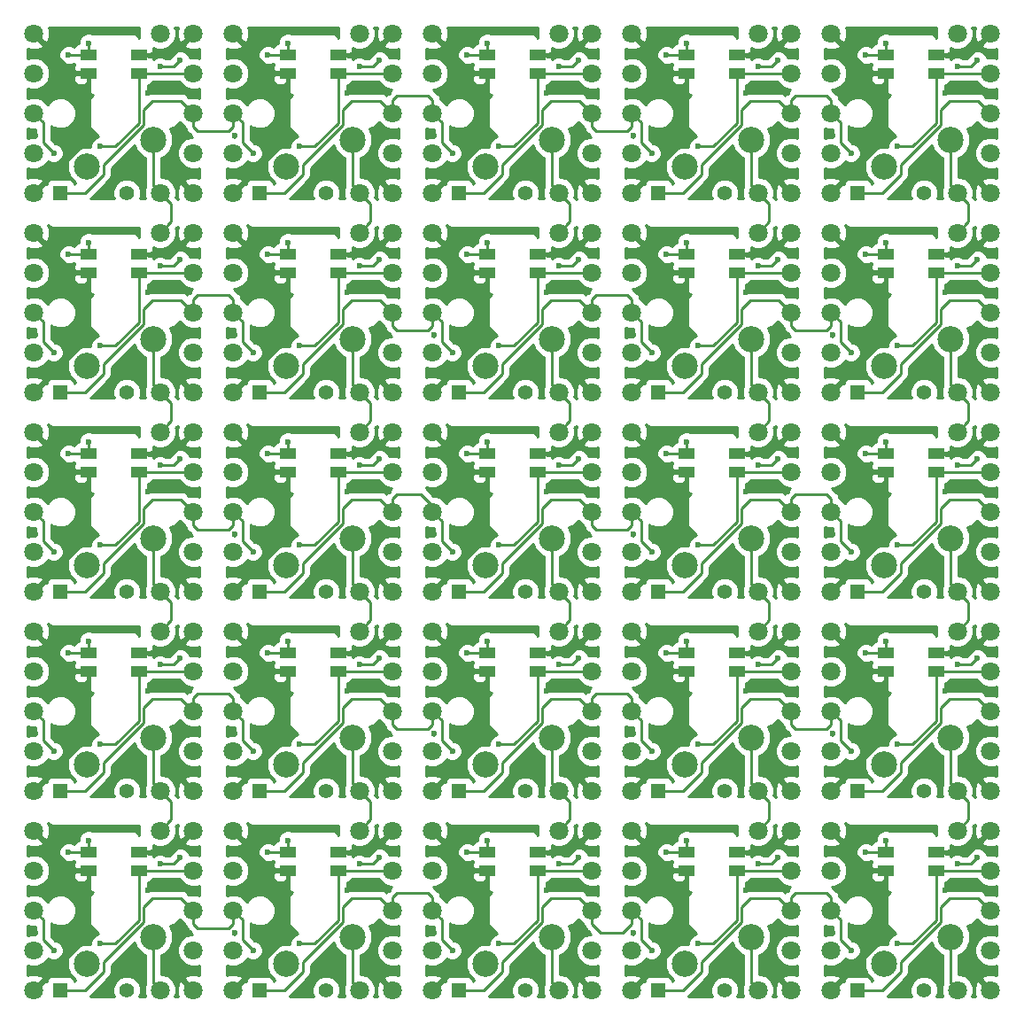
<source format=gbl>
G04 #@! TF.GenerationSoftware,KiCad,Pcbnew,5.0.2-bee76a0~70~ubuntu18.04.1*
G04 #@! TF.CreationDate,2019-02-14T02:50:33+09:00*
G04 #@! TF.ProjectId,nexus,6e657875-732e-46b6-9963-61645f706362,rev?*
G04 #@! TF.SameCoordinates,Original*
G04 #@! TF.FileFunction,Copper,L2,Bot*
G04 #@! TF.FilePolarity,Positive*
%FSLAX46Y46*%
G04 Gerber Fmt 4.6, Leading zero omitted, Abs format (unit mm)*
G04 Created by KiCad (PCBNEW 5.0.2-bee76a0~70~ubuntu18.04.1) date 2019年02月14日 02時50分33秒*
%MOMM*%
%LPD*%
G01*
G04 APERTURE LIST*
G04 #@! TA.AperFunction,ComponentPad*
%ADD10C,2.500000*%
G04 #@! TD*
G04 #@! TA.AperFunction,ComponentPad*
%ADD11R,1.400000X1.400000*%
G04 #@! TD*
G04 #@! TA.AperFunction,ComponentPad*
%ADD12C,1.400000*%
G04 #@! TD*
G04 #@! TA.AperFunction,SMDPad,CuDef*
%ADD13R,1.600000X1.000000*%
G04 #@! TD*
G04 #@! TA.AperFunction,ComponentPad*
%ADD14C,1.800000*%
G04 #@! TD*
G04 #@! TA.AperFunction,ViaPad*
%ADD15C,0.600000*%
G04 #@! TD*
G04 #@! TA.AperFunction,Conductor*
%ADD16C,0.250000*%
G04 #@! TD*
G04 #@! TA.AperFunction,Conductor*
%ADD17C,0.400000*%
G04 #@! TD*
G04 #@! TA.AperFunction,Conductor*
%ADD18C,0.254000*%
G04 #@! TD*
G04 APERTURE END LIST*
D10*
G04 #@! TO.P,SW15,2*
G04 #@! TO.N,Net-(D15-Pad2)*
X148082000Y-78867000D03*
G04 #@! TO.P,SW15,1*
G04 #@! TO.N,/COL4*
X154432000Y-76327000D03*
G04 #@! TD*
G04 #@! TO.P,SW10,2*
G04 #@! TO.N,Net-(D10-Pad2)*
X148082000Y-59817000D03*
G04 #@! TO.P,SW10,1*
G04 #@! TO.N,/COL4*
X154432000Y-57277000D03*
G04 #@! TD*
D11*
G04 #@! TO.P,D,1*
G04 #@! TO.N,/ROW0*
X107442000Y-43307000D03*
D12*
G04 #@! TO.P,D,2*
G04 #@! TO.N,Net-(D3-Pad2)*
X113792000Y-43307000D03*
G04 #@! TD*
D10*
G04 #@! TO.P,SW3,2*
G04 #@! TO.N,Net-(D3-Pad2)*
X109982000Y-40767000D03*
G04 #@! TO.P,SW3,1*
G04 #@! TO.N,/COL2*
X116332000Y-38227000D03*
G04 #@! TD*
D13*
G04 #@! TO.P,L1,3*
G04 #@! TO.N,Net-(L1-Pad3)*
X91072000Y-30127000D03*
G04 #@! TO.P,L1,4*
G04 #@! TO.N,VCC*
X91072000Y-31877000D03*
G04 #@! TO.P,L1,1*
G04 #@! TO.N,Net-(L1-Pad1)*
X95872000Y-31877000D03*
G04 #@! TO.P,L1,2*
G04 #@! TO.N,GND*
X95872000Y-30127000D03*
G04 #@! TD*
G04 #@! TO.P,L1,3*
G04 #@! TO.N,Net-(L1-Pad3)*
X148222000Y-106327000D03*
G04 #@! TO.P,L1,4*
G04 #@! TO.N,VCC*
X148222000Y-108077000D03*
G04 #@! TO.P,L1,1*
G04 #@! TO.N,Net-(L1-Pad1)*
X153022000Y-108077000D03*
G04 #@! TO.P,L1,2*
G04 #@! TO.N,GND*
X153022000Y-106327000D03*
G04 #@! TD*
G04 #@! TO.P,L1,3*
G04 #@! TO.N,Net-(L1-Pad3)*
X129172000Y-106327000D03*
G04 #@! TO.P,L1,4*
G04 #@! TO.N,VCC*
X129172000Y-108077000D03*
G04 #@! TO.P,L1,1*
G04 #@! TO.N,Net-(L1-Pad1)*
X133972000Y-108077000D03*
G04 #@! TO.P,L1,2*
G04 #@! TO.N,GND*
X133972000Y-106327000D03*
G04 #@! TD*
G04 #@! TO.P,L1,3*
G04 #@! TO.N,Net-(L1-Pad3)*
X110122000Y-106327000D03*
G04 #@! TO.P,L1,4*
G04 #@! TO.N,VCC*
X110122000Y-108077000D03*
G04 #@! TO.P,L1,1*
G04 #@! TO.N,Net-(L1-Pad1)*
X114922000Y-108077000D03*
G04 #@! TO.P,L1,2*
G04 #@! TO.N,GND*
X114922000Y-106327000D03*
G04 #@! TD*
G04 #@! TO.P,L1,3*
G04 #@! TO.N,Net-(L1-Pad3)*
X91072000Y-106327000D03*
G04 #@! TO.P,L1,4*
G04 #@! TO.N,VCC*
X91072000Y-108077000D03*
G04 #@! TO.P,L1,1*
G04 #@! TO.N,Net-(L1-Pad1)*
X95872000Y-108077000D03*
G04 #@! TO.P,L1,2*
G04 #@! TO.N,GND*
X95872000Y-106327000D03*
G04 #@! TD*
G04 #@! TO.P,L1,3*
G04 #@! TO.N,Net-(L1-Pad3)*
X72022000Y-106327000D03*
G04 #@! TO.P,L1,4*
G04 #@! TO.N,VCC*
X72022000Y-108077000D03*
G04 #@! TO.P,L1,1*
G04 #@! TO.N,Net-(L1-Pad1)*
X76822000Y-108077000D03*
G04 #@! TO.P,L1,2*
G04 #@! TO.N,GND*
X76822000Y-106327000D03*
G04 #@! TD*
G04 #@! TO.P,L1,3*
G04 #@! TO.N,Net-(L1-Pad3)*
X148222000Y-87277000D03*
G04 #@! TO.P,L1,4*
G04 #@! TO.N,VCC*
X148222000Y-89027000D03*
G04 #@! TO.P,L1,1*
G04 #@! TO.N,Net-(L1-Pad1)*
X153022000Y-89027000D03*
G04 #@! TO.P,L1,2*
G04 #@! TO.N,GND*
X153022000Y-87277000D03*
G04 #@! TD*
G04 #@! TO.P,L1,3*
G04 #@! TO.N,Net-(L1-Pad3)*
X129172000Y-87277000D03*
G04 #@! TO.P,L1,4*
G04 #@! TO.N,VCC*
X129172000Y-89027000D03*
G04 #@! TO.P,L1,1*
G04 #@! TO.N,Net-(L1-Pad1)*
X133972000Y-89027000D03*
G04 #@! TO.P,L1,2*
G04 #@! TO.N,GND*
X133972000Y-87277000D03*
G04 #@! TD*
G04 #@! TO.P,L1,3*
G04 #@! TO.N,Net-(L1-Pad3)*
X110122000Y-87277000D03*
G04 #@! TO.P,L1,4*
G04 #@! TO.N,VCC*
X110122000Y-89027000D03*
G04 #@! TO.P,L1,1*
G04 #@! TO.N,Net-(L1-Pad1)*
X114922000Y-89027000D03*
G04 #@! TO.P,L1,2*
G04 #@! TO.N,GND*
X114922000Y-87277000D03*
G04 #@! TD*
G04 #@! TO.P,L1,3*
G04 #@! TO.N,Net-(L1-Pad3)*
X91072000Y-87277000D03*
G04 #@! TO.P,L1,4*
G04 #@! TO.N,VCC*
X91072000Y-89027000D03*
G04 #@! TO.P,L1,1*
G04 #@! TO.N,Net-(L1-Pad1)*
X95872000Y-89027000D03*
G04 #@! TO.P,L1,2*
G04 #@! TO.N,GND*
X95872000Y-87277000D03*
G04 #@! TD*
G04 #@! TO.P,L1,3*
G04 #@! TO.N,Net-(L1-Pad3)*
X72022000Y-87277000D03*
G04 #@! TO.P,L1,4*
G04 #@! TO.N,VCC*
X72022000Y-89027000D03*
G04 #@! TO.P,L1,1*
G04 #@! TO.N,Net-(L1-Pad1)*
X76822000Y-89027000D03*
G04 #@! TO.P,L1,2*
G04 #@! TO.N,GND*
X76822000Y-87277000D03*
G04 #@! TD*
G04 #@! TO.P,L1,3*
G04 #@! TO.N,Net-(L1-Pad3)*
X148222000Y-68227000D03*
G04 #@! TO.P,L1,4*
G04 #@! TO.N,VCC*
X148222000Y-69977000D03*
G04 #@! TO.P,L1,1*
G04 #@! TO.N,Net-(L1-Pad1)*
X153022000Y-69977000D03*
G04 #@! TO.P,L1,2*
G04 #@! TO.N,GND*
X153022000Y-68227000D03*
G04 #@! TD*
G04 #@! TO.P,L1,3*
G04 #@! TO.N,Net-(L1-Pad3)*
X129172000Y-68227000D03*
G04 #@! TO.P,L1,4*
G04 #@! TO.N,VCC*
X129172000Y-69977000D03*
G04 #@! TO.P,L1,1*
G04 #@! TO.N,Net-(L1-Pad1)*
X133972000Y-69977000D03*
G04 #@! TO.P,L1,2*
G04 #@! TO.N,GND*
X133972000Y-68227000D03*
G04 #@! TD*
G04 #@! TO.P,L1,3*
G04 #@! TO.N,Net-(L1-Pad3)*
X110122000Y-68227000D03*
G04 #@! TO.P,L1,4*
G04 #@! TO.N,VCC*
X110122000Y-69977000D03*
G04 #@! TO.P,L1,1*
G04 #@! TO.N,Net-(L1-Pad1)*
X114922000Y-69977000D03*
G04 #@! TO.P,L1,2*
G04 #@! TO.N,GND*
X114922000Y-68227000D03*
G04 #@! TD*
G04 #@! TO.P,L1,3*
G04 #@! TO.N,Net-(L1-Pad3)*
X91072000Y-68227000D03*
G04 #@! TO.P,L1,4*
G04 #@! TO.N,VCC*
X91072000Y-69977000D03*
G04 #@! TO.P,L1,1*
G04 #@! TO.N,Net-(L1-Pad1)*
X95872000Y-69977000D03*
G04 #@! TO.P,L1,2*
G04 #@! TO.N,GND*
X95872000Y-68227000D03*
G04 #@! TD*
G04 #@! TO.P,L1,3*
G04 #@! TO.N,Net-(L1-Pad3)*
X72022000Y-68227000D03*
G04 #@! TO.P,L1,4*
G04 #@! TO.N,VCC*
X72022000Y-69977000D03*
G04 #@! TO.P,L1,1*
G04 #@! TO.N,Net-(L1-Pad1)*
X76822000Y-69977000D03*
G04 #@! TO.P,L1,2*
G04 #@! TO.N,GND*
X76822000Y-68227000D03*
G04 #@! TD*
G04 #@! TO.P,L1,3*
G04 #@! TO.N,Net-(L1-Pad3)*
X148222000Y-49177000D03*
G04 #@! TO.P,L1,4*
G04 #@! TO.N,VCC*
X148222000Y-50927000D03*
G04 #@! TO.P,L1,1*
G04 #@! TO.N,Net-(L1-Pad1)*
X153022000Y-50927000D03*
G04 #@! TO.P,L1,2*
G04 #@! TO.N,GND*
X153022000Y-49177000D03*
G04 #@! TD*
G04 #@! TO.P,L1,3*
G04 #@! TO.N,Net-(L1-Pad3)*
X129172000Y-49177000D03*
G04 #@! TO.P,L1,4*
G04 #@! TO.N,VCC*
X129172000Y-50927000D03*
G04 #@! TO.P,L1,1*
G04 #@! TO.N,Net-(L1-Pad1)*
X133972000Y-50927000D03*
G04 #@! TO.P,L1,2*
G04 #@! TO.N,GND*
X133972000Y-49177000D03*
G04 #@! TD*
G04 #@! TO.P,L1,3*
G04 #@! TO.N,Net-(L1-Pad3)*
X110122000Y-49177000D03*
G04 #@! TO.P,L1,4*
G04 #@! TO.N,VCC*
X110122000Y-50927000D03*
G04 #@! TO.P,L1,1*
G04 #@! TO.N,Net-(L1-Pad1)*
X114922000Y-50927000D03*
G04 #@! TO.P,L1,2*
G04 #@! TO.N,GND*
X114922000Y-49177000D03*
G04 #@! TD*
G04 #@! TO.P,L1,3*
G04 #@! TO.N,Net-(L1-Pad3)*
X91072000Y-49177000D03*
G04 #@! TO.P,L1,4*
G04 #@! TO.N,VCC*
X91072000Y-50927000D03*
G04 #@! TO.P,L1,1*
G04 #@! TO.N,Net-(L1-Pad1)*
X95872000Y-50927000D03*
G04 #@! TO.P,L1,2*
G04 #@! TO.N,GND*
X95872000Y-49177000D03*
G04 #@! TD*
G04 #@! TO.P,L1,3*
G04 #@! TO.N,Net-(L1-Pad3)*
X72022000Y-49177000D03*
G04 #@! TO.P,L1,4*
G04 #@! TO.N,VCC*
X72022000Y-50927000D03*
G04 #@! TO.P,L1,1*
G04 #@! TO.N,Net-(L1-Pad1)*
X76822000Y-50927000D03*
G04 #@! TO.P,L1,2*
G04 #@! TO.N,GND*
X76822000Y-49177000D03*
G04 #@! TD*
G04 #@! TO.P,L1,3*
G04 #@! TO.N,Net-(L1-Pad3)*
X148222000Y-30127000D03*
G04 #@! TO.P,L1,4*
G04 #@! TO.N,VCC*
X148222000Y-31877000D03*
G04 #@! TO.P,L1,1*
G04 #@! TO.N,Net-(L1-Pad1)*
X153022000Y-31877000D03*
G04 #@! TO.P,L1,2*
G04 #@! TO.N,GND*
X153022000Y-30127000D03*
G04 #@! TD*
G04 #@! TO.P,L1,3*
G04 #@! TO.N,Net-(L1-Pad3)*
X129172000Y-30127000D03*
G04 #@! TO.P,L1,4*
G04 #@! TO.N,VCC*
X129172000Y-31877000D03*
G04 #@! TO.P,L1,1*
G04 #@! TO.N,Net-(L1-Pad1)*
X133972000Y-31877000D03*
G04 #@! TO.P,L1,2*
G04 #@! TO.N,GND*
X133972000Y-30127000D03*
G04 #@! TD*
G04 #@! TO.P,L1,3*
G04 #@! TO.N,Net-(L1-Pad3)*
X110122000Y-30127000D03*
G04 #@! TO.P,L1,4*
G04 #@! TO.N,VCC*
X110122000Y-31877000D03*
G04 #@! TO.P,L1,1*
G04 #@! TO.N,Net-(L1-Pad1)*
X114922000Y-31877000D03*
G04 #@! TO.P,L1,2*
G04 #@! TO.N,GND*
X114922000Y-30127000D03*
G04 #@! TD*
G04 #@! TO.P,L1,3*
G04 #@! TO.N,Net-(L1-Pad3)*
X72022000Y-30127000D03*
G04 #@! TO.P,L1,4*
G04 #@! TO.N,VCC*
X72022000Y-31877000D03*
G04 #@! TO.P,L1,1*
G04 #@! TO.N,Net-(L1-Pad1)*
X76822000Y-31877000D03*
G04 #@! TO.P,L1,2*
G04 #@! TO.N,GND*
X76822000Y-30127000D03*
G04 #@! TD*
D14*
G04 #@! TO.P,REF\002A\002A,1*
G04 #@! TO.N,/ROW4*
X158242000Y-111887000D03*
G04 #@! TD*
G04 #@! TO.P,REF\002A\002A,1*
G04 #@! TO.N,/ROW4*
X139192000Y-111887000D03*
G04 #@! TD*
G04 #@! TO.P,REF\002A\002A,1*
G04 #@! TO.N,/ROW4*
X120142000Y-111887000D03*
G04 #@! TD*
G04 #@! TO.P,REF\002A\002A,1*
G04 #@! TO.N,/ROW4*
X101092000Y-111887000D03*
G04 #@! TD*
G04 #@! TO.P,REF\002A\002A,1*
G04 #@! TO.N,/ROW4*
X143002000Y-111887000D03*
G04 #@! TD*
G04 #@! TO.P,REF\002A\002A,1*
G04 #@! TO.N,/ROW4*
X123952000Y-111887000D03*
G04 #@! TD*
G04 #@! TO.P,REF\002A\002A,1*
G04 #@! TO.N,/ROW4*
X104902000Y-111887000D03*
G04 #@! TD*
G04 #@! TO.P,REF\002A\002A,1*
G04 #@! TO.N,/ROW4*
X85852000Y-111887000D03*
G04 #@! TD*
G04 #@! TO.P,REF\002A\002A,1*
G04 #@! TO.N,/ROW3*
X158242000Y-92837000D03*
G04 #@! TD*
G04 #@! TO.P,REF\002A\002A,1*
G04 #@! TO.N,/ROW3*
X139192000Y-92837000D03*
G04 #@! TD*
G04 #@! TO.P,REF\002A\002A,1*
G04 #@! TO.N,/ROW3*
X120142000Y-92837000D03*
G04 #@! TD*
G04 #@! TO.P,REF\002A\002A,1*
G04 #@! TO.N,/ROW3*
X101092000Y-92837000D03*
G04 #@! TD*
G04 #@! TO.P,REF\002A\002A,1*
G04 #@! TO.N,/ROW3*
X143002000Y-92837000D03*
G04 #@! TD*
G04 #@! TO.P,REF\002A\002A,1*
G04 #@! TO.N,/ROW3*
X123952000Y-92837000D03*
G04 #@! TD*
G04 #@! TO.P,REF\002A\002A,1*
G04 #@! TO.N,/ROW3*
X104902000Y-92837000D03*
G04 #@! TD*
G04 #@! TO.P,REF\002A\002A,1*
G04 #@! TO.N,/ROW3*
X85852000Y-92837000D03*
G04 #@! TD*
G04 #@! TO.P,REF\002A\002A,1*
G04 #@! TO.N,/ROW2*
X143002000Y-73787000D03*
G04 #@! TD*
G04 #@! TO.P,REF\002A\002A,1*
G04 #@! TO.N,/ROW2*
X123952000Y-73787000D03*
G04 #@! TD*
G04 #@! TO.P,REF\002A\002A,1*
G04 #@! TO.N,/ROW2*
X104902000Y-73787000D03*
G04 #@! TD*
G04 #@! TO.P,REF\002A\002A,1*
G04 #@! TO.N,/ROW2*
X85852000Y-73787000D03*
G04 #@! TD*
G04 #@! TO.P,REF\002A\002A,1*
G04 #@! TO.N,/ROW2*
X158242000Y-73787000D03*
G04 #@! TD*
G04 #@! TO.P,REF\002A\002A,1*
G04 #@! TO.N,/ROW2*
X139192000Y-73787000D03*
G04 #@! TD*
G04 #@! TO.P,REF\002A\002A,1*
G04 #@! TO.N,/ROW2*
X120142000Y-73787000D03*
G04 #@! TD*
G04 #@! TO.P,REF\002A\002A,1*
G04 #@! TO.N,/ROW2*
X101092000Y-73787000D03*
G04 #@! TD*
G04 #@! TO.P,REF\002A\002A,1*
G04 #@! TO.N,Net-(L1-Pad3)*
X158242000Y-115697000D03*
G04 #@! TD*
G04 #@! TO.P,REF\002A\002A,1*
G04 #@! TO.N,Net-(L1-Pad3)*
X139192000Y-115697000D03*
G04 #@! TD*
G04 #@! TO.P,REF\002A\002A,1*
G04 #@! TO.N,Net-(L1-Pad3)*
X120142000Y-115697000D03*
G04 #@! TD*
G04 #@! TO.P,REF\002A\002A,1*
G04 #@! TO.N,Net-(L1-Pad3)*
X101092000Y-115697000D03*
G04 #@! TD*
G04 #@! TO.P,REF\002A\002A,1*
G04 #@! TO.N,Net-(L1-Pad3)*
X82042000Y-115697000D03*
G04 #@! TD*
G04 #@! TO.P,REF\002A\002A,1*
G04 #@! TO.N,Net-(L1-Pad3)*
X158242000Y-96647000D03*
G04 #@! TD*
G04 #@! TO.P,REF\002A\002A,1*
G04 #@! TO.N,Net-(L1-Pad3)*
X139192000Y-96647000D03*
G04 #@! TD*
G04 #@! TO.P,REF\002A\002A,1*
G04 #@! TO.N,Net-(L1-Pad3)*
X120142000Y-96647000D03*
G04 #@! TD*
G04 #@! TO.P,REF\002A\002A,1*
G04 #@! TO.N,Net-(L1-Pad3)*
X101092000Y-96647000D03*
G04 #@! TD*
G04 #@! TO.P,REF\002A\002A,1*
G04 #@! TO.N,Net-(L1-Pad3)*
X82042000Y-96647000D03*
G04 #@! TD*
G04 #@! TO.P,REF\002A\002A,1*
G04 #@! TO.N,Net-(L1-Pad3)*
X158242000Y-77597000D03*
G04 #@! TD*
G04 #@! TO.P,REF\002A\002A,1*
G04 #@! TO.N,Net-(L1-Pad3)*
X139192000Y-77597000D03*
G04 #@! TD*
G04 #@! TO.P,REF\002A\002A,1*
G04 #@! TO.N,Net-(L1-Pad3)*
X120142000Y-77597000D03*
G04 #@! TD*
G04 #@! TO.P,REF\002A\002A,1*
G04 #@! TO.N,Net-(L1-Pad3)*
X101092000Y-77597000D03*
G04 #@! TD*
G04 #@! TO.P,REF\002A\002A,1*
G04 #@! TO.N,Net-(L1-Pad3)*
X82042000Y-77597000D03*
G04 #@! TD*
G04 #@! TO.P,REF\002A\002A,1*
G04 #@! TO.N,Net-(L1-Pad3)*
X158242000Y-58547000D03*
G04 #@! TD*
G04 #@! TO.P,REF\002A\002A,1*
G04 #@! TO.N,Net-(L1-Pad3)*
X139192000Y-58547000D03*
G04 #@! TD*
G04 #@! TO.P,REF\002A\002A,1*
G04 #@! TO.N,Net-(L1-Pad3)*
X120142000Y-58547000D03*
G04 #@! TD*
G04 #@! TO.P,REF\002A\002A,1*
G04 #@! TO.N,Net-(L1-Pad3)*
X101092000Y-58547000D03*
G04 #@! TD*
G04 #@! TO.P,REF\002A\002A,1*
G04 #@! TO.N,Net-(L1-Pad3)*
X82042000Y-58547000D03*
G04 #@! TD*
G04 #@! TO.P,REF\002A\002A,1*
G04 #@! TO.N,Net-(L1-Pad3)*
X158242000Y-39497000D03*
G04 #@! TD*
G04 #@! TO.P,REF\002A\002A,1*
G04 #@! TO.N,Net-(L1-Pad3)*
X139192000Y-39497000D03*
G04 #@! TD*
G04 #@! TO.P,REF\002A\002A,1*
G04 #@! TO.N,Net-(L1-Pad3)*
X120142000Y-39497000D03*
G04 #@! TD*
G04 #@! TO.P,REF\002A\002A,1*
G04 #@! TO.N,Net-(L1-Pad3)*
X101092000Y-39497000D03*
G04 #@! TD*
G04 #@! TO.P,REF\002A\002A,1*
G04 #@! TO.N,Net-(L1-Pad3)*
X143002000Y-108077000D03*
G04 #@! TD*
G04 #@! TO.P,REF\002A\002A,1*
G04 #@! TO.N,Net-(L1-Pad3)*
X123952000Y-108077000D03*
G04 #@! TD*
G04 #@! TO.P,REF\002A\002A,1*
G04 #@! TO.N,Net-(L1-Pad3)*
X104902000Y-108077000D03*
G04 #@! TD*
G04 #@! TO.P,REF\002A\002A,1*
G04 #@! TO.N,Net-(L1-Pad3)*
X85852000Y-108077000D03*
G04 #@! TD*
G04 #@! TO.P,REF\002A\002A,1*
G04 #@! TO.N,Net-(L1-Pad3)*
X66802000Y-108077000D03*
G04 #@! TD*
G04 #@! TO.P,REF\002A\002A,1*
G04 #@! TO.N,Net-(L1-Pad3)*
X143002000Y-89027000D03*
G04 #@! TD*
G04 #@! TO.P,REF\002A\002A,1*
G04 #@! TO.N,Net-(L1-Pad3)*
X123952000Y-89027000D03*
G04 #@! TD*
G04 #@! TO.P,REF\002A\002A,1*
G04 #@! TO.N,Net-(L1-Pad3)*
X104902000Y-89027000D03*
G04 #@! TD*
G04 #@! TO.P,REF\002A\002A,1*
G04 #@! TO.N,Net-(L1-Pad3)*
X85852000Y-89027000D03*
G04 #@! TD*
G04 #@! TO.P,REF\002A\002A,1*
G04 #@! TO.N,Net-(L1-Pad3)*
X66802000Y-89027000D03*
G04 #@! TD*
G04 #@! TO.P,REF\002A\002A,1*
G04 #@! TO.N,Net-(L1-Pad3)*
X143002000Y-69977000D03*
G04 #@! TD*
G04 #@! TO.P,REF\002A\002A,1*
G04 #@! TO.N,Net-(L1-Pad3)*
X123952000Y-69977000D03*
G04 #@! TD*
G04 #@! TO.P,REF\002A\002A,1*
G04 #@! TO.N,Net-(L1-Pad3)*
X104902000Y-69977000D03*
G04 #@! TD*
G04 #@! TO.P,REF\002A\002A,1*
G04 #@! TO.N,Net-(L1-Pad3)*
X85852000Y-69977000D03*
G04 #@! TD*
G04 #@! TO.P,REF\002A\002A,1*
G04 #@! TO.N,Net-(L1-Pad3)*
X66802000Y-69977000D03*
G04 #@! TD*
G04 #@! TO.P,REF\002A\002A,1*
G04 #@! TO.N,Net-(L1-Pad3)*
X143002000Y-50927000D03*
G04 #@! TD*
G04 #@! TO.P,REF\002A\002A,1*
G04 #@! TO.N,Net-(L1-Pad3)*
X123952000Y-50927000D03*
G04 #@! TD*
G04 #@! TO.P,REF\002A\002A,1*
G04 #@! TO.N,Net-(L1-Pad3)*
X104902000Y-50927000D03*
G04 #@! TD*
G04 #@! TO.P,REF\002A\002A,1*
G04 #@! TO.N,Net-(L1-Pad3)*
X85852000Y-50927000D03*
G04 #@! TD*
G04 #@! TO.P,REF\002A\002A,1*
G04 #@! TO.N,Net-(L1-Pad3)*
X66802000Y-50927000D03*
G04 #@! TD*
G04 #@! TO.P,REF\002A\002A,1*
G04 #@! TO.N,Net-(L1-Pad3)*
X143002000Y-31877000D03*
G04 #@! TD*
G04 #@! TO.P,REF\002A\002A,1*
G04 #@! TO.N,Net-(L1-Pad3)*
X123952000Y-31877000D03*
G04 #@! TD*
G04 #@! TO.P,REF\002A\002A,1*
G04 #@! TO.N,Net-(L1-Pad3)*
X104902000Y-31877000D03*
G04 #@! TD*
G04 #@! TO.P,REF\002A\002A,1*
G04 #@! TO.N,Net-(L1-Pad3)*
X85852000Y-31877000D03*
G04 #@! TD*
G04 #@! TO.P,REF\002A\002A,1*
G04 #@! TO.N,Net-(L1-Pad1)*
X143002000Y-115697000D03*
G04 #@! TD*
G04 #@! TO.P,REF\002A\002A,1*
G04 #@! TO.N,Net-(L1-Pad1)*
X123952000Y-115697000D03*
G04 #@! TD*
G04 #@! TO.P,REF\002A\002A,1*
G04 #@! TO.N,Net-(L1-Pad1)*
X104902000Y-115697000D03*
G04 #@! TD*
G04 #@! TO.P,REF\002A\002A,1*
G04 #@! TO.N,Net-(L1-Pad1)*
X85852000Y-115697000D03*
G04 #@! TD*
G04 #@! TO.P,REF\002A\002A,1*
G04 #@! TO.N,Net-(L1-Pad1)*
X66802000Y-115697000D03*
G04 #@! TD*
G04 #@! TO.P,REF\002A\002A,1*
G04 #@! TO.N,Net-(L1-Pad1)*
X143002000Y-96647000D03*
G04 #@! TD*
G04 #@! TO.P,REF\002A\002A,1*
G04 #@! TO.N,Net-(L1-Pad1)*
X123952000Y-96647000D03*
G04 #@! TD*
G04 #@! TO.P,REF\002A\002A,1*
G04 #@! TO.N,Net-(L1-Pad1)*
X104902000Y-96647000D03*
G04 #@! TD*
G04 #@! TO.P,REF\002A\002A,1*
G04 #@! TO.N,Net-(L1-Pad1)*
X85852000Y-96647000D03*
G04 #@! TD*
G04 #@! TO.P,REF\002A\002A,1*
G04 #@! TO.N,Net-(L1-Pad1)*
X66802000Y-96647000D03*
G04 #@! TD*
G04 #@! TO.P,REF\002A\002A,1*
G04 #@! TO.N,Net-(L1-Pad1)*
X143002000Y-77597000D03*
G04 #@! TD*
G04 #@! TO.P,REF\002A\002A,1*
G04 #@! TO.N,Net-(L1-Pad1)*
X123952000Y-77597000D03*
G04 #@! TD*
G04 #@! TO.P,REF\002A\002A,1*
G04 #@! TO.N,Net-(L1-Pad1)*
X104902000Y-77597000D03*
G04 #@! TD*
G04 #@! TO.P,REF\002A\002A,1*
G04 #@! TO.N,Net-(L1-Pad1)*
X85852000Y-77597000D03*
G04 #@! TD*
G04 #@! TO.P,REF\002A\002A,1*
G04 #@! TO.N,Net-(L1-Pad1)*
X66802000Y-77597000D03*
G04 #@! TD*
G04 #@! TO.P,REF\002A\002A,1*
G04 #@! TO.N,Net-(L1-Pad1)*
X143002000Y-58547000D03*
G04 #@! TD*
G04 #@! TO.P,REF\002A\002A,1*
G04 #@! TO.N,Net-(L1-Pad1)*
X123952000Y-58547000D03*
G04 #@! TD*
G04 #@! TO.P,REF\002A\002A,1*
G04 #@! TO.N,Net-(L1-Pad1)*
X104902000Y-58547000D03*
G04 #@! TD*
G04 #@! TO.P,REF\002A\002A,1*
G04 #@! TO.N,Net-(L1-Pad1)*
X85852000Y-58547000D03*
G04 #@! TD*
G04 #@! TO.P,REF\002A\002A,1*
G04 #@! TO.N,Net-(L1-Pad1)*
X66802000Y-58547000D03*
G04 #@! TD*
G04 #@! TO.P,REF\002A\002A,1*
G04 #@! TO.N,Net-(L1-Pad1)*
X143002000Y-39497000D03*
G04 #@! TD*
G04 #@! TO.P,REF\002A\002A,1*
G04 #@! TO.N,Net-(L1-Pad1)*
X123952000Y-39497000D03*
G04 #@! TD*
G04 #@! TO.P,REF\002A\002A,1*
G04 #@! TO.N,Net-(L1-Pad1)*
X104902000Y-39497000D03*
G04 #@! TD*
G04 #@! TO.P,REF\002A\002A,1*
G04 #@! TO.N,Net-(L1-Pad1)*
X85852000Y-39497000D03*
G04 #@! TD*
G04 #@! TO.P,REF\002A\002A,1*
G04 #@! TO.N,Net-(L1-Pad1)*
X158242000Y-108077000D03*
G04 #@! TD*
G04 #@! TO.P,REF\002A\002A,1*
G04 #@! TO.N,Net-(L1-Pad1)*
X139192000Y-108077000D03*
G04 #@! TD*
G04 #@! TO.P,REF\002A\002A,1*
G04 #@! TO.N,Net-(L1-Pad1)*
X120142000Y-108077000D03*
G04 #@! TD*
G04 #@! TO.P,REF\002A\002A,1*
G04 #@! TO.N,Net-(L1-Pad1)*
X101092000Y-108077000D03*
G04 #@! TD*
G04 #@! TO.P,REF\002A\002A,1*
G04 #@! TO.N,Net-(L1-Pad1)*
X82042000Y-108077000D03*
G04 #@! TD*
G04 #@! TO.P,REF\002A\002A,1*
G04 #@! TO.N,Net-(L1-Pad1)*
X158242000Y-89027000D03*
G04 #@! TD*
G04 #@! TO.P,REF\002A\002A,1*
G04 #@! TO.N,Net-(L1-Pad1)*
X139192000Y-89027000D03*
G04 #@! TD*
G04 #@! TO.P,REF\002A\002A,1*
G04 #@! TO.N,Net-(L1-Pad1)*
X120142000Y-89027000D03*
G04 #@! TD*
G04 #@! TO.P,REF\002A\002A,1*
G04 #@! TO.N,Net-(L1-Pad1)*
X101092000Y-89027000D03*
G04 #@! TD*
G04 #@! TO.P,REF\002A\002A,1*
G04 #@! TO.N,Net-(L1-Pad1)*
X82042000Y-89027000D03*
G04 #@! TD*
G04 #@! TO.P,REF\002A\002A,1*
G04 #@! TO.N,Net-(L1-Pad1)*
X158242000Y-69977000D03*
G04 #@! TD*
G04 #@! TO.P,REF\002A\002A,1*
G04 #@! TO.N,Net-(L1-Pad1)*
X139192000Y-69977000D03*
G04 #@! TD*
G04 #@! TO.P,REF\002A\002A,1*
G04 #@! TO.N,Net-(L1-Pad1)*
X120142000Y-69977000D03*
G04 #@! TD*
G04 #@! TO.P,REF\002A\002A,1*
G04 #@! TO.N,Net-(L1-Pad1)*
X101092000Y-69977000D03*
G04 #@! TD*
G04 #@! TO.P,REF\002A\002A,1*
G04 #@! TO.N,Net-(L1-Pad1)*
X82042000Y-69977000D03*
G04 #@! TD*
G04 #@! TO.P,REF\002A\002A,1*
G04 #@! TO.N,Net-(L1-Pad1)*
X158242000Y-50927000D03*
G04 #@! TD*
G04 #@! TO.P,REF\002A\002A,1*
G04 #@! TO.N,Net-(L1-Pad1)*
X139192000Y-50927000D03*
G04 #@! TD*
G04 #@! TO.P,REF\002A\002A,1*
G04 #@! TO.N,Net-(L1-Pad1)*
X120142000Y-50927000D03*
G04 #@! TD*
G04 #@! TO.P,REF\002A\002A,1*
G04 #@! TO.N,Net-(L1-Pad1)*
X101092000Y-50927000D03*
G04 #@! TD*
G04 #@! TO.P,REF\002A\002A,1*
G04 #@! TO.N,Net-(L1-Pad1)*
X82042000Y-50927000D03*
G04 #@! TD*
G04 #@! TO.P,REF\002A\002A,1*
G04 #@! TO.N,Net-(L1-Pad1)*
X158242000Y-31877000D03*
G04 #@! TD*
G04 #@! TO.P,REF\002A\002A,1*
G04 #@! TO.N,Net-(L1-Pad1)*
X139192000Y-31877000D03*
G04 #@! TD*
G04 #@! TO.P,REF\002A\002A,1*
G04 #@! TO.N,Net-(L1-Pad1)*
X120142000Y-31877000D03*
G04 #@! TD*
G04 #@! TO.P,REF\002A\002A,1*
G04 #@! TO.N,Net-(L1-Pad1)*
X101092000Y-31877000D03*
G04 #@! TD*
G04 #@! TO.P,REF\002A\002A,1*
G04 #@! TO.N,/COL4*
X155067000Y-100457000D03*
G04 #@! TD*
G04 #@! TO.P,REF\002A\002A,1*
G04 #@! TO.N,VCC*
X143002000Y-119507000D03*
G04 #@! TD*
G04 #@! TO.P,REF\002A\002A,1*
G04 #@! TO.N,VCC*
X143002000Y-104267000D03*
G04 #@! TD*
G04 #@! TO.P,REF\002A\002A,1*
G04 #@! TO.N,GND*
X158242000Y-104267000D03*
G04 #@! TD*
G04 #@! TO.P,REF\002A\002A,1*
G04 #@! TO.N,/COL4*
X155067000Y-104267000D03*
G04 #@! TD*
G04 #@! TO.P,REF\002A\002A,1*
G04 #@! TO.N,GND*
X158242000Y-119507000D03*
G04 #@! TD*
G04 #@! TO.P,REF\002A\002A,1*
G04 #@! TO.N,/COL4*
X155067000Y-119507000D03*
G04 #@! TD*
G04 #@! TO.P,REF\002A\002A,1*
G04 #@! TO.N,VCC*
X123952000Y-119507000D03*
G04 #@! TD*
G04 #@! TO.P,REF\002A\002A,1*
G04 #@! TO.N,GND*
X139192000Y-119507000D03*
G04 #@! TD*
G04 #@! TO.P,REF\002A\002A,1*
G04 #@! TO.N,/COL3*
X136017000Y-104267000D03*
G04 #@! TD*
G04 #@! TO.P,REF\002A\002A,1*
G04 #@! TO.N,GND*
X139192000Y-104267000D03*
G04 #@! TD*
G04 #@! TO.P,REF\002A\002A,1*
G04 #@! TO.N,/COL3*
X136017000Y-119507000D03*
G04 #@! TD*
G04 #@! TO.P,REF\002A\002A,1*
G04 #@! TO.N,VCC*
X123952000Y-104267000D03*
G04 #@! TD*
G04 #@! TO.P,REF\002A\002A,1*
G04 #@! TO.N,VCC*
X104902000Y-104267000D03*
G04 #@! TD*
G04 #@! TO.P,REF\002A\002A,1*
G04 #@! TO.N,VCC*
X104902000Y-119507000D03*
G04 #@! TD*
G04 #@! TO.P,REF\002A\002A,1*
G04 #@! TO.N,GND*
X120142000Y-104267000D03*
G04 #@! TD*
G04 #@! TO.P,REF\002A\002A,1*
G04 #@! TO.N,GND*
X120142000Y-119507000D03*
G04 #@! TD*
G04 #@! TO.P,REF\002A\002A,1*
G04 #@! TO.N,/COL2*
X116967000Y-119507000D03*
G04 #@! TD*
G04 #@! TO.P,REF\002A\002A,1*
G04 #@! TO.N,/COL2*
X116967000Y-104267000D03*
G04 #@! TD*
G04 #@! TO.P,REF\002A\002A,1*
G04 #@! TO.N,/COL1*
X97917000Y-119507000D03*
G04 #@! TD*
G04 #@! TO.P,REF\002A\002A,1*
G04 #@! TO.N,GND*
X101092000Y-119507000D03*
G04 #@! TD*
G04 #@! TO.P,REF\002A\002A,1*
G04 #@! TO.N,VCC*
X85852000Y-104267000D03*
G04 #@! TD*
G04 #@! TO.P,REF\002A\002A,1*
G04 #@! TO.N,VCC*
X85852000Y-119507000D03*
G04 #@! TD*
G04 #@! TO.P,REF\002A\002A,1*
G04 #@! TO.N,GND*
X101092000Y-104267000D03*
G04 #@! TD*
G04 #@! TO.P,REF\002A\002A,1*
G04 #@! TO.N,/COL1*
X97917000Y-104267000D03*
G04 #@! TD*
G04 #@! TO.P,REF\002A\002A,1*
G04 #@! TO.N,GND*
X82042000Y-119507000D03*
G04 #@! TD*
G04 #@! TO.P,REF\002A\002A,1*
G04 #@! TO.N,/COL0*
X78867000Y-119507000D03*
G04 #@! TD*
G04 #@! TO.P,REF\002A\002A,1*
G04 #@! TO.N,/COL0*
X78867000Y-104267000D03*
G04 #@! TD*
G04 #@! TO.P,REF\002A\002A,1*
G04 #@! TO.N,VCC*
X66802000Y-119507000D03*
G04 #@! TD*
G04 #@! TO.P,REF\002A\002A,1*
G04 #@! TO.N,VCC*
X66802000Y-104267000D03*
G04 #@! TD*
G04 #@! TO.P,REF\002A\002A,1*
G04 #@! TO.N,/ROW4*
X82042000Y-111887000D03*
G04 #@! TD*
G04 #@! TO.P,REF\002A\002A,1*
G04 #@! TO.N,/ROW4*
X66802000Y-111887000D03*
G04 #@! TD*
G04 #@! TO.P,REF\002A\002A,1*
G04 #@! TO.N,GND*
X82042000Y-104267000D03*
G04 #@! TD*
G04 #@! TO.P,REF\002A\002A,1*
G04 #@! TO.N,GND*
X82042000Y-100457000D03*
G04 #@! TD*
G04 #@! TO.P,REF\002A\002A,1*
G04 #@! TO.N,/ROW3*
X66802000Y-92837000D03*
G04 #@! TD*
G04 #@! TO.P,REF\002A\002A,1*
G04 #@! TO.N,/COL0*
X78867000Y-85217000D03*
G04 #@! TD*
G04 #@! TO.P,REF\002A\002A,1*
G04 #@! TO.N,GND*
X82042000Y-85217000D03*
G04 #@! TD*
G04 #@! TO.P,REF\002A\002A,1*
G04 #@! TO.N,/ROW3*
X82042000Y-92837000D03*
G04 #@! TD*
G04 #@! TO.P,REF\002A\002A,1*
G04 #@! TO.N,/COL0*
X78867000Y-100457000D03*
G04 #@! TD*
G04 #@! TO.P,REF\002A\002A,1*
G04 #@! TO.N,VCC*
X66802000Y-85217000D03*
G04 #@! TD*
G04 #@! TO.P,REF\002A\002A,1*
G04 #@! TO.N,VCC*
X66802000Y-100457000D03*
G04 #@! TD*
G04 #@! TO.P,REF\002A\002A,1*
G04 #@! TO.N,GND*
X101092000Y-85217000D03*
G04 #@! TD*
G04 #@! TO.P,REF\002A\002A,1*
G04 #@! TO.N,VCC*
X85852000Y-85217000D03*
G04 #@! TD*
G04 #@! TO.P,REF\002A\002A,1*
G04 #@! TO.N,/COL1*
X97917000Y-85217000D03*
G04 #@! TD*
G04 #@! TO.P,REF\002A\002A,1*
G04 #@! TO.N,VCC*
X85852000Y-100457000D03*
G04 #@! TD*
G04 #@! TO.P,REF\002A\002A,1*
G04 #@! TO.N,/COL1*
X97917000Y-100457000D03*
G04 #@! TD*
G04 #@! TO.P,REF\002A\002A,1*
G04 #@! TO.N,GND*
X101092000Y-100457000D03*
G04 #@! TD*
G04 #@! TO.P,REF\002A\002A,1*
G04 #@! TO.N,/COL2*
X116967000Y-100457000D03*
G04 #@! TD*
G04 #@! TO.P,REF\002A\002A,1*
G04 #@! TO.N,VCC*
X104902000Y-85217000D03*
G04 #@! TD*
G04 #@! TO.P,REF\002A\002A,1*
G04 #@! TO.N,VCC*
X104902000Y-100457000D03*
G04 #@! TD*
G04 #@! TO.P,REF\002A\002A,1*
G04 #@! TO.N,/COL2*
X116967000Y-85217000D03*
G04 #@! TD*
G04 #@! TO.P,REF\002A\002A,1*
G04 #@! TO.N,GND*
X120142000Y-85217000D03*
G04 #@! TD*
G04 #@! TO.P,REF\002A\002A,1*
G04 #@! TO.N,GND*
X120142000Y-100457000D03*
G04 #@! TD*
G04 #@! TO.P,REF\002A\002A,1*
G04 #@! TO.N,VCC*
X123952000Y-100457000D03*
G04 #@! TD*
G04 #@! TO.P,REF\002A\002A,1*
G04 #@! TO.N,VCC*
X123952000Y-85217000D03*
G04 #@! TD*
G04 #@! TO.P,REF\002A\002A,1*
G04 #@! TO.N,GND*
X139192000Y-100457000D03*
G04 #@! TD*
G04 #@! TO.P,REF\002A\002A,1*
G04 #@! TO.N,/COL3*
X136017000Y-85217000D03*
G04 #@! TD*
G04 #@! TO.P,REF\002A\002A,1*
G04 #@! TO.N,/COL3*
X136017000Y-100457000D03*
G04 #@! TD*
G04 #@! TO.P,REF\002A\002A,1*
G04 #@! TO.N,GND*
X139192000Y-85217000D03*
G04 #@! TD*
G04 #@! TO.P,REF\002A\002A,1*
G04 #@! TO.N,VCC*
X143002000Y-100457000D03*
G04 #@! TD*
G04 #@! TO.P,REF\002A\002A,1*
G04 #@! TO.N,VCC*
X143002000Y-85217000D03*
G04 #@! TD*
G04 #@! TO.P,REF\002A\002A,1*
G04 #@! TO.N,GND*
X158242000Y-85217000D03*
G04 #@! TD*
G04 #@! TO.P,REF\002A\002A,1*
G04 #@! TO.N,GND*
X158242000Y-100457000D03*
G04 #@! TD*
G04 #@! TO.P,REF\002A\002A,1*
G04 #@! TO.N,/COL4*
X155067000Y-85217000D03*
G04 #@! TD*
G04 #@! TO.P,REF\002A\002A,1*
G04 #@! TO.N,/COL4*
X155067000Y-66167000D03*
G04 #@! TD*
G04 #@! TO.P,REF\002A\002A,1*
G04 #@! TO.N,VCC*
X143002000Y-66167000D03*
G04 #@! TD*
G04 #@! TO.P,REF\002A\002A,1*
G04 #@! TO.N,GND*
X158242000Y-66167000D03*
G04 #@! TD*
G04 #@! TO.P,REF\002A\002A,1*
G04 #@! TO.N,GND*
X158242000Y-81407000D03*
G04 #@! TD*
G04 #@! TO.P,REF\002A\002A,1*
G04 #@! TO.N,/COL4*
X155067000Y-81407000D03*
G04 #@! TD*
G04 #@! TO.P,REF\002A\002A,1*
G04 #@! TO.N,VCC*
X143002000Y-81407000D03*
G04 #@! TD*
G04 #@! TO.P,REF\002A\002A,1*
G04 #@! TO.N,/COL3*
X136017000Y-81407000D03*
G04 #@! TD*
G04 #@! TO.P,REF\002A\002A,1*
G04 #@! TO.N,GND*
X139192000Y-81407000D03*
G04 #@! TD*
G04 #@! TO.P,REF\002A\002A,1*
G04 #@! TO.N,VCC*
X123952000Y-81407000D03*
G04 #@! TD*
G04 #@! TO.P,REF\002A\002A,1*
G04 #@! TO.N,VCC*
X123952000Y-66167000D03*
G04 #@! TD*
G04 #@! TO.P,REF\002A\002A,1*
G04 #@! TO.N,/COL3*
X136017000Y-66167000D03*
G04 #@! TD*
G04 #@! TO.P,REF\002A\002A,1*
G04 #@! TO.N,GND*
X139192000Y-66167000D03*
G04 #@! TD*
G04 #@! TO.P,REF\002A\002A,1*
G04 #@! TO.N,GND*
X120142000Y-81407000D03*
G04 #@! TD*
G04 #@! TO.P,REF\002A\002A,1*
G04 #@! TO.N,VCC*
X104902000Y-81407000D03*
G04 #@! TD*
G04 #@! TO.P,REF\002A\002A,1*
G04 #@! TO.N,/COL2*
X116967000Y-66167000D03*
G04 #@! TD*
G04 #@! TO.P,REF\002A\002A,1*
G04 #@! TO.N,VCC*
X104902000Y-66167000D03*
G04 #@! TD*
G04 #@! TO.P,REF\002A\002A,1*
G04 #@! TO.N,GND*
X120142000Y-66167000D03*
G04 #@! TD*
G04 #@! TO.P,REF\002A\002A,1*
G04 #@! TO.N,/COL2*
X116967000Y-81407000D03*
G04 #@! TD*
G04 #@! TO.P,REF\002A\002A,1*
G04 #@! TO.N,VCC*
X85852000Y-66167000D03*
G04 #@! TD*
G04 #@! TO.P,REF\002A\002A,1*
G04 #@! TO.N,GND*
X101092000Y-81407000D03*
G04 #@! TD*
G04 #@! TO.P,REF\002A\002A,1*
G04 #@! TO.N,/COL1*
X97917000Y-66167000D03*
G04 #@! TD*
G04 #@! TO.P,REF\002A\002A,1*
G04 #@! TO.N,/COL1*
X97917000Y-81407000D03*
G04 #@! TD*
G04 #@! TO.P,REF\002A\002A,1*
G04 #@! TO.N,GND*
X101092000Y-66167000D03*
G04 #@! TD*
G04 #@! TO.P,REF\002A\002A,1*
G04 #@! TO.N,VCC*
X85852000Y-81407000D03*
G04 #@! TD*
G04 #@! TO.P,REF\002A\002A,1*
G04 #@! TO.N,VCC*
X66802000Y-81407000D03*
G04 #@! TD*
G04 #@! TO.P,REF\002A\002A,1*
G04 #@! TO.N,/COL0*
X78867000Y-66167000D03*
G04 #@! TD*
G04 #@! TO.P,REF\002A\002A,1*
G04 #@! TO.N,GND*
X82042000Y-81407000D03*
G04 #@! TD*
G04 #@! TO.P,REF\002A\002A,1*
G04 #@! TO.N,/COL0*
X78867000Y-81407000D03*
G04 #@! TD*
G04 #@! TO.P,REF\002A\002A,1*
G04 #@! TO.N,/ROW2*
X82042000Y-73787000D03*
G04 #@! TD*
G04 #@! TO.P,REF\002A\002A,1*
G04 #@! TO.N,GND*
X82042000Y-66167000D03*
G04 #@! TD*
G04 #@! TO.P,REF\002A\002A,1*
G04 #@! TO.N,VCC*
X66802000Y-66167000D03*
G04 #@! TD*
G04 #@! TO.P,REF\002A\002A,1*
G04 #@! TO.N,/ROW2*
X66802000Y-73787000D03*
G04 #@! TD*
G04 #@! TO.P,REF\002A\002A,1*
G04 #@! TO.N,VCC*
X104902000Y-62357000D03*
G04 #@! TD*
G04 #@! TO.P,REF\002A\002A,1*
G04 #@! TO.N,VCC*
X104902000Y-47117000D03*
G04 #@! TD*
G04 #@! TO.P,REF\002A\002A,1*
G04 #@! TO.N,/ROW1*
X120142000Y-54737000D03*
G04 #@! TD*
G04 #@! TO.P,REF\002A\002A,1*
G04 #@! TO.N,/ROW1*
X104902000Y-54737000D03*
G04 #@! TD*
G04 #@! TO.P,REF\002A\002A,1*
G04 #@! TO.N,/COL2*
X116967000Y-62357000D03*
G04 #@! TD*
G04 #@! TO.P,REF\002A\002A,1*
G04 #@! TO.N,GND*
X120142000Y-47117000D03*
G04 #@! TD*
G04 #@! TO.P,REF\002A\002A,1*
G04 #@! TO.N,GND*
X120142000Y-62357000D03*
G04 #@! TD*
G04 #@! TO.P,REF\002A\002A,1*
G04 #@! TO.N,/COL2*
X116967000Y-47117000D03*
G04 #@! TD*
G04 #@! TO.P,REF\002A\002A,1*
G04 #@! TO.N,/COL3*
X136017000Y-47117000D03*
G04 #@! TD*
G04 #@! TO.P,REF\002A\002A,1*
G04 #@! TO.N,VCC*
X123952000Y-62357000D03*
G04 #@! TD*
G04 #@! TO.P,REF\002A\002A,1*
G04 #@! TO.N,/ROW1*
X139192000Y-54737000D03*
G04 #@! TD*
G04 #@! TO.P,REF\002A\002A,1*
G04 #@! TO.N,GND*
X139192000Y-47117000D03*
G04 #@! TD*
G04 #@! TO.P,REF\002A\002A,1*
G04 #@! TO.N,GND*
X139192000Y-62357000D03*
G04 #@! TD*
G04 #@! TO.P,REF\002A\002A,1*
G04 #@! TO.N,/ROW1*
X123952000Y-54737000D03*
G04 #@! TD*
G04 #@! TO.P,REF\002A\002A,1*
G04 #@! TO.N,/COL3*
X136017000Y-62357000D03*
G04 #@! TD*
G04 #@! TO.P,REF\002A\002A,1*
G04 #@! TO.N,VCC*
X123952000Y-47117000D03*
G04 #@! TD*
G04 #@! TO.P,REF\002A\002A,1*
G04 #@! TO.N,GND*
X158242000Y-47117000D03*
G04 #@! TD*
G04 #@! TO.P,REF\002A\002A,1*
G04 #@! TO.N,GND*
X158242000Y-62357000D03*
G04 #@! TD*
G04 #@! TO.P,REF\002A\002A,1*
G04 #@! TO.N,/ROW1*
X143002000Y-54737000D03*
G04 #@! TD*
G04 #@! TO.P,REF\002A\002A,1*
G04 #@! TO.N,/COL4*
X155067000Y-62357000D03*
G04 #@! TD*
G04 #@! TO.P,REF\002A\002A,1*
G04 #@! TO.N,/COL4*
X155067000Y-47117000D03*
G04 #@! TD*
G04 #@! TO.P,REF\002A\002A,1*
G04 #@! TO.N,VCC*
X143002000Y-47117000D03*
G04 #@! TD*
G04 #@! TO.P,REF\002A\002A,1*
G04 #@! TO.N,VCC*
X143002000Y-62357000D03*
G04 #@! TD*
G04 #@! TO.P,REF\002A\002A,1*
G04 #@! TO.N,/ROW1*
X158242000Y-54737000D03*
G04 #@! TD*
G04 #@! TO.P,REF\002A\002A,1*
G04 #@! TO.N,/COL4*
X155067000Y-43307000D03*
G04 #@! TD*
G04 #@! TO.P,REF\002A\002A,1*
G04 #@! TO.N,/COL4*
X155067000Y-28067000D03*
G04 #@! TD*
G04 #@! TO.P,REF\002A\002A,1*
G04 #@! TO.N,GND*
X158242000Y-28067000D03*
G04 #@! TD*
G04 #@! TO.P,REF\002A\002A,1*
G04 #@! TO.N,/ROW0*
X143002000Y-35687000D03*
G04 #@! TD*
G04 #@! TO.P,REF\002A\002A,1*
G04 #@! TO.N,VCC*
X143002000Y-43307000D03*
G04 #@! TD*
G04 #@! TO.P,REF\002A\002A,1*
G04 #@! TO.N,VCC*
X143002000Y-28067000D03*
G04 #@! TD*
G04 #@! TO.P,REF\002A\002A,1*
G04 #@! TO.N,/ROW0*
X158242000Y-35687000D03*
G04 #@! TD*
G04 #@! TO.P,REF\002A\002A,1*
G04 #@! TO.N,GND*
X158242000Y-43307000D03*
G04 #@! TD*
G04 #@! TO.P,REF\002A\002A,1*
G04 #@! TO.N,/COL3*
X136017000Y-28067000D03*
G04 #@! TD*
G04 #@! TO.P,REF\002A\002A,1*
G04 #@! TO.N,GND*
X139192000Y-28067000D03*
G04 #@! TD*
G04 #@! TO.P,REF\002A\002A,1*
G04 #@! TO.N,/ROW0*
X123952000Y-35687000D03*
G04 #@! TD*
G04 #@! TO.P,REF\002A\002A,1*
G04 #@! TO.N,VCC*
X123952000Y-43307000D03*
G04 #@! TD*
G04 #@! TO.P,REF\002A\002A,1*
G04 #@! TO.N,VCC*
X123952000Y-28067000D03*
G04 #@! TD*
G04 #@! TO.P,REF\002A\002A,1*
G04 #@! TO.N,/ROW0*
X139192000Y-35687000D03*
G04 #@! TD*
G04 #@! TO.P,REF\002A\002A,1*
G04 #@! TO.N,/COL3*
X136017000Y-43307000D03*
G04 #@! TD*
G04 #@! TO.P,REF\002A\002A,1*
G04 #@! TO.N,GND*
X139192000Y-43307000D03*
G04 #@! TD*
G04 #@! TO.P,REF\002A\002A,1*
G04 #@! TO.N,/ROW0*
X104902000Y-35687000D03*
G04 #@! TD*
G04 #@! TO.P,REF\002A\002A,1*
G04 #@! TO.N,VCC*
X104902000Y-43307000D03*
G04 #@! TD*
G04 #@! TO.P,REF\002A\002A,1*
G04 #@! TO.N,VCC*
X104902000Y-28067000D03*
G04 #@! TD*
G04 #@! TO.P,REF\002A\002A,1*
G04 #@! TO.N,/ROW0*
X120142000Y-35687000D03*
G04 #@! TD*
G04 #@! TO.P,REF\002A\002A,1*
G04 #@! TO.N,/COL2*
X116967000Y-28067000D03*
G04 #@! TD*
G04 #@! TO.P,REF\002A\002A,1*
G04 #@! TO.N,GND*
X120142000Y-43307000D03*
G04 #@! TD*
G04 #@! TO.P,REF\002A\002A,1*
G04 #@! TO.N,/COL2*
X116967000Y-43307000D03*
G04 #@! TD*
G04 #@! TO.P,REF\002A\002A,1*
G04 #@! TO.N,GND*
X120142000Y-28067000D03*
G04 #@! TD*
G04 #@! TO.P,REF\002A\002A,1*
G04 #@! TO.N,GND*
X101092000Y-62357000D03*
G04 #@! TD*
G04 #@! TO.P,REF\002A\002A,1*
G04 #@! TO.N,/COL1*
X97917000Y-62357000D03*
G04 #@! TD*
G04 #@! TO.P,REF\002A\002A,1*
G04 #@! TO.N,/ROW1*
X85852000Y-54737000D03*
G04 #@! TD*
G04 #@! TO.P,REF\002A\002A,1*
G04 #@! TO.N,VCC*
X85852000Y-62357000D03*
G04 #@! TD*
G04 #@! TO.P,REF\002A\002A,1*
G04 #@! TO.N,VCC*
X85852000Y-47117000D03*
G04 #@! TD*
G04 #@! TO.P,REF\002A\002A,1*
G04 #@! TO.N,/ROW1*
X101092000Y-54737000D03*
G04 #@! TD*
G04 #@! TO.P,REF\002A\002A,1*
G04 #@! TO.N,/COL1*
X97917000Y-47117000D03*
G04 #@! TD*
G04 #@! TO.P,REF\002A\002A,1*
G04 #@! TO.N,GND*
X101092000Y-47117000D03*
G04 #@! TD*
G04 #@! TO.P,REF\002A\002A,1*
G04 #@! TO.N,GND*
X82042000Y-62357000D03*
G04 #@! TD*
G04 #@! TO.P,REF\002A\002A,1*
G04 #@! TO.N,/COL0*
X78867000Y-62357000D03*
G04 #@! TD*
G04 #@! TO.P,REF\002A\002A,1*
G04 #@! TO.N,/ROW1*
X66802000Y-54737000D03*
G04 #@! TD*
G04 #@! TO.P,REF\002A\002A,1*
G04 #@! TO.N,/COL0*
X78867000Y-47117000D03*
G04 #@! TD*
G04 #@! TO.P,REF\002A\002A,1*
G04 #@! TO.N,/ROW1*
X82042000Y-54737000D03*
G04 #@! TD*
G04 #@! TO.P,REF\002A\002A,1*
G04 #@! TO.N,GND*
X82042000Y-47117000D03*
G04 #@! TD*
G04 #@! TO.P,REF\002A\002A,1*
G04 #@! TO.N,VCC*
X66802000Y-47117000D03*
G04 #@! TD*
G04 #@! TO.P,REF\002A\002A,1*
G04 #@! TO.N,VCC*
X66802000Y-62357000D03*
G04 #@! TD*
D10*
G04 #@! TO.P,SW1,2*
G04 #@! TO.N,Net-(D1-Pad2)*
X71882000Y-40767000D03*
G04 #@! TO.P,SW1,1*
G04 #@! TO.N,/COL0*
X78232000Y-38227000D03*
G04 #@! TD*
D14*
G04 #@! TO.P,REF\002A\002A,1*
G04 #@! TO.N,/ROW0*
X85852000Y-35687000D03*
G04 #@! TD*
G04 #@! TO.P,REF\002A\002A,1*
G04 #@! TO.N,/COL1*
X97917000Y-28067000D03*
G04 #@! TD*
G04 #@! TO.P,REF\002A\002A,1*
G04 #@! TO.N,VCC*
X85852000Y-28067000D03*
G04 #@! TD*
G04 #@! TO.P,REF\002A\002A,1*
G04 #@! TO.N,VCC*
X85852000Y-43307000D03*
G04 #@! TD*
G04 #@! TO.P,REF\002A\002A,1*
G04 #@! TO.N,GND*
X101092000Y-43307000D03*
G04 #@! TD*
G04 #@! TO.P,REF\002A\002A,1*
G04 #@! TO.N,GND*
X101092000Y-28067000D03*
G04 #@! TD*
G04 #@! TO.P,REF\002A\002A,1*
G04 #@! TO.N,/ROW0*
X101092000Y-35687000D03*
G04 #@! TD*
G04 #@! TO.P,REF\002A\002A,1*
G04 #@! TO.N,/COL1*
X97917000Y-43307000D03*
G04 #@! TD*
G04 #@! TO.P,REF\002A\002A,1*
G04 #@! TO.N,/COL0*
X78867000Y-43307000D03*
G04 #@! TD*
D10*
G04 #@! TO.P,SW2,1*
G04 #@! TO.N,/COL1*
X97282000Y-38227000D03*
G04 #@! TO.P,SW2,2*
G04 #@! TO.N,Net-(D2-Pad2)*
X90932000Y-40767000D03*
G04 #@! TD*
G04 #@! TO.P,SW4,2*
G04 #@! TO.N,Net-(D4-Pad2)*
X129032000Y-40767000D03*
G04 #@! TO.P,SW4,1*
G04 #@! TO.N,/COL3*
X135382000Y-38227000D03*
G04 #@! TD*
G04 #@! TO.P,SW5,2*
G04 #@! TO.N,Net-(D5-Pad2)*
X148082000Y-40767000D03*
G04 #@! TO.P,SW5,1*
G04 #@! TO.N,/COL4*
X154432000Y-38227000D03*
G04 #@! TD*
G04 #@! TO.P,SW6,2*
G04 #@! TO.N,Net-(D6-Pad2)*
X71882000Y-59817000D03*
G04 #@! TO.P,SW6,1*
G04 #@! TO.N,/COL0*
X78232000Y-57277000D03*
G04 #@! TD*
G04 #@! TO.P,SW7,2*
G04 #@! TO.N,Net-(D7-Pad2)*
X90932000Y-59817000D03*
G04 #@! TO.P,SW7,1*
G04 #@! TO.N,/COL1*
X97282000Y-57277000D03*
G04 #@! TD*
G04 #@! TO.P,SW8,2*
G04 #@! TO.N,Net-(D8-Pad2)*
X109982000Y-59817000D03*
G04 #@! TO.P,SW8,1*
G04 #@! TO.N,/COL2*
X116332000Y-57277000D03*
G04 #@! TD*
G04 #@! TO.P,SW9,2*
G04 #@! TO.N,Net-(D9-Pad2)*
X129032000Y-59817000D03*
G04 #@! TO.P,SW9,1*
G04 #@! TO.N,/COL3*
X135382000Y-57277000D03*
G04 #@! TD*
G04 #@! TO.P,SW11,2*
G04 #@! TO.N,Net-(D11-Pad2)*
X71882000Y-78867000D03*
G04 #@! TO.P,SW11,1*
G04 #@! TO.N,/COL0*
X78232000Y-76327000D03*
G04 #@! TD*
G04 #@! TO.P,SW12,2*
G04 #@! TO.N,Net-(D12-Pad2)*
X90932000Y-78867000D03*
G04 #@! TO.P,SW12,1*
G04 #@! TO.N,/COL1*
X97282000Y-76327000D03*
G04 #@! TD*
G04 #@! TO.P,SW13,2*
G04 #@! TO.N,Net-(D13-Pad2)*
X109982000Y-78867000D03*
G04 #@! TO.P,SW13,1*
G04 #@! TO.N,/COL2*
X116332000Y-76327000D03*
G04 #@! TD*
G04 #@! TO.P,SW14,2*
G04 #@! TO.N,Net-(D14-Pad2)*
X129032000Y-78867000D03*
G04 #@! TO.P,SW14,1*
G04 #@! TO.N,/COL3*
X135382000Y-76327000D03*
G04 #@! TD*
G04 #@! TO.P,SW16,2*
G04 #@! TO.N,Net-(D16-Pad2)*
X71882000Y-97917000D03*
G04 #@! TO.P,SW16,1*
G04 #@! TO.N,/COL0*
X78232000Y-95377000D03*
G04 #@! TD*
G04 #@! TO.P,SW17,2*
G04 #@! TO.N,Net-(D17-Pad2)*
X90932000Y-97917000D03*
G04 #@! TO.P,SW17,1*
G04 #@! TO.N,/COL1*
X97282000Y-95377000D03*
G04 #@! TD*
G04 #@! TO.P,SW18,2*
G04 #@! TO.N,Net-(D18-Pad2)*
X109982000Y-97917000D03*
G04 #@! TO.P,SW18,1*
G04 #@! TO.N,/COL2*
X116332000Y-95377000D03*
G04 #@! TD*
G04 #@! TO.P,SW19,2*
G04 #@! TO.N,Net-(D19-Pad2)*
X129032000Y-97917000D03*
G04 #@! TO.P,SW19,1*
G04 #@! TO.N,/COL3*
X135382000Y-95377000D03*
G04 #@! TD*
G04 #@! TO.P,SW20,2*
G04 #@! TO.N,Net-(D20-Pad2)*
X148082000Y-97917000D03*
G04 #@! TO.P,SW20,1*
G04 #@! TO.N,/COL4*
X154432000Y-95377000D03*
G04 #@! TD*
G04 #@! TO.P,SW21,2*
G04 #@! TO.N,Net-(D21-Pad2)*
X71882000Y-116967000D03*
G04 #@! TO.P,SW21,1*
G04 #@! TO.N,/COL0*
X78232000Y-114427000D03*
G04 #@! TD*
G04 #@! TO.P,SW22,2*
G04 #@! TO.N,Net-(D22-Pad2)*
X90932000Y-116967000D03*
G04 #@! TO.P,SW22,1*
G04 #@! TO.N,/COL1*
X97282000Y-114427000D03*
G04 #@! TD*
G04 #@! TO.P,SW23,2*
G04 #@! TO.N,Net-(D23-Pad2)*
X109982000Y-116967000D03*
G04 #@! TO.P,SW23,1*
G04 #@! TO.N,/COL2*
X116332000Y-114427000D03*
G04 #@! TD*
G04 #@! TO.P,SW24,2*
G04 #@! TO.N,Net-(D24-Pad2)*
X129032000Y-116967000D03*
G04 #@! TO.P,SW24,1*
G04 #@! TO.N,/COL3*
X135382000Y-114427000D03*
G04 #@! TD*
G04 #@! TO.P,SW25,2*
G04 #@! TO.N,Net-(D25-Pad2)*
X148082000Y-116967000D03*
G04 #@! TO.P,SW25,1*
G04 #@! TO.N,/COL4*
X154432000Y-114427000D03*
G04 #@! TD*
D14*
G04 #@! TO.P,REF\002A\002A,1*
G04 #@! TO.N,Net-(L1-Pad1)*
X66802000Y-39497000D03*
G04 #@! TD*
G04 #@! TO.P,REF\002A\002A,1*
G04 #@! TO.N,Net-(L1-Pad3)*
X66802000Y-31877000D03*
G04 #@! TD*
G04 #@! TO.P,REF\002A\002A,1*
G04 #@! TO.N,Net-(L1-Pad3)*
X82042000Y-39497000D03*
G04 #@! TD*
G04 #@! TO.P,REF\002A\002A,1*
G04 #@! TO.N,Net-(L1-Pad1)*
X82042000Y-31877000D03*
G04 #@! TD*
G04 #@! TO.P,REF\002A\002A,1*
G04 #@! TO.N,/ROW0*
X82042000Y-35687000D03*
G04 #@! TD*
G04 #@! TO.P,REF\002A\002A,1*
G04 #@! TO.N,/ROW0*
X66802000Y-35687000D03*
G04 #@! TD*
G04 #@! TO.P,REF\002A\002A,1*
G04 #@! TO.N,/COL0*
X78867000Y-28067000D03*
G04 #@! TD*
G04 #@! TO.P,REF\002A\002A,1*
G04 #@! TO.N,GND*
X82042000Y-28067000D03*
G04 #@! TD*
G04 #@! TO.P,REF\002A\002A,1*
G04 #@! TO.N,GND*
X82042000Y-43307000D03*
G04 #@! TD*
G04 #@! TO.P,REF\002A\002A,1*
G04 #@! TO.N,VCC*
X66802000Y-43307000D03*
G04 #@! TD*
G04 #@! TO.P,REF\002A\002A,1*
G04 #@! TO.N,VCC*
X66802000Y-28067000D03*
G04 #@! TD*
D11*
G04 #@! TO.P,D,1*
G04 #@! TO.N,/ROW1*
X69342000Y-62357000D03*
D12*
G04 #@! TO.P,D,2*
G04 #@! TO.N,Net-(D6-Pad2)*
X75692000Y-62357000D03*
G04 #@! TD*
D11*
G04 #@! TO.P,D,1*
G04 #@! TO.N,/ROW0*
X69342000Y-43307000D03*
D12*
G04 #@! TO.P,D,2*
G04 #@! TO.N,Net-(D1-Pad2)*
X75692000Y-43307000D03*
G04 #@! TD*
D11*
G04 #@! TO.P,D,1*
G04 #@! TO.N,/ROW0*
X88392000Y-43307000D03*
D12*
G04 #@! TO.P,D,2*
G04 #@! TO.N,Net-(D2-Pad2)*
X94742000Y-43307000D03*
G04 #@! TD*
D11*
G04 #@! TO.P,D,1*
G04 #@! TO.N,/ROW0*
X126492000Y-43307000D03*
D12*
G04 #@! TO.P,D,2*
G04 #@! TO.N,Net-(D4-Pad2)*
X132842000Y-43307000D03*
G04 #@! TD*
D11*
G04 #@! TO.P,D,1*
G04 #@! TO.N,/ROW0*
X145542000Y-43307000D03*
D12*
G04 #@! TO.P,D,2*
G04 #@! TO.N,Net-(D5-Pad2)*
X151892000Y-43307000D03*
G04 #@! TD*
D11*
G04 #@! TO.P,D,1*
G04 #@! TO.N,/ROW1*
X88392000Y-62357000D03*
D12*
G04 #@! TO.P,D,2*
G04 #@! TO.N,Net-(D7-Pad2)*
X94742000Y-62357000D03*
G04 #@! TD*
D11*
G04 #@! TO.P,D,1*
G04 #@! TO.N,/ROW1*
X107442000Y-62357000D03*
D12*
G04 #@! TO.P,D,2*
G04 #@! TO.N,Net-(D8-Pad2)*
X113792000Y-62357000D03*
G04 #@! TD*
D11*
G04 #@! TO.P,D,1*
G04 #@! TO.N,/ROW1*
X126492000Y-62357000D03*
D12*
G04 #@! TO.P,D,2*
G04 #@! TO.N,Net-(D9-Pad2)*
X132842000Y-62357000D03*
G04 #@! TD*
D11*
G04 #@! TO.P,D,1*
G04 #@! TO.N,/ROW1*
X145542000Y-62357000D03*
D12*
G04 #@! TO.P,D,2*
G04 #@! TO.N,Net-(D10-Pad2)*
X151892000Y-62357000D03*
G04 #@! TD*
D11*
G04 #@! TO.P,D,1*
G04 #@! TO.N,/ROW2*
X69342000Y-81407000D03*
D12*
G04 #@! TO.P,D,2*
G04 #@! TO.N,Net-(D11-Pad2)*
X75692000Y-81407000D03*
G04 #@! TD*
D11*
G04 #@! TO.P,D,1*
G04 #@! TO.N,/ROW2*
X88392000Y-81407000D03*
D12*
G04 #@! TO.P,D,2*
G04 #@! TO.N,Net-(D12-Pad2)*
X94742000Y-81407000D03*
G04 #@! TD*
D11*
G04 #@! TO.P,D,1*
G04 #@! TO.N,/ROW2*
X107442000Y-81407000D03*
D12*
G04 #@! TO.P,D,2*
G04 #@! TO.N,Net-(D13-Pad2)*
X113792000Y-81407000D03*
G04 #@! TD*
D11*
G04 #@! TO.P,D,1*
G04 #@! TO.N,/ROW2*
X126492000Y-81407000D03*
D12*
G04 #@! TO.P,D,2*
G04 #@! TO.N,Net-(D14-Pad2)*
X132842000Y-81407000D03*
G04 #@! TD*
D11*
G04 #@! TO.P,D,1*
G04 #@! TO.N,/ROW2*
X145542000Y-81407000D03*
D12*
G04 #@! TO.P,D,2*
G04 #@! TO.N,Net-(D15-Pad2)*
X151892000Y-81407000D03*
G04 #@! TD*
D11*
G04 #@! TO.P,D,1*
G04 #@! TO.N,/ROW3*
X69342000Y-100457000D03*
D12*
G04 #@! TO.P,D,2*
G04 #@! TO.N,Net-(D16-Pad2)*
X75692000Y-100457000D03*
G04 #@! TD*
D11*
G04 #@! TO.P,D,1*
G04 #@! TO.N,/ROW3*
X88392000Y-100457000D03*
D12*
G04 #@! TO.P,D,2*
G04 #@! TO.N,Net-(D17-Pad2)*
X94742000Y-100457000D03*
G04 #@! TD*
D11*
G04 #@! TO.P,D,1*
G04 #@! TO.N,/ROW3*
X107442000Y-100457000D03*
D12*
G04 #@! TO.P,D,2*
G04 #@! TO.N,Net-(D18-Pad2)*
X113792000Y-100457000D03*
G04 #@! TD*
D11*
G04 #@! TO.P,D,1*
G04 #@! TO.N,/ROW3*
X126492000Y-100457000D03*
D12*
G04 #@! TO.P,D,2*
G04 #@! TO.N,Net-(D19-Pad2)*
X132842000Y-100457000D03*
G04 #@! TD*
D11*
G04 #@! TO.P,D,1*
G04 #@! TO.N,/ROW3*
X145542000Y-100457000D03*
D12*
G04 #@! TO.P,D,2*
G04 #@! TO.N,Net-(D20-Pad2)*
X151892000Y-100457000D03*
G04 #@! TD*
D11*
G04 #@! TO.P,D,1*
G04 #@! TO.N,/ROW4*
X69342000Y-119507000D03*
D12*
G04 #@! TO.P,D,2*
G04 #@! TO.N,Net-(D21-Pad2)*
X75692000Y-119507000D03*
G04 #@! TD*
D11*
G04 #@! TO.P,D,1*
G04 #@! TO.N,/ROW4*
X88392000Y-119507000D03*
D12*
G04 #@! TO.P,D,2*
G04 #@! TO.N,Net-(D22-Pad2)*
X94742000Y-119507000D03*
G04 #@! TD*
D11*
G04 #@! TO.P,D,1*
G04 #@! TO.N,/ROW4*
X107442000Y-119507000D03*
D12*
G04 #@! TO.P,D,2*
G04 #@! TO.N,Net-(D23-Pad2)*
X113792000Y-119507000D03*
G04 #@! TD*
D11*
G04 #@! TO.P,D,1*
G04 #@! TO.N,/ROW4*
X126492000Y-119507000D03*
D12*
G04 #@! TO.P,D,2*
G04 #@! TO.N,Net-(D24-Pad2)*
X132842000Y-119507000D03*
G04 #@! TD*
D11*
G04 #@! TO.P,D,1*
G04 #@! TO.N,/ROW4*
X145542000Y-119507000D03*
D12*
G04 #@! TO.P,D,2*
G04 #@! TO.N,Net-(D25-Pad2)*
X151892000Y-119507000D03*
G04 #@! TD*
D15*
G04 #@! TO.N,/ROW0*
X68707000Y-39497000D03*
X106807000Y-39497000D03*
X125857000Y-39497000D03*
X144907000Y-39497000D03*
X87757000Y-39497000D03*
G04 #@! TO.N,/ROW1*
X144907000Y-58547000D03*
X125857000Y-58547000D03*
X106807000Y-58547000D03*
X87757000Y-58547000D03*
X68707000Y-58547000D03*
G04 #@! TO.N,/ROW2*
X68707000Y-77597000D03*
X87757000Y-77597000D03*
X106807000Y-77597000D03*
X125857000Y-77597000D03*
X144907000Y-77597000D03*
G04 #@! TO.N,/ROW3*
X144907000Y-96647000D03*
X125857000Y-96647000D03*
X106807000Y-96647000D03*
X87757000Y-96647000D03*
X68707000Y-96647000D03*
G04 #@! TO.N,/ROW4*
X144907000Y-115697000D03*
X125857000Y-115697000D03*
X106807000Y-115697000D03*
X87757000Y-115697000D03*
X68707000Y-115697000D03*
G04 #@! TO.N,Net-(L1-Pad3)*
X72022000Y-28971301D03*
X70132000Y-30127000D03*
X72022000Y-28971301D03*
X110122000Y-28971301D03*
X108232000Y-30127000D03*
X129172000Y-28971301D03*
X127282000Y-30127000D03*
X148222000Y-28971301D03*
X146332000Y-30127000D03*
X148222000Y-48021301D03*
X146332000Y-49177000D03*
X129172000Y-48021301D03*
X127282000Y-49177000D03*
X110122000Y-48021301D03*
X108232000Y-49177000D03*
X91072000Y-48021301D03*
X89182000Y-49177000D03*
X72022000Y-48021301D03*
X70132000Y-49177000D03*
X72022000Y-67071301D03*
X70132000Y-68227000D03*
X91072000Y-67071301D03*
X89182000Y-68227000D03*
X110122000Y-67071301D03*
X108232000Y-68227000D03*
X129172000Y-67071301D03*
X127282000Y-68227000D03*
X148222000Y-67071301D03*
X146332000Y-68227000D03*
X148222000Y-86121301D03*
X146332000Y-87277000D03*
X129172000Y-86121301D03*
X127282000Y-87277000D03*
X148222000Y-105171301D03*
X146332000Y-106327000D03*
X129172000Y-105171301D03*
X127282000Y-106327000D03*
X110122000Y-86121301D03*
X108232000Y-87277000D03*
X110122000Y-105171301D03*
X108232000Y-106327000D03*
X91072000Y-105171301D03*
X89182000Y-106327000D03*
X91072000Y-86121301D03*
X89182000Y-87277000D03*
X72022000Y-86121301D03*
X70132000Y-87277000D03*
X72022000Y-105171301D03*
X70132000Y-106327000D03*
X89182000Y-30127000D03*
X91072000Y-28971301D03*
G04 #@! TO.N,Net-(L1-Pad1)*
X73152000Y-38862000D03*
X111252000Y-38862000D03*
X130302000Y-38862000D03*
X149352000Y-38862000D03*
X149352000Y-57912000D03*
X130302000Y-57912000D03*
X111252000Y-57912000D03*
X92202000Y-57912000D03*
X73152000Y-57912000D03*
X73152000Y-76962000D03*
X92202000Y-76962000D03*
X111252000Y-76962000D03*
X130302000Y-76962000D03*
X149352000Y-76962000D03*
X149352000Y-96012000D03*
X130302000Y-96012000D03*
X149352000Y-115062000D03*
X130302000Y-115062000D03*
X111252000Y-96012000D03*
X111252000Y-115062000D03*
X92202000Y-115062000D03*
X92202000Y-96012000D03*
X73152000Y-96012000D03*
X73152000Y-115062000D03*
X92202000Y-38862000D03*
G04 #@! TO.N,GND*
X78232000Y-30127000D03*
X97282000Y-30127000D03*
X116332000Y-30127000D03*
X135382000Y-30127000D03*
X154432000Y-30127000D03*
X78232000Y-49177000D03*
X97282000Y-49177000D03*
X116332000Y-49177000D03*
X135382000Y-49177000D03*
X154432000Y-49177000D03*
X78232000Y-68227000D03*
X97282000Y-68227000D03*
X116332000Y-68227000D03*
X135382000Y-68227000D03*
X154432000Y-68227000D03*
X78232000Y-87277000D03*
X97282000Y-87277000D03*
X116332000Y-87277000D03*
X135382000Y-87277000D03*
X154432000Y-87277000D03*
X78232000Y-106327000D03*
X97282000Y-106327000D03*
X116332000Y-106327000D03*
X135382000Y-106327000D03*
X154432000Y-106327000D03*
X76327000Y-40767000D03*
X77706990Y-33782000D03*
X81661000Y-33782000D03*
X81661000Y-29972000D03*
X81661000Y-37846000D03*
X79883000Y-33020000D03*
X73152000Y-43307000D03*
X97282000Y-30127000D03*
X116332000Y-30127000D03*
X135382000Y-30127000D03*
X154432000Y-30127000D03*
X78232000Y-49177000D03*
X97282000Y-49177000D03*
X116332000Y-49177000D03*
X135382000Y-49177000D03*
X154432000Y-49177000D03*
X78232000Y-68227000D03*
X97282000Y-68227000D03*
X116332000Y-68227000D03*
X135382000Y-68227000D03*
X154432000Y-68227000D03*
X78232000Y-87277000D03*
X97282000Y-87277000D03*
X116332000Y-87277000D03*
X135382000Y-87277000D03*
X154432000Y-87277000D03*
X78232000Y-106327000D03*
X97282000Y-106327000D03*
X116332000Y-106327000D03*
X135382000Y-106327000D03*
X154432000Y-106327000D03*
X119761000Y-37846000D03*
X138811000Y-37846000D03*
X157861000Y-37846000D03*
X81661000Y-56896000D03*
X100711000Y-56896000D03*
X119761000Y-56896000D03*
X138811000Y-56896000D03*
X157861000Y-56896000D03*
X81661000Y-75946000D03*
X100711000Y-75946000D03*
X119761000Y-75946000D03*
X138811000Y-75946000D03*
X157861000Y-75946000D03*
X81661000Y-94996000D03*
X100711000Y-94996000D03*
X119761000Y-94996000D03*
X138811000Y-94996000D03*
X157861000Y-94996000D03*
X81661000Y-114046000D03*
X100711000Y-114046000D03*
X119761000Y-114046000D03*
X138811000Y-114046000D03*
X157861000Y-114046000D03*
X100711000Y-33782000D03*
X119761000Y-33782000D03*
X138811000Y-33782000D03*
X157861000Y-33782000D03*
X81661000Y-52832000D03*
X100711000Y-52832000D03*
X119761000Y-52832000D03*
X138811000Y-52832000D03*
X157861000Y-52832000D03*
X81661000Y-71882000D03*
X100711000Y-71882000D03*
X119761000Y-71882000D03*
X138811000Y-71882000D03*
X157861000Y-71882000D03*
X81661000Y-90932000D03*
X100711000Y-90932000D03*
X119761000Y-90932000D03*
X138811000Y-90932000D03*
X157861000Y-90932000D03*
X81661000Y-109982000D03*
X100711000Y-109982000D03*
X119761000Y-109982000D03*
X138811000Y-109982000D03*
X157861000Y-109982000D03*
X95377000Y-40767000D03*
X114427000Y-40767000D03*
X133477000Y-40767000D03*
X152527000Y-40767000D03*
X76327000Y-59817000D03*
X95377000Y-59817000D03*
X114427000Y-59817000D03*
X133477000Y-59817000D03*
X152527000Y-59817000D03*
X76327000Y-78867000D03*
X95377000Y-78867000D03*
X114427000Y-78867000D03*
X133477000Y-78867000D03*
X152527000Y-78867000D03*
X76327000Y-97917000D03*
X95377000Y-97917000D03*
X114427000Y-97917000D03*
X133477000Y-97917000D03*
X152527000Y-97917000D03*
X76327000Y-116967000D03*
X95377000Y-116967000D03*
X114427000Y-116967000D03*
X133477000Y-116967000D03*
X152527000Y-116967000D03*
X92202000Y-43307000D03*
X111252000Y-43307000D03*
X130302000Y-43307000D03*
X149352000Y-43307000D03*
X73152000Y-62357000D03*
X92202000Y-62357000D03*
X111252000Y-62357000D03*
X130302000Y-62357000D03*
X149352000Y-62357000D03*
X73152000Y-81407000D03*
X92202000Y-81407000D03*
X111252000Y-81407000D03*
X130302000Y-81407000D03*
X149352000Y-81407000D03*
X73152000Y-100457000D03*
X92202000Y-100457000D03*
X111252000Y-100457000D03*
X130302000Y-100457000D03*
X149352000Y-100457000D03*
X73152000Y-119507000D03*
X92202000Y-119507000D03*
X111252000Y-119507000D03*
X130302000Y-119507000D03*
X149352000Y-119507000D03*
X100711000Y-29972000D03*
X119761000Y-29972000D03*
X138811000Y-29972000D03*
X157861000Y-29972000D03*
X81661000Y-49022000D03*
X100711000Y-49022000D03*
X119761000Y-49022000D03*
X138811000Y-49022000D03*
X157861000Y-49022000D03*
X81661000Y-68072000D03*
X100711000Y-68072000D03*
X119761000Y-68072000D03*
X138811000Y-68072000D03*
X157861000Y-68072000D03*
X81661000Y-87122000D03*
X100711000Y-87122000D03*
X119761000Y-87122000D03*
X138811000Y-87122000D03*
X157861000Y-87122000D03*
X81661000Y-106172000D03*
X100711000Y-106172000D03*
X119761000Y-106172000D03*
X138811000Y-106172000D03*
X157861000Y-106172000D03*
X96756990Y-33782000D03*
X115806990Y-33782000D03*
X134856990Y-33782000D03*
X153906990Y-33782000D03*
X77706990Y-52832000D03*
X96756990Y-52832000D03*
X115806990Y-52832000D03*
X134856990Y-52832000D03*
X153906990Y-52832000D03*
X77706990Y-71882000D03*
X96756990Y-71882000D03*
X115806990Y-71882000D03*
X134856990Y-71882000D03*
X153906990Y-71882000D03*
X77706990Y-90932000D03*
X96756990Y-90932000D03*
X115806990Y-90932000D03*
X134856990Y-90932000D03*
X153906990Y-90932000D03*
X77706990Y-109982000D03*
X96756990Y-109982000D03*
X115806990Y-109982000D03*
X134856990Y-109982000D03*
X153906990Y-109982000D03*
X98933000Y-33020000D03*
X117983000Y-33020000D03*
X137033000Y-33020000D03*
X156083000Y-33020000D03*
X79883000Y-52070000D03*
X98933000Y-52070000D03*
X117983000Y-52070000D03*
X137033000Y-52070000D03*
X156083000Y-52070000D03*
X79883000Y-71120000D03*
X98933000Y-71120000D03*
X117983000Y-71120000D03*
X137033000Y-71120000D03*
X156083000Y-71120000D03*
X79883000Y-90170000D03*
X98933000Y-90170000D03*
X117983000Y-90170000D03*
X137033000Y-90170000D03*
X156083000Y-90170000D03*
X79883000Y-109220000D03*
X98933000Y-109220000D03*
X117983000Y-109220000D03*
X137033000Y-109220000D03*
X156083000Y-109220000D03*
X100711000Y-37846000D03*
G04 #@! TO.N,/COL0*
X80772000Y-30607000D03*
X78867000Y-31242000D03*
X80772000Y-49657000D03*
X78867000Y-50292000D03*
X80772000Y-68707000D03*
X78867000Y-69342000D03*
X80772000Y-87757000D03*
X78867000Y-88392000D03*
X80772000Y-106807000D03*
X78867000Y-107442000D03*
G04 #@! TO.N,/COL1*
X99822000Y-68707000D03*
X97917000Y-69342000D03*
X99822000Y-106807000D03*
X97917000Y-107442000D03*
X99822000Y-87757000D03*
X97917000Y-88392000D03*
X99822000Y-49657000D03*
X97917000Y-50292000D03*
X97917000Y-31242000D03*
X99822000Y-30607000D03*
G04 #@! TO.N,/COL2*
X118872000Y-30607000D03*
X116967000Y-31242000D03*
X118872000Y-49657000D03*
X116967000Y-50292000D03*
X118872000Y-68707000D03*
X116967000Y-69342000D03*
X118872000Y-87757000D03*
X116967000Y-88392000D03*
X118872000Y-106807000D03*
X116967000Y-107442000D03*
G04 #@! TO.N,/COL3*
X137922000Y-30607000D03*
X136017000Y-31242000D03*
X137922000Y-49657000D03*
X136017000Y-50292000D03*
X137922000Y-68707000D03*
X136017000Y-69342000D03*
X137922000Y-87757000D03*
X136017000Y-88392000D03*
X137922000Y-106807000D03*
X136017000Y-107442000D03*
G04 #@! TO.N,/COL4*
X156972000Y-30607000D03*
X155067000Y-31242000D03*
X156972000Y-49657000D03*
X155067000Y-50292000D03*
X156972000Y-68707000D03*
X155067000Y-69342000D03*
X156972000Y-87757000D03*
X155067000Y-88392000D03*
X156972000Y-106807000D03*
X155067000Y-107442000D03*
G04 #@! TO.N,VCC*
X66929000Y-37846000D03*
X85979000Y-37846000D03*
X105029000Y-37846000D03*
X124079000Y-37846000D03*
X143129000Y-37846000D03*
X66929000Y-56896000D03*
X85979000Y-56896000D03*
X105029000Y-56896000D03*
X124079000Y-56896000D03*
X143129000Y-56896000D03*
X66929000Y-75946000D03*
X85979000Y-75946000D03*
X105029000Y-75946000D03*
X124079000Y-75946000D03*
X143129000Y-75946000D03*
X66929000Y-94996000D03*
X85979000Y-94996000D03*
X105029000Y-94996000D03*
X124079000Y-94996000D03*
X143129000Y-94996000D03*
X66929000Y-114046000D03*
X85979000Y-114046000D03*
X105029000Y-114046000D03*
X124079000Y-114046000D03*
X143129000Y-114046000D03*
G04 #@! TD*
D16*
G04 #@! TO.N,/ROW0*
X68707000Y-39497000D02*
X68707000Y-39497000D01*
X66802000Y-35687000D02*
X67701999Y-36586999D01*
X67701999Y-36586999D02*
X67701999Y-38491999D01*
X67701999Y-38491999D02*
X68707000Y-39497000D01*
X106807000Y-39497000D02*
X106807000Y-39497000D01*
X104902000Y-35687000D02*
X105801999Y-36586999D01*
X105801999Y-36586999D02*
X105801999Y-38491999D01*
X105801999Y-38491999D02*
X106807000Y-39497000D01*
X125857000Y-39497000D02*
X125857000Y-39497000D01*
X127442000Y-43307000D02*
X126492000Y-43307000D01*
X123952000Y-35687000D02*
X124851999Y-36586999D01*
X124851999Y-36586999D02*
X124851999Y-38491999D01*
X124851999Y-38491999D02*
X125857000Y-39497000D01*
X144907000Y-39497000D02*
X144907000Y-39497000D01*
X143002000Y-35687000D02*
X143901999Y-36586999D01*
X143901999Y-36586999D02*
X143901999Y-38491999D01*
X143901999Y-38491999D02*
X144907000Y-39497000D01*
X86751999Y-36586999D02*
X86751999Y-38491999D01*
X85852000Y-35687000D02*
X86751999Y-36586999D01*
X86751999Y-38491999D02*
X87757000Y-39497000D01*
X87757000Y-39497000D02*
X87757000Y-39497000D01*
X85454782Y-37357010D02*
X85852000Y-36959792D01*
X82439218Y-37357010D02*
X85454782Y-37357010D01*
X85852000Y-36959792D02*
X85852000Y-35687000D01*
X82042000Y-36959792D02*
X82439218Y-37357010D01*
X82042000Y-35687000D02*
X82042000Y-36959792D01*
X104902000Y-34414208D02*
X104902000Y-35687000D01*
X104504782Y-34016990D02*
X104902000Y-34414208D01*
X101489218Y-34016990D02*
X104504782Y-34016990D01*
X101092000Y-34414208D02*
X101489218Y-34016990D01*
X101092000Y-35687000D02*
X101092000Y-34414208D01*
X123554782Y-37357010D02*
X123952000Y-36959792D01*
X123952000Y-36959792D02*
X123952000Y-35687000D01*
X120539218Y-37357010D02*
X123554782Y-37357010D01*
X120142000Y-36959792D02*
X120539218Y-37357010D01*
X120142000Y-35687000D02*
X120142000Y-36959792D01*
X143002000Y-34414208D02*
X143002000Y-35687000D01*
X142604782Y-34016990D02*
X143002000Y-34414208D01*
X139589218Y-34016990D02*
X142604782Y-34016990D01*
X139192000Y-34414208D02*
X139589218Y-34016990D01*
X139192000Y-35687000D02*
X139192000Y-34414208D01*
X70292000Y-43307000D02*
X69342000Y-43307000D01*
X71673002Y-43307000D02*
X70292000Y-43307000D01*
X73457001Y-41523001D02*
X71673002Y-43307000D01*
X73457001Y-40602411D02*
X73457001Y-41523001D01*
X77272010Y-36787402D02*
X73457001Y-40602411D01*
X77272010Y-35376990D02*
X77272010Y-36787402D01*
X78142001Y-34506999D02*
X77272010Y-35376990D01*
X80861999Y-34506999D02*
X78142001Y-34506999D01*
X82042000Y-35687000D02*
X80861999Y-34506999D01*
X96322010Y-36787402D02*
X92507001Y-40602411D01*
X115372010Y-36787402D02*
X111557001Y-40602411D01*
X134422010Y-36787402D02*
X130607001Y-40602411D01*
X153472010Y-36787402D02*
X149657001Y-40602411D01*
X92507001Y-41523001D02*
X90723002Y-43307000D01*
X111557001Y-41523001D02*
X109773002Y-43307000D01*
X130607001Y-41523001D02*
X128823002Y-43307000D01*
X149657001Y-41523001D02*
X147873002Y-43307000D01*
X97192001Y-34506999D02*
X96322010Y-35376990D01*
X116242001Y-34506999D02*
X115372010Y-35376990D01*
X135292001Y-34506999D02*
X134422010Y-35376990D01*
X154342001Y-34506999D02*
X153472010Y-35376990D01*
X89342000Y-43307000D02*
X88392000Y-43307000D01*
X108392000Y-43307000D02*
X107442000Y-43307000D01*
X127442000Y-43307000D02*
X126492000Y-43307000D01*
X146492000Y-43307000D02*
X145542000Y-43307000D01*
X101092000Y-35687000D02*
X99911999Y-34506999D01*
X120142000Y-35687000D02*
X118961999Y-34506999D01*
X139192000Y-35687000D02*
X138011999Y-34506999D01*
X158242000Y-35687000D02*
X157061999Y-34506999D01*
X96322010Y-35376990D02*
X96322010Y-36787402D01*
X115372010Y-35376990D02*
X115372010Y-36787402D01*
X134422010Y-35376990D02*
X134422010Y-36787402D01*
X153472010Y-35376990D02*
X153472010Y-36787402D01*
X90723002Y-43307000D02*
X89342000Y-43307000D01*
X109773002Y-43307000D02*
X108392000Y-43307000D01*
X128823002Y-43307000D02*
X127442000Y-43307000D01*
X147873002Y-43307000D02*
X146492000Y-43307000D01*
X92507001Y-40602411D02*
X92507001Y-41523001D01*
X111557001Y-40602411D02*
X111557001Y-41523001D01*
X130607001Y-40602411D02*
X130607001Y-41523001D01*
X149657001Y-40602411D02*
X149657001Y-41523001D01*
X99911999Y-34506999D02*
X97192001Y-34506999D01*
X118961999Y-34506999D02*
X116242001Y-34506999D01*
X138011999Y-34506999D02*
X135292001Y-34506999D01*
X157061999Y-34506999D02*
X154342001Y-34506999D01*
G04 #@! TO.N,/ROW1*
X144907000Y-58547000D02*
X144907000Y-58547000D01*
X143002000Y-54737000D02*
X143901999Y-55636999D01*
X143901999Y-55636999D02*
X143901999Y-57541999D01*
X143901999Y-57541999D02*
X144907000Y-58547000D01*
X125857000Y-58547000D02*
X125857000Y-58547000D01*
X123952000Y-54737000D02*
X124851999Y-55636999D01*
X124851999Y-55636999D02*
X124851999Y-57541999D01*
X124851999Y-57541999D02*
X125857000Y-58547000D01*
X106807000Y-58547000D02*
X106807000Y-58547000D01*
X104902000Y-54737000D02*
X105801999Y-55636999D01*
X105801999Y-55636999D02*
X105801999Y-57541999D01*
X105801999Y-57541999D02*
X106807000Y-58547000D01*
X68707000Y-58547000D02*
X68707000Y-58547000D01*
X66802000Y-54737000D02*
X67701999Y-55636999D01*
X67701999Y-55636999D02*
X67701999Y-57541999D01*
X67701999Y-57541999D02*
X68707000Y-58547000D01*
X87757000Y-58547000D02*
X87757000Y-58547000D01*
X85852000Y-54737000D02*
X86751999Y-55636999D01*
X86751999Y-55636999D02*
X86751999Y-57541999D01*
X86751999Y-57541999D02*
X87757000Y-58547000D01*
X77272010Y-55837402D02*
X73457001Y-59652411D01*
X96322010Y-55837402D02*
X92507001Y-59652411D01*
X115372010Y-55837402D02*
X111557001Y-59652411D01*
X134422010Y-55837402D02*
X130607001Y-59652411D01*
X153472010Y-55837402D02*
X149657001Y-59652411D01*
X73457001Y-60573001D02*
X71673002Y-62357000D01*
X92507001Y-60573001D02*
X90723002Y-62357000D01*
X111557001Y-60573001D02*
X109773002Y-62357000D01*
X130607001Y-60573001D02*
X128823002Y-62357000D01*
X149657001Y-60573001D02*
X147873002Y-62357000D01*
X78142001Y-53556999D02*
X77272010Y-54426990D01*
X97192001Y-53556999D02*
X96322010Y-54426990D01*
X116242001Y-53556999D02*
X115372010Y-54426990D01*
X135292001Y-53556999D02*
X134422010Y-54426990D01*
X154342001Y-53556999D02*
X153472010Y-54426990D01*
X70292000Y-62357000D02*
X69342000Y-62357000D01*
X89342000Y-62357000D02*
X88392000Y-62357000D01*
X108392000Y-62357000D02*
X107442000Y-62357000D01*
X127442000Y-62357000D02*
X126492000Y-62357000D01*
X146492000Y-62357000D02*
X145542000Y-62357000D01*
X82042000Y-54737000D02*
X80861999Y-53556999D01*
X101092000Y-54737000D02*
X99911999Y-53556999D01*
X120142000Y-54737000D02*
X118961999Y-53556999D01*
X139192000Y-54737000D02*
X138011999Y-53556999D01*
X158242000Y-54737000D02*
X157061999Y-53556999D01*
X77272010Y-54426990D02*
X77272010Y-55837402D01*
X96322010Y-54426990D02*
X96322010Y-55837402D01*
X115372010Y-54426990D02*
X115372010Y-55837402D01*
X134422010Y-54426990D02*
X134422010Y-55837402D01*
X153472010Y-54426990D02*
X153472010Y-55837402D01*
X71673002Y-62357000D02*
X70292000Y-62357000D01*
X90723002Y-62357000D02*
X89342000Y-62357000D01*
X109773002Y-62357000D02*
X108392000Y-62357000D01*
X128823002Y-62357000D02*
X127442000Y-62357000D01*
X147873002Y-62357000D02*
X146492000Y-62357000D01*
X73457001Y-59652411D02*
X73457001Y-60573001D01*
X92507001Y-59652411D02*
X92507001Y-60573001D01*
X111557001Y-59652411D02*
X111557001Y-60573001D01*
X130607001Y-59652411D02*
X130607001Y-60573001D01*
X149657001Y-59652411D02*
X149657001Y-60573001D01*
X80861999Y-53556999D02*
X78142001Y-53556999D01*
X99911999Y-53556999D02*
X97192001Y-53556999D01*
X118961999Y-53556999D02*
X116242001Y-53556999D01*
X138011999Y-53556999D02*
X135292001Y-53556999D01*
X157061999Y-53556999D02*
X154342001Y-53556999D01*
X85852000Y-53464208D02*
X85852000Y-54737000D01*
X85454782Y-53066990D02*
X85852000Y-53464208D01*
X82439218Y-53066990D02*
X85454782Y-53066990D01*
X82042000Y-53464208D02*
X82439218Y-53066990D01*
X82042000Y-54737000D02*
X82042000Y-53464208D01*
X104902000Y-56009792D02*
X104902000Y-54737000D01*
X104504782Y-56407010D02*
X104902000Y-56009792D01*
X101489218Y-56407010D02*
X104504782Y-56407010D01*
X101092000Y-56009792D02*
X101489218Y-56407010D01*
X101092000Y-54737000D02*
X101092000Y-56009792D01*
X123554782Y-53066990D02*
X123952000Y-53464208D01*
X123952000Y-53464208D02*
X123952000Y-54737000D01*
X120142000Y-53464208D02*
X120539218Y-53066990D01*
X120539218Y-53066990D02*
X123554782Y-53066990D01*
X120142000Y-54737000D02*
X120142000Y-53464208D01*
X142604782Y-56407010D02*
X143002000Y-56009792D01*
X143002000Y-56009792D02*
X143002000Y-54737000D01*
X139589218Y-56407010D02*
X142604782Y-56407010D01*
X139192000Y-56009792D02*
X139589218Y-56407010D01*
X139192000Y-54737000D02*
X139192000Y-56009792D01*
G04 #@! TO.N,/ROW2*
X68707000Y-77597000D02*
X68707000Y-77597000D01*
X66802000Y-73787000D02*
X67701999Y-74686999D01*
X67701999Y-74686999D02*
X67701999Y-76591999D01*
X67701999Y-76591999D02*
X68707000Y-77597000D01*
X87757000Y-77597000D02*
X87757000Y-77597000D01*
X85852000Y-73787000D02*
X86751999Y-74686999D01*
X86751999Y-74686999D02*
X86751999Y-76591999D01*
X86751999Y-76591999D02*
X87757000Y-77597000D01*
X106807000Y-77597000D02*
X106807000Y-77597000D01*
X108392000Y-81407000D02*
X107442000Y-81407000D01*
X104902000Y-73787000D02*
X105801999Y-74686999D01*
X105801999Y-74686999D02*
X105801999Y-76591999D01*
X105801999Y-76591999D02*
X106807000Y-77597000D01*
X125857000Y-77597000D02*
X125857000Y-77597000D01*
X123952000Y-73787000D02*
X124851999Y-74686999D01*
X124851999Y-74686999D02*
X124851999Y-76591999D01*
X124851999Y-76591999D02*
X125857000Y-77597000D01*
X144907000Y-77597000D02*
X144907000Y-77597000D01*
X143002000Y-73787000D02*
X143901999Y-74686999D01*
X143901999Y-74686999D02*
X143901999Y-76591999D01*
X143901999Y-76591999D02*
X144907000Y-77597000D01*
X77272010Y-74887402D02*
X73457001Y-78702411D01*
X96322010Y-74887402D02*
X92507001Y-78702411D01*
X115372010Y-74887402D02*
X111557001Y-78702411D01*
X134422010Y-74887402D02*
X130607001Y-78702411D01*
X153472010Y-74887402D02*
X149657001Y-78702411D01*
X73457001Y-79623001D02*
X71673002Y-81407000D01*
X92507001Y-79623001D02*
X90723002Y-81407000D01*
X111557001Y-79623001D02*
X109773002Y-81407000D01*
X130607001Y-79623001D02*
X128823002Y-81407000D01*
X149657001Y-79623001D02*
X147873002Y-81407000D01*
X78142001Y-72606999D02*
X77272010Y-73476990D01*
X97192001Y-72606999D02*
X96322010Y-73476990D01*
X116242001Y-72606999D02*
X115372010Y-73476990D01*
X135292001Y-72606999D02*
X134422010Y-73476990D01*
X154342001Y-72606999D02*
X153472010Y-73476990D01*
X70292000Y-81407000D02*
X69342000Y-81407000D01*
X89342000Y-81407000D02*
X88392000Y-81407000D01*
X108392000Y-81407000D02*
X107442000Y-81407000D01*
X127442000Y-81407000D02*
X126492000Y-81407000D01*
X146492000Y-81407000D02*
X145542000Y-81407000D01*
X82042000Y-73787000D02*
X80861999Y-72606999D01*
X101092000Y-73787000D02*
X99911999Y-72606999D01*
X120142000Y-73787000D02*
X118961999Y-72606999D01*
X139192000Y-73787000D02*
X138011999Y-72606999D01*
X158242000Y-73787000D02*
X157061999Y-72606999D01*
X77272010Y-73476990D02*
X77272010Y-74887402D01*
X96322010Y-73476990D02*
X96322010Y-74887402D01*
X115372010Y-73476990D02*
X115372010Y-74887402D01*
X134422010Y-73476990D02*
X134422010Y-74887402D01*
X153472010Y-73476990D02*
X153472010Y-74887402D01*
X71673002Y-81407000D02*
X70292000Y-81407000D01*
X90723002Y-81407000D02*
X89342000Y-81407000D01*
X109773002Y-81407000D02*
X108392000Y-81407000D01*
X128823002Y-81407000D02*
X127442000Y-81407000D01*
X147873002Y-81407000D02*
X146492000Y-81407000D01*
X73457001Y-78702411D02*
X73457001Y-79623001D01*
X92507001Y-78702411D02*
X92507001Y-79623001D01*
X111557001Y-78702411D02*
X111557001Y-79623001D01*
X130607001Y-78702411D02*
X130607001Y-79623001D01*
X149657001Y-78702411D02*
X149657001Y-79623001D01*
X80861999Y-72606999D02*
X78142001Y-72606999D01*
X99911999Y-72606999D02*
X97192001Y-72606999D01*
X118961999Y-72606999D02*
X116242001Y-72606999D01*
X138011999Y-72606999D02*
X135292001Y-72606999D01*
X157061999Y-72606999D02*
X154342001Y-72606999D01*
X139192000Y-72514208D02*
X139192000Y-73787000D01*
X139589218Y-72116990D02*
X139192000Y-72514208D01*
X142604782Y-72116990D02*
X139589218Y-72116990D01*
X143002000Y-72514208D02*
X142604782Y-72116990D01*
X143002000Y-73787000D02*
X143002000Y-72514208D01*
X123952000Y-75059792D02*
X123952000Y-73787000D01*
X123554782Y-75457010D02*
X123952000Y-75059792D01*
X120539218Y-75457010D02*
X123554782Y-75457010D01*
X120142000Y-75059792D02*
X120539218Y-75457010D01*
X120142000Y-73787000D02*
X120142000Y-75059792D01*
X101092000Y-72514208D02*
X101092000Y-73787000D01*
X101489218Y-72116990D02*
X101092000Y-72514208D01*
X103797689Y-72116990D02*
X101489218Y-72116990D01*
X104902000Y-73221301D02*
X103797689Y-72116990D01*
X104902000Y-73787000D02*
X104902000Y-73221301D01*
X85454782Y-75457010D02*
X85852000Y-75059792D01*
X82439218Y-75457010D02*
X85454782Y-75457010D01*
X85852000Y-75059792D02*
X85852000Y-73787000D01*
X82042000Y-75059792D02*
X82439218Y-75457010D01*
X82042000Y-73787000D02*
X82042000Y-75059792D01*
G04 #@! TO.N,/ROW3*
X144907000Y-96647000D02*
X144907000Y-96647000D01*
X143002000Y-92837000D02*
X143901999Y-93736999D01*
X143901999Y-93736999D02*
X143901999Y-95641999D01*
X143901999Y-95641999D02*
X144907000Y-96647000D01*
X125857000Y-96647000D02*
X125857000Y-96647000D01*
X123952000Y-92837000D02*
X124851999Y-93736999D01*
X124851999Y-93736999D02*
X124851999Y-95641999D01*
X124851999Y-95641999D02*
X125857000Y-96647000D01*
X106807000Y-96647000D02*
X106807000Y-96647000D01*
X104902000Y-92837000D02*
X105801999Y-93736999D01*
X105801999Y-93736999D02*
X105801999Y-95641999D01*
X105801999Y-95641999D02*
X106807000Y-96647000D01*
X87757000Y-96647000D02*
X87757000Y-96647000D01*
X85852000Y-92837000D02*
X86751999Y-93736999D01*
X86751999Y-93736999D02*
X86751999Y-95641999D01*
X86751999Y-95641999D02*
X87757000Y-96647000D01*
X68707000Y-96647000D02*
X68707000Y-96647000D01*
X66802000Y-92837000D02*
X67701999Y-93736999D01*
X67701999Y-93736999D02*
X67701999Y-95641999D01*
X67701999Y-95641999D02*
X68707000Y-96647000D01*
X77272010Y-93937402D02*
X73457001Y-97752411D01*
X96322010Y-93937402D02*
X92507001Y-97752411D01*
X115372010Y-93937402D02*
X111557001Y-97752411D01*
X134422010Y-93937402D02*
X130607001Y-97752411D01*
X153472010Y-93937402D02*
X149657001Y-97752411D01*
X73457001Y-98673001D02*
X71673002Y-100457000D01*
X92507001Y-98673001D02*
X90723002Y-100457000D01*
X111557001Y-98673001D02*
X109773002Y-100457000D01*
X130607001Y-98673001D02*
X128823002Y-100457000D01*
X149657001Y-98673001D02*
X147873002Y-100457000D01*
X78142001Y-91656999D02*
X77272010Y-92526990D01*
X97192001Y-91656999D02*
X96322010Y-92526990D01*
X116242001Y-91656999D02*
X115372010Y-92526990D01*
X135292001Y-91656999D02*
X134422010Y-92526990D01*
X154342001Y-91656999D02*
X153472010Y-92526990D01*
X70292000Y-100457000D02*
X69342000Y-100457000D01*
X89342000Y-100457000D02*
X88392000Y-100457000D01*
X108392000Y-100457000D02*
X107442000Y-100457000D01*
X127442000Y-100457000D02*
X126492000Y-100457000D01*
X146492000Y-100457000D02*
X145542000Y-100457000D01*
X82042000Y-92837000D02*
X80861999Y-91656999D01*
X101092000Y-92837000D02*
X99911999Y-91656999D01*
X120142000Y-92837000D02*
X118961999Y-91656999D01*
X139192000Y-92837000D02*
X138011999Y-91656999D01*
X158242000Y-92837000D02*
X157061999Y-91656999D01*
X77272010Y-92526990D02*
X77272010Y-93937402D01*
X96322010Y-92526990D02*
X96322010Y-93937402D01*
X115372010Y-92526990D02*
X115372010Y-93937402D01*
X134422010Y-92526990D02*
X134422010Y-93937402D01*
X153472010Y-92526990D02*
X153472010Y-93937402D01*
X71673002Y-100457000D02*
X70292000Y-100457000D01*
X90723002Y-100457000D02*
X89342000Y-100457000D01*
X109773002Y-100457000D02*
X108392000Y-100457000D01*
X128823002Y-100457000D02*
X127442000Y-100457000D01*
X147873002Y-100457000D02*
X146492000Y-100457000D01*
X73457001Y-97752411D02*
X73457001Y-98673001D01*
X92507001Y-97752411D02*
X92507001Y-98673001D01*
X111557001Y-97752411D02*
X111557001Y-98673001D01*
X130607001Y-97752411D02*
X130607001Y-98673001D01*
X149657001Y-97752411D02*
X149657001Y-98673001D01*
X80861999Y-91656999D02*
X78142001Y-91656999D01*
X99911999Y-91656999D02*
X97192001Y-91656999D01*
X118961999Y-91656999D02*
X116242001Y-91656999D01*
X138011999Y-91656999D02*
X135292001Y-91656999D01*
X157061999Y-91656999D02*
X154342001Y-91656999D01*
X85454782Y-91166990D02*
X85852000Y-91564208D01*
X82439218Y-91166990D02*
X85454782Y-91166990D01*
X82042000Y-91564208D02*
X82439218Y-91166990D01*
X85852000Y-91564208D02*
X85852000Y-92837000D01*
X82042000Y-92837000D02*
X82042000Y-91564208D01*
X104902000Y-94109792D02*
X104902000Y-92837000D01*
X104504782Y-94507010D02*
X104902000Y-94109792D01*
X101489218Y-94507010D02*
X104504782Y-94507010D01*
X101092000Y-94109792D02*
X101489218Y-94507010D01*
X101092000Y-92837000D02*
X101092000Y-94109792D01*
X123952000Y-91564208D02*
X123952000Y-92837000D01*
X123554782Y-91166990D02*
X123952000Y-91564208D01*
X120142000Y-91564208D02*
X120539218Y-91166990D01*
X120539218Y-91166990D02*
X123554782Y-91166990D01*
X120142000Y-92837000D02*
X120142000Y-91564208D01*
X143002000Y-94109792D02*
X143002000Y-92837000D01*
X142604782Y-94507010D02*
X143002000Y-94109792D01*
X139589218Y-94507010D02*
X142604782Y-94507010D01*
X139192000Y-94109792D02*
X139589218Y-94507010D01*
X139192000Y-92837000D02*
X139192000Y-94109792D01*
G04 #@! TO.N,/ROW4*
X68707000Y-115697000D02*
X68707000Y-115697000D01*
X66802000Y-111887000D02*
X67701999Y-112786999D01*
X67701999Y-112786999D02*
X67701999Y-114691999D01*
X67701999Y-114691999D02*
X68707000Y-115697000D01*
X87757000Y-115697000D02*
X87757000Y-115697000D01*
X85852000Y-111887000D02*
X86751999Y-112786999D01*
X86751999Y-112786999D02*
X86751999Y-114691999D01*
X86751999Y-114691999D02*
X87757000Y-115697000D01*
X106807000Y-115697000D02*
X106807000Y-115697000D01*
X104902000Y-111887000D02*
X105801999Y-112786999D01*
X105801999Y-112786999D02*
X105801999Y-114691999D01*
X105801999Y-114691999D02*
X106807000Y-115697000D01*
X125857000Y-115697000D02*
X125857000Y-115697000D01*
X123952000Y-111887000D02*
X124851999Y-112786999D01*
X124851999Y-112786999D02*
X124851999Y-114691999D01*
X124851999Y-114691999D02*
X125857000Y-115697000D01*
X144907000Y-115697000D02*
X144907000Y-115697000D01*
X143002000Y-111887000D02*
X143901999Y-112786999D01*
X143901999Y-112786999D02*
X143901999Y-114691999D01*
X143901999Y-114691999D02*
X144907000Y-115697000D01*
X77272010Y-112987402D02*
X73457001Y-116802411D01*
X96322010Y-112987402D02*
X92507001Y-116802411D01*
X115372010Y-112987402D02*
X111557001Y-116802411D01*
X134422010Y-112987402D02*
X130607001Y-116802411D01*
X153472010Y-112987402D02*
X149657001Y-116802411D01*
X73457001Y-117723001D02*
X71673002Y-119507000D01*
X92507001Y-117723001D02*
X90723002Y-119507000D01*
X111557001Y-117723001D02*
X109773002Y-119507000D01*
X130607001Y-117723001D02*
X128823002Y-119507000D01*
X149657001Y-117723001D02*
X147873002Y-119507000D01*
X78142001Y-110706999D02*
X77272010Y-111576990D01*
X97192001Y-110706999D02*
X96322010Y-111576990D01*
X116242001Y-110706999D02*
X115372010Y-111576990D01*
X135292001Y-110706999D02*
X134422010Y-111576990D01*
X154342001Y-110706999D02*
X153472010Y-111576990D01*
X70292000Y-119507000D02*
X69342000Y-119507000D01*
X89342000Y-119507000D02*
X88392000Y-119507000D01*
X108392000Y-119507000D02*
X107442000Y-119507000D01*
X127442000Y-119507000D02*
X126492000Y-119507000D01*
X146492000Y-119507000D02*
X145542000Y-119507000D01*
X82042000Y-111887000D02*
X80861999Y-110706999D01*
X101092000Y-111887000D02*
X99911999Y-110706999D01*
X120142000Y-111887000D02*
X118961999Y-110706999D01*
X139192000Y-111887000D02*
X138011999Y-110706999D01*
X158242000Y-111887000D02*
X157061999Y-110706999D01*
X77272010Y-111576990D02*
X77272010Y-112987402D01*
X96322010Y-111576990D02*
X96322010Y-112987402D01*
X115372010Y-111576990D02*
X115372010Y-112987402D01*
X134422010Y-111576990D02*
X134422010Y-112987402D01*
X153472010Y-111576990D02*
X153472010Y-112987402D01*
X71673002Y-119507000D02*
X70292000Y-119507000D01*
X90723002Y-119507000D02*
X89342000Y-119507000D01*
X109773002Y-119507000D02*
X108392000Y-119507000D01*
X128823002Y-119507000D02*
X127442000Y-119507000D01*
X147873002Y-119507000D02*
X146492000Y-119507000D01*
X73457001Y-116802411D02*
X73457001Y-117723001D01*
X92507001Y-116802411D02*
X92507001Y-117723001D01*
X111557001Y-116802411D02*
X111557001Y-117723001D01*
X130607001Y-116802411D02*
X130607001Y-117723001D01*
X149657001Y-116802411D02*
X149657001Y-117723001D01*
X80861999Y-110706999D02*
X78142001Y-110706999D01*
X99911999Y-110706999D02*
X97192001Y-110706999D01*
X118961999Y-110706999D02*
X116242001Y-110706999D01*
X138011999Y-110706999D02*
X135292001Y-110706999D01*
X157061999Y-110706999D02*
X154342001Y-110706999D01*
X139192000Y-110614208D02*
X139192000Y-111887000D01*
X142604782Y-110216990D02*
X139589218Y-110216990D01*
X143002000Y-110614208D02*
X142604782Y-110216990D01*
X139589218Y-110216990D02*
X139192000Y-110614208D01*
X143002000Y-111887000D02*
X143002000Y-110614208D01*
X120142000Y-113159792D02*
X120142000Y-111887000D01*
X121009198Y-114026990D02*
X120142000Y-113159792D01*
X123084802Y-114026990D02*
X121009198Y-114026990D01*
X123952000Y-113159792D02*
X123084802Y-114026990D01*
X123952000Y-111887000D02*
X123952000Y-113159792D01*
X104902000Y-110614208D02*
X104902000Y-111887000D01*
X104504782Y-110216990D02*
X104902000Y-110614208D01*
X101489218Y-110216990D02*
X104504782Y-110216990D01*
X101092000Y-110614208D02*
X101489218Y-110216990D01*
X101092000Y-111887000D02*
X101092000Y-110614208D01*
X82042000Y-113159792D02*
X82042000Y-111887000D01*
X82439218Y-113557010D02*
X82042000Y-113159792D01*
X85454782Y-113557010D02*
X82439218Y-113557010D01*
X85852000Y-113159792D02*
X85454782Y-113557010D01*
X85852000Y-111887000D02*
X85852000Y-113159792D01*
G04 #@! TO.N,Net-(L1-Pad3)*
X72022000Y-30127000D02*
X72022000Y-28971301D01*
X72022000Y-28971301D02*
X72022000Y-28971301D01*
X70132000Y-30127000D02*
X70132000Y-30127000D01*
X72022000Y-30127000D02*
X70132000Y-30127000D01*
X110122000Y-30127000D02*
X110122000Y-28971301D01*
X110122000Y-28971301D02*
X110122000Y-28971301D01*
X108232000Y-30127000D02*
X108232000Y-30127000D01*
X110122000Y-30127000D02*
X108232000Y-30127000D01*
X129172000Y-30127000D02*
X129172000Y-28971301D01*
X129172000Y-28971301D02*
X129172000Y-28971301D01*
X127282000Y-30127000D02*
X127282000Y-30127000D01*
X129172000Y-30127000D02*
X127282000Y-30127000D01*
X148222000Y-30127000D02*
X148222000Y-28971301D01*
X148222000Y-28971301D02*
X148222000Y-28971301D01*
X146332000Y-30127000D02*
X146332000Y-30127000D01*
X148222000Y-30127000D02*
X146332000Y-30127000D01*
X72022000Y-106327000D02*
X72022000Y-105171301D01*
X72022000Y-105171301D02*
X72022000Y-105171301D01*
X70132000Y-106327000D02*
X70132000Y-106327000D01*
X72022000Y-106327000D02*
X70132000Y-106327000D01*
X91072000Y-106327000D02*
X91072000Y-105171301D01*
X91072000Y-105171301D02*
X91072000Y-105171301D01*
X89182000Y-106327000D02*
X89182000Y-106327000D01*
X91072000Y-106327000D02*
X89182000Y-106327000D01*
X110122000Y-106327000D02*
X110122000Y-105171301D01*
X110122000Y-105171301D02*
X110122000Y-105171301D01*
X108232000Y-106327000D02*
X108232000Y-106327000D01*
X110122000Y-106327000D02*
X108232000Y-106327000D01*
X129172000Y-106327000D02*
X129172000Y-105171301D01*
X129172000Y-105171301D02*
X129172000Y-105171301D01*
X127282000Y-106327000D02*
X127282000Y-106327000D01*
X129172000Y-106327000D02*
X127282000Y-106327000D01*
X148222000Y-106327000D02*
X148222000Y-105171301D01*
X148222000Y-105171301D02*
X148222000Y-105171301D01*
X146332000Y-106327000D02*
X146332000Y-106327000D01*
X148222000Y-106327000D02*
X146332000Y-106327000D01*
X148222000Y-87277000D02*
X148222000Y-86121301D01*
X148222000Y-86121301D02*
X148222000Y-86121301D01*
X146332000Y-87277000D02*
X146332000Y-87277000D01*
X148222000Y-87277000D02*
X146332000Y-87277000D01*
X129172000Y-87277000D02*
X129172000Y-86121301D01*
X129172000Y-86121301D02*
X129172000Y-86121301D01*
X127282000Y-87277000D02*
X127282000Y-87277000D01*
X129172000Y-87277000D02*
X127282000Y-87277000D01*
X110122000Y-87277000D02*
X110122000Y-86121301D01*
X110122000Y-86121301D02*
X110122000Y-86121301D01*
X108232000Y-87277000D02*
X108232000Y-87277000D01*
X110122000Y-87277000D02*
X108232000Y-87277000D01*
X91072000Y-87277000D02*
X91072000Y-86121301D01*
X91072000Y-86121301D02*
X91072000Y-86121301D01*
X89182000Y-87277000D02*
X89182000Y-87277000D01*
X91072000Y-87277000D02*
X89182000Y-87277000D01*
X72022000Y-87277000D02*
X72022000Y-86121301D01*
X72022000Y-86121301D02*
X72022000Y-86121301D01*
X70132000Y-87277000D02*
X70132000Y-87277000D01*
X72022000Y-87277000D02*
X70132000Y-87277000D01*
X72022000Y-68227000D02*
X72022000Y-67071301D01*
X72022000Y-67071301D02*
X72022000Y-67071301D01*
X70132000Y-68227000D02*
X70132000Y-68227000D01*
X72022000Y-68227000D02*
X70132000Y-68227000D01*
X91072000Y-68227000D02*
X91072000Y-67071301D01*
X91072000Y-67071301D02*
X91072000Y-67071301D01*
X89182000Y-68227000D02*
X89182000Y-68227000D01*
X91072000Y-68227000D02*
X89182000Y-68227000D01*
X110122000Y-68227000D02*
X110122000Y-67071301D01*
X110122000Y-67071301D02*
X110122000Y-67071301D01*
X108232000Y-68227000D02*
X108232000Y-68227000D01*
X110122000Y-68227000D02*
X108232000Y-68227000D01*
X129172000Y-68227000D02*
X129172000Y-67071301D01*
X129172000Y-67071301D02*
X129172000Y-67071301D01*
X127282000Y-68227000D02*
X127282000Y-68227000D01*
X129172000Y-68227000D02*
X127282000Y-68227000D01*
X148222000Y-68227000D02*
X148222000Y-67071301D01*
X148222000Y-67071301D02*
X148222000Y-67071301D01*
X146332000Y-68227000D02*
X146332000Y-68227000D01*
X148222000Y-68227000D02*
X146332000Y-68227000D01*
X148222000Y-49177000D02*
X148222000Y-48021301D01*
X148222000Y-48021301D02*
X148222000Y-48021301D01*
X146332000Y-49177000D02*
X146332000Y-49177000D01*
X148222000Y-49177000D02*
X146332000Y-49177000D01*
X129172000Y-49177000D02*
X129172000Y-48021301D01*
X129172000Y-48021301D02*
X129172000Y-48021301D01*
X127282000Y-49177000D02*
X127282000Y-49177000D01*
X129172000Y-49177000D02*
X127282000Y-49177000D01*
X110122000Y-49177000D02*
X110122000Y-48021301D01*
X110122000Y-48021301D02*
X110122000Y-48021301D01*
X108232000Y-49177000D02*
X108232000Y-49177000D01*
X110122000Y-49177000D02*
X108232000Y-49177000D01*
X72022000Y-49177000D02*
X72022000Y-48021301D01*
X72022000Y-48021301D02*
X72022000Y-48021301D01*
X70132000Y-49177000D02*
X70132000Y-49177000D01*
X72022000Y-49177000D02*
X70132000Y-49177000D01*
X91072000Y-49177000D02*
X91072000Y-48021301D01*
X91072000Y-48021301D02*
X91072000Y-48021301D01*
X89182000Y-49177000D02*
X89182000Y-49177000D01*
X91072000Y-49177000D02*
X89182000Y-49177000D01*
X91072000Y-30127000D02*
X89182000Y-30127000D01*
X89182000Y-30127000D02*
X89182000Y-30127000D01*
X91072000Y-30127000D02*
X91072000Y-28971301D01*
X91072000Y-28971301D02*
X91072000Y-28971301D01*
G04 #@! TO.N,Net-(L1-Pad1)*
X73152000Y-38862000D02*
X73152000Y-38862000D01*
X76822000Y-36601002D02*
X74561002Y-38862000D01*
X74561002Y-38862000D02*
X73152000Y-38862000D01*
X76822000Y-31877000D02*
X76822000Y-36601002D01*
X76822000Y-31877000D02*
X82042000Y-31877000D01*
X111252000Y-38862000D02*
X111252000Y-38862000D01*
X114922000Y-36601002D02*
X112661002Y-38862000D01*
X112661002Y-38862000D02*
X111252000Y-38862000D01*
X114922000Y-31877000D02*
X114922000Y-36601002D01*
X114922000Y-31877000D02*
X120142000Y-31877000D01*
X130302000Y-38862000D02*
X130302000Y-38862000D01*
X133972000Y-36601002D02*
X131711002Y-38862000D01*
X131711002Y-38862000D02*
X130302000Y-38862000D01*
X133972000Y-31877000D02*
X133972000Y-36601002D01*
X133972000Y-31877000D02*
X139192000Y-31877000D01*
X149352000Y-38862000D02*
X149352000Y-38862000D01*
X153022000Y-36601002D02*
X150761002Y-38862000D01*
X150761002Y-38862000D02*
X149352000Y-38862000D01*
X153022000Y-31877000D02*
X153022000Y-36601002D01*
X153022000Y-31877000D02*
X158242000Y-31877000D01*
X73152000Y-115062000D02*
X73152000Y-115062000D01*
X76822000Y-112801002D02*
X74561002Y-115062000D01*
X74561002Y-115062000D02*
X73152000Y-115062000D01*
X76822000Y-108077000D02*
X76822000Y-112801002D01*
X76822000Y-108077000D02*
X82042000Y-108077000D01*
X92202000Y-115062000D02*
X92202000Y-115062000D01*
X95872000Y-112801002D02*
X93611002Y-115062000D01*
X93611002Y-115062000D02*
X92202000Y-115062000D01*
X95872000Y-108077000D02*
X95872000Y-112801002D01*
X95872000Y-108077000D02*
X101092000Y-108077000D01*
X111252000Y-115062000D02*
X111252000Y-115062000D01*
X114922000Y-112801002D02*
X112661002Y-115062000D01*
X112661002Y-115062000D02*
X111252000Y-115062000D01*
X114922000Y-108077000D02*
X114922000Y-112801002D01*
X114922000Y-108077000D02*
X120142000Y-108077000D01*
X130302000Y-115062000D02*
X130302000Y-115062000D01*
X133972000Y-112801002D02*
X131711002Y-115062000D01*
X131711002Y-115062000D02*
X130302000Y-115062000D01*
X133972000Y-108077000D02*
X133972000Y-112801002D01*
X133972000Y-108077000D02*
X139192000Y-108077000D01*
X149352000Y-115062000D02*
X149352000Y-115062000D01*
X153022000Y-112801002D02*
X150761002Y-115062000D01*
X150761002Y-115062000D02*
X149352000Y-115062000D01*
X153022000Y-108077000D02*
X153022000Y-112801002D01*
X153022000Y-108077000D02*
X158242000Y-108077000D01*
X149352000Y-96012000D02*
X149352000Y-96012000D01*
X153022000Y-93751002D02*
X150761002Y-96012000D01*
X150761002Y-96012000D02*
X149352000Y-96012000D01*
X153022000Y-89027000D02*
X153022000Y-93751002D01*
X153022000Y-89027000D02*
X158242000Y-89027000D01*
X130302000Y-96012000D02*
X130302000Y-96012000D01*
X133972000Y-93751002D02*
X131711002Y-96012000D01*
X131711002Y-96012000D02*
X130302000Y-96012000D01*
X133972000Y-89027000D02*
X133972000Y-93751002D01*
X133972000Y-89027000D02*
X139192000Y-89027000D01*
X111252000Y-96012000D02*
X111252000Y-96012000D01*
X114922000Y-93751002D02*
X112661002Y-96012000D01*
X112661002Y-96012000D02*
X111252000Y-96012000D01*
X114922000Y-89027000D02*
X114922000Y-93751002D01*
X114922000Y-89027000D02*
X120142000Y-89027000D01*
X92202000Y-96012000D02*
X92202000Y-96012000D01*
X95872000Y-93751002D02*
X93611002Y-96012000D01*
X93611002Y-96012000D02*
X92202000Y-96012000D01*
X95872000Y-89027000D02*
X95872000Y-93751002D01*
X95872000Y-89027000D02*
X101092000Y-89027000D01*
X73152000Y-96012000D02*
X73152000Y-96012000D01*
X76822000Y-93751002D02*
X74561002Y-96012000D01*
X74561002Y-96012000D02*
X73152000Y-96012000D01*
X76822000Y-89027000D02*
X76822000Y-93751002D01*
X76822000Y-89027000D02*
X82042000Y-89027000D01*
X73152000Y-76962000D02*
X73152000Y-76962000D01*
X76822000Y-74701002D02*
X74561002Y-76962000D01*
X74561002Y-76962000D02*
X73152000Y-76962000D01*
X76822000Y-69977000D02*
X76822000Y-74701002D01*
X76822000Y-69977000D02*
X82042000Y-69977000D01*
X92202000Y-76962000D02*
X92202000Y-76962000D01*
X95872000Y-74701002D02*
X93611002Y-76962000D01*
X93611002Y-76962000D02*
X92202000Y-76962000D01*
X95872000Y-69977000D02*
X95872000Y-74701002D01*
X95872000Y-69977000D02*
X101092000Y-69977000D01*
X111252000Y-76962000D02*
X111252000Y-76962000D01*
X114922000Y-74701002D02*
X112661002Y-76962000D01*
X112661002Y-76962000D02*
X111252000Y-76962000D01*
X114922000Y-69977000D02*
X114922000Y-74701002D01*
X114922000Y-69977000D02*
X120142000Y-69977000D01*
X130302000Y-76962000D02*
X130302000Y-76962000D01*
X133972000Y-74701002D02*
X131711002Y-76962000D01*
X131711002Y-76962000D02*
X130302000Y-76962000D01*
X133972000Y-69977000D02*
X133972000Y-74701002D01*
X133972000Y-69977000D02*
X139192000Y-69977000D01*
X149352000Y-76962000D02*
X149352000Y-76962000D01*
X153022000Y-74701002D02*
X150761002Y-76962000D01*
X150761002Y-76962000D02*
X149352000Y-76962000D01*
X153022000Y-69977000D02*
X153022000Y-74701002D01*
X153022000Y-69977000D02*
X158242000Y-69977000D01*
X149352000Y-57912000D02*
X149352000Y-57912000D01*
X153022000Y-55651002D02*
X150761002Y-57912000D01*
X150761002Y-57912000D02*
X149352000Y-57912000D01*
X153022000Y-50927000D02*
X153022000Y-55651002D01*
X153022000Y-50927000D02*
X158242000Y-50927000D01*
X130302000Y-57912000D02*
X130302000Y-57912000D01*
X133972000Y-55651002D02*
X131711002Y-57912000D01*
X131711002Y-57912000D02*
X130302000Y-57912000D01*
X133972000Y-50927000D02*
X133972000Y-55651002D01*
X133972000Y-50927000D02*
X139192000Y-50927000D01*
X111252000Y-57912000D02*
X111252000Y-57912000D01*
X114922000Y-55651002D02*
X112661002Y-57912000D01*
X112661002Y-57912000D02*
X111252000Y-57912000D01*
X114922000Y-50927000D02*
X114922000Y-55651002D01*
X114922000Y-50927000D02*
X120142000Y-50927000D01*
X73152000Y-57912000D02*
X73152000Y-57912000D01*
X76822000Y-55651002D02*
X74561002Y-57912000D01*
X74561002Y-57912000D02*
X73152000Y-57912000D01*
X76822000Y-50927000D02*
X76822000Y-55651002D01*
X76822000Y-50927000D02*
X82042000Y-50927000D01*
X92202000Y-57912000D02*
X92202000Y-57912000D01*
X95872000Y-55651002D02*
X93611002Y-57912000D01*
X93611002Y-57912000D02*
X92202000Y-57912000D01*
X95872000Y-50927000D02*
X95872000Y-55651002D01*
X95872000Y-50927000D02*
X101092000Y-50927000D01*
X95872000Y-31877000D02*
X101092000Y-31877000D01*
X95872000Y-36601002D02*
X93611002Y-38862000D01*
X95872000Y-31877000D02*
X95872000Y-36601002D01*
X93611002Y-38862000D02*
X92202000Y-38862000D01*
X92202000Y-38862000D02*
X92202000Y-38862000D01*
D17*
G04 #@! TO.N,GND*
X79982000Y-30127000D02*
X82042000Y-28067000D01*
X76822000Y-30127000D02*
X78232000Y-30127000D01*
X78232000Y-30127000D02*
X79982000Y-30127000D01*
X118082000Y-30127000D02*
X120142000Y-28067000D01*
X114922000Y-30127000D02*
X116332000Y-30127000D01*
X116332000Y-30127000D02*
X118082000Y-30127000D01*
X137132000Y-30127000D02*
X139192000Y-28067000D01*
X133972000Y-30127000D02*
X135382000Y-30127000D01*
X135382000Y-30127000D02*
X137132000Y-30127000D01*
X156182000Y-30127000D02*
X158242000Y-28067000D01*
X153022000Y-30127000D02*
X154432000Y-30127000D01*
X154432000Y-30127000D02*
X156182000Y-30127000D01*
X79982000Y-106327000D02*
X82042000Y-104267000D01*
X76822000Y-106327000D02*
X78232000Y-106327000D01*
X78232000Y-106327000D02*
X79982000Y-106327000D01*
X99032000Y-106327000D02*
X101092000Y-104267000D01*
X95872000Y-106327000D02*
X97282000Y-106327000D01*
X97282000Y-106327000D02*
X99032000Y-106327000D01*
X118082000Y-106327000D02*
X120142000Y-104267000D01*
X114922000Y-106327000D02*
X116332000Y-106327000D01*
X116332000Y-106327000D02*
X118082000Y-106327000D01*
X137132000Y-106327000D02*
X139192000Y-104267000D01*
X133972000Y-106327000D02*
X135382000Y-106327000D01*
X135382000Y-106327000D02*
X137132000Y-106327000D01*
X156182000Y-106327000D02*
X158242000Y-104267000D01*
X153022000Y-106327000D02*
X154432000Y-106327000D01*
X154432000Y-106327000D02*
X156182000Y-106327000D01*
X156182000Y-87277000D02*
X158242000Y-85217000D01*
X153022000Y-87277000D02*
X154432000Y-87277000D01*
X154432000Y-87277000D02*
X156182000Y-87277000D01*
X137132000Y-87277000D02*
X139192000Y-85217000D01*
X133972000Y-87277000D02*
X135382000Y-87277000D01*
X135382000Y-87277000D02*
X137132000Y-87277000D01*
X118082000Y-87277000D02*
X120142000Y-85217000D01*
X114922000Y-87277000D02*
X116332000Y-87277000D01*
X116332000Y-87277000D02*
X118082000Y-87277000D01*
X99032000Y-87277000D02*
X101092000Y-85217000D01*
X95872000Y-87277000D02*
X97282000Y-87277000D01*
X97282000Y-87277000D02*
X99032000Y-87277000D01*
X79982000Y-87277000D02*
X82042000Y-85217000D01*
X76822000Y-87277000D02*
X78232000Y-87277000D01*
X78232000Y-87277000D02*
X79982000Y-87277000D01*
X79982000Y-68227000D02*
X82042000Y-66167000D01*
X76822000Y-68227000D02*
X78232000Y-68227000D01*
X78232000Y-68227000D02*
X79982000Y-68227000D01*
X99032000Y-68227000D02*
X101092000Y-66167000D01*
X95872000Y-68227000D02*
X97282000Y-68227000D01*
X97282000Y-68227000D02*
X99032000Y-68227000D01*
X118082000Y-68227000D02*
X120142000Y-66167000D01*
X114922000Y-68227000D02*
X116332000Y-68227000D01*
X116332000Y-68227000D02*
X118082000Y-68227000D01*
X137132000Y-68227000D02*
X139192000Y-66167000D01*
X133972000Y-68227000D02*
X135382000Y-68227000D01*
X135382000Y-68227000D02*
X137132000Y-68227000D01*
X156182000Y-68227000D02*
X158242000Y-66167000D01*
X153022000Y-68227000D02*
X154432000Y-68227000D01*
X154432000Y-68227000D02*
X156182000Y-68227000D01*
X156182000Y-49177000D02*
X158242000Y-47117000D01*
X153022000Y-49177000D02*
X154432000Y-49177000D01*
X154432000Y-49177000D02*
X156182000Y-49177000D01*
X137132000Y-49177000D02*
X139192000Y-47117000D01*
X133972000Y-49177000D02*
X135382000Y-49177000D01*
X135382000Y-49177000D02*
X137132000Y-49177000D01*
X118082000Y-49177000D02*
X120142000Y-47117000D01*
X114922000Y-49177000D02*
X116332000Y-49177000D01*
X116332000Y-49177000D02*
X118082000Y-49177000D01*
X79982000Y-49177000D02*
X82042000Y-47117000D01*
X76822000Y-49177000D02*
X78232000Y-49177000D01*
X78232000Y-49177000D02*
X79982000Y-49177000D01*
X99032000Y-49177000D02*
X101092000Y-47117000D01*
X95872000Y-49177000D02*
X97282000Y-49177000D01*
X97282000Y-49177000D02*
X99032000Y-49177000D01*
X99032000Y-30127000D02*
X101092000Y-28067000D01*
X95872000Y-30127000D02*
X97282000Y-30127000D01*
X97282000Y-30127000D02*
X99032000Y-30127000D01*
X116332000Y-30127000D02*
X116332000Y-30127000D01*
X78232000Y-30127000D02*
X78232000Y-30127000D01*
D16*
G04 #@! TO.N,/COL0*
X78232000Y-38100000D02*
X78232000Y-42672000D01*
X78867000Y-31242000D02*
X80137000Y-31242000D01*
X80137000Y-31242000D02*
X80772000Y-30607000D01*
X78232000Y-114300000D02*
X78232000Y-118872000D01*
X78867000Y-107442000D02*
X80137000Y-107442000D01*
X80137000Y-107442000D02*
X80772000Y-106807000D01*
X78232000Y-118872000D02*
X78867000Y-119507000D01*
X78232000Y-95250000D02*
X78232000Y-99822000D01*
X78867000Y-88392000D02*
X80137000Y-88392000D01*
X80137000Y-88392000D02*
X80772000Y-87757000D01*
X78232000Y-99822000D02*
X78867000Y-100457000D01*
X78232000Y-76200000D02*
X78232000Y-80772000D01*
X78867000Y-69342000D02*
X80137000Y-69342000D01*
X80137000Y-69342000D02*
X80772000Y-68707000D01*
X78232000Y-80772000D02*
X78867000Y-81407000D01*
X78232000Y-57150000D02*
X78232000Y-61722000D01*
X78867000Y-50292000D02*
X80137000Y-50292000D01*
X80137000Y-50292000D02*
X80772000Y-49657000D01*
X78232000Y-61722000D02*
X78867000Y-62357000D01*
X78232000Y-42672000D02*
X78867000Y-43307000D01*
X79766999Y-46217001D02*
X78867000Y-47117000D01*
X79927010Y-46056990D02*
X79766999Y-46217001D01*
X79927010Y-44367010D02*
X79927010Y-46056990D01*
X78867000Y-43307000D02*
X79927010Y-44367010D01*
X79927010Y-84156990D02*
X79766999Y-84317001D01*
X79766999Y-84317001D02*
X78867000Y-85217000D01*
X79927010Y-82467010D02*
X79927010Y-84156990D01*
X78867000Y-81407000D02*
X79927010Y-82467010D01*
X79766999Y-103367001D02*
X78867000Y-104267000D01*
X79927010Y-101517010D02*
X79927010Y-103206990D01*
X79927010Y-103206990D02*
X79766999Y-103367001D01*
X78867000Y-100457000D02*
X79927010Y-101517010D01*
X79766999Y-65267001D02*
X78867000Y-66167000D01*
X79927010Y-65106990D02*
X79766999Y-65267001D01*
X79927010Y-63417010D02*
X79927010Y-65106990D01*
X78867000Y-62357000D02*
X79927010Y-63417010D01*
G04 #@! TO.N,/COL1*
X97282000Y-114300000D02*
X97282000Y-118872000D01*
X97917000Y-107442000D02*
X99187000Y-107442000D01*
X99187000Y-107442000D02*
X99822000Y-106807000D01*
X97282000Y-118872000D02*
X97917000Y-119507000D01*
X97282000Y-95250000D02*
X97282000Y-99822000D01*
X97917000Y-88392000D02*
X99187000Y-88392000D01*
X99187000Y-88392000D02*
X99822000Y-87757000D01*
X97282000Y-99822000D02*
X97917000Y-100457000D01*
X97282000Y-76200000D02*
X97282000Y-80772000D01*
X97917000Y-69342000D02*
X99187000Y-69342000D01*
X99187000Y-69342000D02*
X99822000Y-68707000D01*
X97282000Y-80772000D02*
X97917000Y-81407000D01*
X97282000Y-57150000D02*
X97282000Y-61722000D01*
X97282000Y-61722000D02*
X97917000Y-62357000D01*
X98816999Y-46217001D02*
X97917000Y-47117000D01*
X98977010Y-46056990D02*
X98816999Y-46217001D01*
X98977010Y-44367010D02*
X98977010Y-46056990D01*
X97917000Y-43307000D02*
X98977010Y-44367010D01*
X98816999Y-84317001D02*
X97917000Y-85217000D01*
X98977010Y-84156990D02*
X98816999Y-84317001D01*
X98977010Y-82467010D02*
X98977010Y-84156990D01*
X97917000Y-81407000D02*
X98977010Y-82467010D01*
X98816999Y-63256999D02*
X97917000Y-62357000D01*
X98977010Y-63417010D02*
X98816999Y-63256999D01*
X98977010Y-65106990D02*
X98977010Y-63417010D01*
X97917000Y-66167000D02*
X98977010Y-65106990D01*
X98816999Y-103367001D02*
X97917000Y-104267000D01*
X98977010Y-103206990D02*
X98816999Y-103367001D01*
X98977010Y-101517010D02*
X98977010Y-103206990D01*
X97917000Y-100457000D02*
X98977010Y-101517010D01*
X99187000Y-50292000D02*
X99822000Y-49657000D01*
X97917000Y-50292000D02*
X99187000Y-50292000D01*
X99187000Y-31242000D02*
X99822000Y-30607000D01*
X97917000Y-31242000D02*
X99187000Y-31242000D01*
X97282000Y-42672000D02*
X97917000Y-43307000D01*
X97282000Y-38100000D02*
X97282000Y-42672000D01*
G04 #@! TO.N,/COL2*
X116332000Y-38100000D02*
X116332000Y-42672000D01*
X116967000Y-31242000D02*
X118237000Y-31242000D01*
X118237000Y-31242000D02*
X118872000Y-30607000D01*
X116332000Y-42672000D02*
X116967000Y-43307000D01*
X116332000Y-114300000D02*
X116332000Y-118872000D01*
X116967000Y-107442000D02*
X118237000Y-107442000D01*
X118237000Y-107442000D02*
X118872000Y-106807000D01*
X116332000Y-118872000D02*
X116967000Y-119507000D01*
X116332000Y-95250000D02*
X116332000Y-99822000D01*
X116967000Y-88392000D02*
X118237000Y-88392000D01*
X118237000Y-88392000D02*
X118872000Y-87757000D01*
X116332000Y-99822000D02*
X116967000Y-100457000D01*
X116332000Y-76200000D02*
X116332000Y-80772000D01*
X116967000Y-69342000D02*
X118237000Y-69342000D01*
X118237000Y-69342000D02*
X118872000Y-68707000D01*
X116332000Y-80772000D02*
X116967000Y-81407000D01*
X116332000Y-57150000D02*
X116332000Y-61722000D01*
X116967000Y-50292000D02*
X118237000Y-50292000D01*
X118237000Y-50292000D02*
X118872000Y-49657000D01*
X116332000Y-61722000D02*
X116967000Y-62357000D01*
X118027010Y-46056990D02*
X117866999Y-46217001D01*
X117866999Y-46217001D02*
X116967000Y-47117000D01*
X118027010Y-44367010D02*
X118027010Y-46056990D01*
X116967000Y-43307000D02*
X118027010Y-44367010D01*
X117866999Y-65267001D02*
X116967000Y-66167000D01*
X118027010Y-65106990D02*
X117866999Y-65267001D01*
X118027010Y-63417010D02*
X118027010Y-65106990D01*
X116967000Y-62357000D02*
X118027010Y-63417010D01*
X118027010Y-84156990D02*
X117866999Y-84317001D01*
X117866999Y-84317001D02*
X116967000Y-85217000D01*
X118027010Y-82467010D02*
X118027010Y-84156990D01*
X116967000Y-81407000D02*
X118027010Y-82467010D01*
X117866999Y-103367001D02*
X116967000Y-104267000D01*
X118027010Y-101517010D02*
X118027010Y-103206990D01*
X118027010Y-103206990D02*
X117866999Y-103367001D01*
X116967000Y-100457000D02*
X118027010Y-101517010D01*
G04 #@! TO.N,/COL3*
X135382000Y-38100000D02*
X135382000Y-42672000D01*
X136017000Y-31242000D02*
X137287000Y-31242000D01*
X137287000Y-31242000D02*
X137922000Y-30607000D01*
X135382000Y-42672000D02*
X136017000Y-43307000D01*
X135382000Y-114300000D02*
X135382000Y-118872000D01*
X136017000Y-107442000D02*
X137287000Y-107442000D01*
X137287000Y-107442000D02*
X137922000Y-106807000D01*
X135382000Y-118872000D02*
X136017000Y-119507000D01*
X135382000Y-95250000D02*
X135382000Y-99822000D01*
X136017000Y-88392000D02*
X137287000Y-88392000D01*
X137287000Y-88392000D02*
X137922000Y-87757000D01*
X135382000Y-99822000D02*
X136017000Y-100457000D01*
X135382000Y-76200000D02*
X135382000Y-80772000D01*
X136017000Y-69342000D02*
X137287000Y-69342000D01*
X137287000Y-69342000D02*
X137922000Y-68707000D01*
X135382000Y-80772000D02*
X136017000Y-81407000D01*
X135382000Y-57150000D02*
X135382000Y-61722000D01*
X136017000Y-50292000D02*
X137287000Y-50292000D01*
X137287000Y-50292000D02*
X137922000Y-49657000D01*
X135382000Y-61722000D02*
X136017000Y-62357000D01*
X136916999Y-101356999D02*
X136017000Y-100457000D01*
X137077010Y-103206990D02*
X137077010Y-101517010D01*
X137077010Y-101517010D02*
X136916999Y-101356999D01*
X136017000Y-104267000D02*
X137077010Y-103206990D01*
X136916999Y-82306999D02*
X136017000Y-81407000D01*
X137077010Y-82467010D02*
X136916999Y-82306999D01*
X137077010Y-84156990D02*
X137077010Y-82467010D01*
X136017000Y-85217000D02*
X137077010Y-84156990D01*
X137077010Y-63417010D02*
X136916999Y-63256999D01*
X137077010Y-65106990D02*
X137077010Y-63417010D01*
X136916999Y-63256999D02*
X136017000Y-62357000D01*
X136017000Y-66167000D02*
X137077010Y-65106990D01*
X137077010Y-46056990D02*
X137077010Y-44367010D01*
X136916999Y-44206999D02*
X136017000Y-43307000D01*
X137077010Y-44367010D02*
X136916999Y-44206999D01*
X136017000Y-47117000D02*
X137077010Y-46056990D01*
G04 #@! TO.N,/COL4*
X154432000Y-38100000D02*
X154432000Y-42672000D01*
X155067000Y-31242000D02*
X156337000Y-31242000D01*
X156337000Y-31242000D02*
X156972000Y-30607000D01*
X154432000Y-42672000D02*
X155067000Y-43307000D01*
X154432000Y-114300000D02*
X154432000Y-118872000D01*
X155067000Y-107442000D02*
X156337000Y-107442000D01*
X156337000Y-107442000D02*
X156972000Y-106807000D01*
X154432000Y-118872000D02*
X155067000Y-119507000D01*
X154432000Y-95250000D02*
X154432000Y-99822000D01*
X155067000Y-88392000D02*
X156337000Y-88392000D01*
X156337000Y-88392000D02*
X156972000Y-87757000D01*
X154432000Y-99822000D02*
X155067000Y-100457000D01*
X154432000Y-76200000D02*
X154432000Y-80772000D01*
X155067000Y-69342000D02*
X156337000Y-69342000D01*
X156337000Y-69342000D02*
X156972000Y-68707000D01*
X154432000Y-80772000D02*
X155067000Y-81407000D01*
X154432000Y-57150000D02*
X154432000Y-61722000D01*
X155067000Y-50292000D02*
X156337000Y-50292000D01*
X156337000Y-50292000D02*
X156972000Y-49657000D01*
X154432000Y-61722000D02*
X155067000Y-62357000D01*
X155966999Y-101356999D02*
X155067000Y-100457000D01*
X156127010Y-101517010D02*
X155966999Y-101356999D01*
X156127010Y-103206990D02*
X156127010Y-101517010D01*
X155067000Y-104267000D02*
X156127010Y-103206990D01*
X155966999Y-82306999D02*
X155067000Y-81407000D01*
X156127010Y-82467010D02*
X155966999Y-82306999D01*
X156127010Y-84156990D02*
X156127010Y-82467010D01*
X155067000Y-85217000D02*
X156127010Y-84156990D01*
X155966999Y-65267001D02*
X155067000Y-66167000D01*
X156127010Y-63417010D02*
X156127010Y-65106990D01*
X156127010Y-65106990D02*
X155966999Y-65267001D01*
X155067000Y-62357000D02*
X156127010Y-63417010D01*
X155966999Y-46217001D02*
X155067000Y-47117000D01*
X156127010Y-46056990D02*
X155966999Y-46217001D01*
X156127010Y-44367010D02*
X156127010Y-46056990D01*
X155067000Y-43307000D02*
X156127010Y-44367010D01*
D17*
G04 #@! TO.N,VCC*
X146812000Y-31877000D02*
X148222000Y-31877000D01*
X143002000Y-28067000D02*
X146812000Y-31877000D01*
X143002000Y-43307000D02*
X148222000Y-38087000D01*
X148222000Y-38087000D02*
X148222000Y-31877000D01*
X127762000Y-31877000D02*
X129172000Y-31877000D01*
X123952000Y-28067000D02*
X127762000Y-31877000D01*
X123952000Y-43307000D02*
X129172000Y-38087000D01*
X129172000Y-38087000D02*
X129172000Y-31877000D01*
X108712000Y-31877000D02*
X110122000Y-31877000D01*
X104902000Y-28067000D02*
X108712000Y-31877000D01*
X104902000Y-43307000D02*
X110122000Y-38087000D01*
X110122000Y-38087000D02*
X110122000Y-31877000D01*
X70612000Y-108077000D02*
X72022000Y-108077000D01*
X66802000Y-104267000D02*
X70612000Y-108077000D01*
X66802000Y-119507000D02*
X72022000Y-114287000D01*
X72022000Y-114287000D02*
X72022000Y-108077000D01*
X89662000Y-108077000D02*
X91072000Y-108077000D01*
X85852000Y-104267000D02*
X89662000Y-108077000D01*
X85852000Y-119507000D02*
X91072000Y-114287000D01*
X91072000Y-114287000D02*
X91072000Y-108077000D01*
X108712000Y-108077000D02*
X110122000Y-108077000D01*
X104902000Y-104267000D02*
X108712000Y-108077000D01*
X104902000Y-119507000D02*
X110122000Y-114287000D01*
X110122000Y-114287000D02*
X110122000Y-108077000D01*
X127762000Y-108077000D02*
X129172000Y-108077000D01*
X123952000Y-104267000D02*
X127762000Y-108077000D01*
X123952000Y-119507000D02*
X129172000Y-114287000D01*
X129172000Y-114287000D02*
X129172000Y-108077000D01*
X146812000Y-108077000D02*
X148222000Y-108077000D01*
X143002000Y-104267000D02*
X146812000Y-108077000D01*
X143002000Y-119507000D02*
X148222000Y-114287000D01*
X148222000Y-114287000D02*
X148222000Y-108077000D01*
X146812000Y-89027000D02*
X148222000Y-89027000D01*
X143002000Y-85217000D02*
X146812000Y-89027000D01*
X143002000Y-100457000D02*
X148222000Y-95237000D01*
X148222000Y-95237000D02*
X148222000Y-89027000D01*
X127762000Y-89027000D02*
X129172000Y-89027000D01*
X123952000Y-85217000D02*
X127762000Y-89027000D01*
X123952000Y-100457000D02*
X129172000Y-95237000D01*
X129172000Y-95237000D02*
X129172000Y-89027000D01*
X108712000Y-89027000D02*
X110122000Y-89027000D01*
X104902000Y-85217000D02*
X108712000Y-89027000D01*
X104902000Y-100457000D02*
X110122000Y-95237000D01*
X110122000Y-95237000D02*
X110122000Y-89027000D01*
X89662000Y-89027000D02*
X91072000Y-89027000D01*
X85852000Y-85217000D02*
X89662000Y-89027000D01*
X85852000Y-100457000D02*
X91072000Y-95237000D01*
X91072000Y-95237000D02*
X91072000Y-89027000D01*
X70612000Y-89027000D02*
X72022000Y-89027000D01*
X66802000Y-85217000D02*
X70612000Y-89027000D01*
X66802000Y-100457000D02*
X72022000Y-95237000D01*
X72022000Y-95237000D02*
X72022000Y-89027000D01*
X70612000Y-69977000D02*
X72022000Y-69977000D01*
X66802000Y-66167000D02*
X70612000Y-69977000D01*
X66802000Y-81407000D02*
X72022000Y-76187000D01*
X72022000Y-76187000D02*
X72022000Y-69977000D01*
X89662000Y-69977000D02*
X91072000Y-69977000D01*
X85852000Y-66167000D02*
X89662000Y-69977000D01*
X85852000Y-81407000D02*
X91072000Y-76187000D01*
X91072000Y-76187000D02*
X91072000Y-69977000D01*
X108712000Y-69977000D02*
X110122000Y-69977000D01*
X104902000Y-66167000D02*
X108712000Y-69977000D01*
X104902000Y-81407000D02*
X110122000Y-76187000D01*
X110122000Y-76187000D02*
X110122000Y-69977000D01*
X127762000Y-69977000D02*
X129172000Y-69977000D01*
X123952000Y-66167000D02*
X127762000Y-69977000D01*
X123952000Y-81407000D02*
X129172000Y-76187000D01*
X129172000Y-76187000D02*
X129172000Y-69977000D01*
X146812000Y-69977000D02*
X148222000Y-69977000D01*
X143002000Y-66167000D02*
X146812000Y-69977000D01*
X143002000Y-81407000D02*
X148222000Y-76187000D01*
X148222000Y-76187000D02*
X148222000Y-69977000D01*
X146812000Y-50927000D02*
X148222000Y-50927000D01*
X143002000Y-47117000D02*
X146812000Y-50927000D01*
X143002000Y-62357000D02*
X148222000Y-57137000D01*
X148222000Y-57137000D02*
X148222000Y-50927000D01*
X127762000Y-50927000D02*
X129172000Y-50927000D01*
X123952000Y-47117000D02*
X127762000Y-50927000D01*
X123952000Y-62357000D02*
X129172000Y-57137000D01*
X129172000Y-57137000D02*
X129172000Y-50927000D01*
X108712000Y-50927000D02*
X110122000Y-50927000D01*
X104902000Y-47117000D02*
X108712000Y-50927000D01*
X104902000Y-62357000D02*
X110122000Y-57137000D01*
X110122000Y-57137000D02*
X110122000Y-50927000D01*
X70612000Y-50927000D02*
X72022000Y-50927000D01*
X66802000Y-47117000D02*
X70612000Y-50927000D01*
X66802000Y-62357000D02*
X72022000Y-57137000D01*
X72022000Y-57137000D02*
X72022000Y-50927000D01*
X89662000Y-50927000D02*
X91072000Y-50927000D01*
X85852000Y-47117000D02*
X89662000Y-50927000D01*
X85852000Y-62357000D02*
X91072000Y-57137000D01*
X91072000Y-57137000D02*
X91072000Y-50927000D01*
X70612000Y-31877000D02*
X72022000Y-31877000D01*
X66802000Y-28067000D02*
X70612000Y-31877000D01*
X89662000Y-31877000D02*
X91072000Y-31877000D01*
X85852000Y-28067000D02*
X89662000Y-31877000D01*
X91072000Y-38087000D02*
X91072000Y-31877000D01*
X85852000Y-43307000D02*
X91072000Y-38087000D01*
X72022000Y-38087000D02*
X72022000Y-31877000D01*
X66802000Y-43307000D02*
X72022000Y-38087000D01*
G04 #@! TD*
D18*
G04 #@! TO.N,VCC*
G36*
X76835000Y-28466284D02*
X76683881Y-28240119D01*
X76449028Y-28083195D01*
X76241926Y-28042000D01*
X76172000Y-28028091D01*
X76102075Y-28042000D01*
X72741926Y-28042000D01*
X72672000Y-28028091D01*
X72602075Y-28042000D01*
X72602074Y-28042000D01*
X72394972Y-28083195D01*
X72366739Y-28102060D01*
X72207983Y-28036301D01*
X71836017Y-28036301D01*
X71492365Y-28178646D01*
X71229345Y-28441666D01*
X71087000Y-28785318D01*
X71087000Y-29006413D01*
X70974235Y-29028843D01*
X70764191Y-29169191D01*
X70655528Y-29331815D01*
X70317983Y-29192000D01*
X69946017Y-29192000D01*
X69602365Y-29334345D01*
X69339345Y-29597365D01*
X69197000Y-29941017D01*
X69197000Y-30312983D01*
X69339345Y-30656635D01*
X69602365Y-30919655D01*
X69946017Y-31062000D01*
X70317983Y-31062000D01*
X70655528Y-30922185D01*
X70704900Y-30996074D01*
X70683673Y-31017301D01*
X70587000Y-31250690D01*
X70587000Y-31591250D01*
X70745750Y-31750000D01*
X71895000Y-31750000D01*
X71895000Y-31730000D01*
X71962000Y-31730000D01*
X71962000Y-32024000D01*
X71895000Y-32024000D01*
X71895000Y-32004000D01*
X70745750Y-32004000D01*
X70587000Y-32162750D01*
X70587000Y-32503310D01*
X70683673Y-32736699D01*
X70862302Y-32915327D01*
X71095691Y-33012000D01*
X71736250Y-33012000D01*
X71894998Y-32853252D01*
X71894998Y-33012000D01*
X71962000Y-33012000D01*
X71962000Y-33182074D01*
X71948091Y-33252000D01*
X72003195Y-33529028D01*
X72160119Y-33763881D01*
X72371496Y-33905119D01*
X72394972Y-33920805D01*
X72450664Y-33931883D01*
X72188155Y-34194392D01*
X71787000Y-35162866D01*
X71787000Y-36211134D01*
X72188155Y-37179608D01*
X72929392Y-37920845D01*
X72955134Y-37931508D01*
X72622365Y-38069345D01*
X72359345Y-38332365D01*
X72217000Y-38676017D01*
X72217000Y-38882000D01*
X71507050Y-38882000D01*
X70814233Y-39168974D01*
X70283974Y-39699233D01*
X69997000Y-40392050D01*
X69997000Y-41141950D01*
X70283974Y-41834767D01*
X70776801Y-42327594D01*
X70657578Y-42446816D01*
X70640157Y-42359235D01*
X70499809Y-42149191D01*
X70289765Y-42008843D01*
X70042000Y-41959560D01*
X68642000Y-41959560D01*
X68394235Y-42008843D01*
X68184191Y-42149191D01*
X68043843Y-42359235D01*
X68024888Y-42454529D01*
X67882159Y-42406446D01*
X66981605Y-43307000D01*
X66995748Y-43321143D01*
X66816143Y-43500748D01*
X66802000Y-43486605D01*
X66787858Y-43500748D01*
X66608253Y-43321143D01*
X66622395Y-43307000D01*
X66608253Y-43292858D01*
X66787858Y-43113253D01*
X66802000Y-43127395D01*
X67702554Y-42226841D01*
X67616148Y-41970357D01*
X67042664Y-41760542D01*
X66432540Y-41786161D01*
X66217000Y-41875441D01*
X66217000Y-40916157D01*
X66496670Y-41032000D01*
X67107330Y-41032000D01*
X67671507Y-40798310D01*
X68103310Y-40366507D01*
X68147510Y-40259800D01*
X68177365Y-40289655D01*
X68521017Y-40432000D01*
X68892983Y-40432000D01*
X69236635Y-40289655D01*
X69499655Y-40026635D01*
X69642000Y-39682983D01*
X69642000Y-39311017D01*
X69499655Y-38967365D01*
X69236635Y-38704345D01*
X68892983Y-38562000D01*
X68846802Y-38562000D01*
X68461999Y-38177198D01*
X68461999Y-36914177D01*
X68497983Y-36950161D01*
X69045621Y-37177000D01*
X69638379Y-37177000D01*
X70186017Y-36950161D01*
X70605161Y-36531017D01*
X70832000Y-35983379D01*
X70832000Y-35390621D01*
X70605161Y-34842983D01*
X70186017Y-34423839D01*
X69638379Y-34197000D01*
X69045621Y-34197000D01*
X68497983Y-34423839D01*
X68103608Y-34818214D01*
X68103310Y-34817493D01*
X67671507Y-34385690D01*
X67107330Y-34152000D01*
X66496670Y-34152000D01*
X66217000Y-34267843D01*
X66217000Y-33296157D01*
X66496670Y-33412000D01*
X67107330Y-33412000D01*
X67671507Y-33178310D01*
X68103310Y-32746507D01*
X68337000Y-32182330D01*
X68337000Y-31571670D01*
X68103310Y-31007493D01*
X67671507Y-30575690D01*
X67107330Y-30342000D01*
X66496670Y-30342000D01*
X66217000Y-30457843D01*
X66217000Y-29487479D01*
X66561336Y-29613458D01*
X67171460Y-29587839D01*
X67616148Y-29403643D01*
X67702554Y-29147159D01*
X66802000Y-28246605D01*
X66787858Y-28260748D01*
X66608253Y-28081143D01*
X66622395Y-28067000D01*
X66608253Y-28052858D01*
X66787858Y-27873253D01*
X66802000Y-27887395D01*
X66816143Y-27873253D01*
X66995748Y-28052858D01*
X66981605Y-28067000D01*
X67882159Y-28967554D01*
X68138643Y-28881148D01*
X68348458Y-28307664D01*
X68322839Y-27697540D01*
X68233559Y-27482000D01*
X76835000Y-27482000D01*
X76835000Y-28466284D01*
X76835000Y-28466284D01*
G37*
X76835000Y-28466284D02*
X76683881Y-28240119D01*
X76449028Y-28083195D01*
X76241926Y-28042000D01*
X76172000Y-28028091D01*
X76102075Y-28042000D01*
X72741926Y-28042000D01*
X72672000Y-28028091D01*
X72602075Y-28042000D01*
X72602074Y-28042000D01*
X72394972Y-28083195D01*
X72366739Y-28102060D01*
X72207983Y-28036301D01*
X71836017Y-28036301D01*
X71492365Y-28178646D01*
X71229345Y-28441666D01*
X71087000Y-28785318D01*
X71087000Y-29006413D01*
X70974235Y-29028843D01*
X70764191Y-29169191D01*
X70655528Y-29331815D01*
X70317983Y-29192000D01*
X69946017Y-29192000D01*
X69602365Y-29334345D01*
X69339345Y-29597365D01*
X69197000Y-29941017D01*
X69197000Y-30312983D01*
X69339345Y-30656635D01*
X69602365Y-30919655D01*
X69946017Y-31062000D01*
X70317983Y-31062000D01*
X70655528Y-30922185D01*
X70704900Y-30996074D01*
X70683673Y-31017301D01*
X70587000Y-31250690D01*
X70587000Y-31591250D01*
X70745750Y-31750000D01*
X71895000Y-31750000D01*
X71895000Y-31730000D01*
X71962000Y-31730000D01*
X71962000Y-32024000D01*
X71895000Y-32024000D01*
X71895000Y-32004000D01*
X70745750Y-32004000D01*
X70587000Y-32162750D01*
X70587000Y-32503310D01*
X70683673Y-32736699D01*
X70862302Y-32915327D01*
X71095691Y-33012000D01*
X71736250Y-33012000D01*
X71894998Y-32853252D01*
X71894998Y-33012000D01*
X71962000Y-33012000D01*
X71962000Y-33182074D01*
X71948091Y-33252000D01*
X72003195Y-33529028D01*
X72160119Y-33763881D01*
X72371496Y-33905119D01*
X72394972Y-33920805D01*
X72450664Y-33931883D01*
X72188155Y-34194392D01*
X71787000Y-35162866D01*
X71787000Y-36211134D01*
X72188155Y-37179608D01*
X72929392Y-37920845D01*
X72955134Y-37931508D01*
X72622365Y-38069345D01*
X72359345Y-38332365D01*
X72217000Y-38676017D01*
X72217000Y-38882000D01*
X71507050Y-38882000D01*
X70814233Y-39168974D01*
X70283974Y-39699233D01*
X69997000Y-40392050D01*
X69997000Y-41141950D01*
X70283974Y-41834767D01*
X70776801Y-42327594D01*
X70657578Y-42446816D01*
X70640157Y-42359235D01*
X70499809Y-42149191D01*
X70289765Y-42008843D01*
X70042000Y-41959560D01*
X68642000Y-41959560D01*
X68394235Y-42008843D01*
X68184191Y-42149191D01*
X68043843Y-42359235D01*
X68024888Y-42454529D01*
X67882159Y-42406446D01*
X66981605Y-43307000D01*
X66995748Y-43321143D01*
X66816143Y-43500748D01*
X66802000Y-43486605D01*
X66787858Y-43500748D01*
X66608253Y-43321143D01*
X66622395Y-43307000D01*
X66608253Y-43292858D01*
X66787858Y-43113253D01*
X66802000Y-43127395D01*
X67702554Y-42226841D01*
X67616148Y-41970357D01*
X67042664Y-41760542D01*
X66432540Y-41786161D01*
X66217000Y-41875441D01*
X66217000Y-40916157D01*
X66496670Y-41032000D01*
X67107330Y-41032000D01*
X67671507Y-40798310D01*
X68103310Y-40366507D01*
X68147510Y-40259800D01*
X68177365Y-40289655D01*
X68521017Y-40432000D01*
X68892983Y-40432000D01*
X69236635Y-40289655D01*
X69499655Y-40026635D01*
X69642000Y-39682983D01*
X69642000Y-39311017D01*
X69499655Y-38967365D01*
X69236635Y-38704345D01*
X68892983Y-38562000D01*
X68846802Y-38562000D01*
X68461999Y-38177198D01*
X68461999Y-36914177D01*
X68497983Y-36950161D01*
X69045621Y-37177000D01*
X69638379Y-37177000D01*
X70186017Y-36950161D01*
X70605161Y-36531017D01*
X70832000Y-35983379D01*
X70832000Y-35390621D01*
X70605161Y-34842983D01*
X70186017Y-34423839D01*
X69638379Y-34197000D01*
X69045621Y-34197000D01*
X68497983Y-34423839D01*
X68103608Y-34818214D01*
X68103310Y-34817493D01*
X67671507Y-34385690D01*
X67107330Y-34152000D01*
X66496670Y-34152000D01*
X66217000Y-34267843D01*
X66217000Y-33296157D01*
X66496670Y-33412000D01*
X67107330Y-33412000D01*
X67671507Y-33178310D01*
X68103310Y-32746507D01*
X68337000Y-32182330D01*
X68337000Y-31571670D01*
X68103310Y-31007493D01*
X67671507Y-30575690D01*
X67107330Y-30342000D01*
X66496670Y-30342000D01*
X66217000Y-30457843D01*
X66217000Y-29487479D01*
X66561336Y-29613458D01*
X67171460Y-29587839D01*
X67616148Y-29403643D01*
X67702554Y-29147159D01*
X66802000Y-28246605D01*
X66787858Y-28260748D01*
X66608253Y-28081143D01*
X66622395Y-28067000D01*
X66608253Y-28052858D01*
X66787858Y-27873253D01*
X66802000Y-27887395D01*
X66816143Y-27873253D01*
X66995748Y-28052858D01*
X66981605Y-28067000D01*
X67882159Y-28967554D01*
X68138643Y-28881148D01*
X68348458Y-28307664D01*
X68322839Y-27697540D01*
X68233559Y-27482000D01*
X76835000Y-27482000D01*
X76835000Y-28466284D01*
G36*
X66496670Y-37222000D02*
X66941999Y-37222000D01*
X66942000Y-37962000D01*
X66496670Y-37962000D01*
X66217000Y-38077843D01*
X66217000Y-37106157D01*
X66496670Y-37222000D01*
X66496670Y-37222000D01*
G37*
X66496670Y-37222000D02*
X66941999Y-37222000D01*
X66942000Y-37962000D01*
X66496670Y-37962000D01*
X66217000Y-38077843D01*
X66217000Y-37106157D01*
X66496670Y-37222000D01*
G04 #@! TO.N,GND*
G36*
X80740690Y-36556507D02*
X81172493Y-36988310D01*
X81281790Y-37033582D01*
X81326097Y-37256329D01*
X81447764Y-37438416D01*
X81494072Y-37507721D01*
X81557528Y-37550121D01*
X81848887Y-37841480D01*
X81891289Y-37904939D01*
X81976687Y-37962000D01*
X81736670Y-37962000D01*
X81172493Y-38195690D01*
X80740690Y-38627493D01*
X80507000Y-39191670D01*
X80507000Y-39802330D01*
X80740690Y-40366507D01*
X81172493Y-40798310D01*
X81736670Y-41032000D01*
X82347330Y-41032000D01*
X82627000Y-40916157D01*
X82627001Y-41886521D01*
X82282664Y-41760542D01*
X81672540Y-41786161D01*
X81227852Y-41970357D01*
X81141446Y-42226841D01*
X82042000Y-43127395D01*
X82056143Y-43113253D01*
X82235748Y-43292858D01*
X82221605Y-43307000D01*
X82235748Y-43321143D01*
X82056143Y-43500748D01*
X82042000Y-43486605D01*
X82027858Y-43500748D01*
X81848253Y-43321143D01*
X81862395Y-43307000D01*
X80961841Y-42406446D01*
X80705357Y-42492852D01*
X80495542Y-43066336D01*
X80521161Y-43676460D01*
X80607849Y-43885743D01*
X80529848Y-43901258D01*
X80474939Y-43819081D01*
X80411483Y-43776681D01*
X80356640Y-43721838D01*
X80402000Y-43612330D01*
X80402000Y-43001670D01*
X80168310Y-42437493D01*
X79736507Y-42005690D01*
X79172330Y-41772000D01*
X78992000Y-41772000D01*
X78992000Y-39952507D01*
X79299767Y-39825026D01*
X79830026Y-39294767D01*
X80117000Y-38601950D01*
X80117000Y-37852050D01*
X79831673Y-37163209D01*
X80346017Y-36950161D01*
X80740392Y-36555786D01*
X80740690Y-36556507D01*
X80740690Y-36556507D01*
G37*
X80740690Y-36556507D02*
X81172493Y-36988310D01*
X81281790Y-37033582D01*
X81326097Y-37256329D01*
X81447764Y-37438416D01*
X81494072Y-37507721D01*
X81557528Y-37550121D01*
X81848887Y-37841480D01*
X81891289Y-37904939D01*
X81976687Y-37962000D01*
X81736670Y-37962000D01*
X81172493Y-38195690D01*
X80740690Y-38627493D01*
X80507000Y-39191670D01*
X80507000Y-39802330D01*
X80740690Y-40366507D01*
X81172493Y-40798310D01*
X81736670Y-41032000D01*
X82347330Y-41032000D01*
X82627000Y-40916157D01*
X82627001Y-41886521D01*
X82282664Y-41760542D01*
X81672540Y-41786161D01*
X81227852Y-41970357D01*
X81141446Y-42226841D01*
X82042000Y-43127395D01*
X82056143Y-43113253D01*
X82235748Y-43292858D01*
X82221605Y-43307000D01*
X82235748Y-43321143D01*
X82056143Y-43500748D01*
X82042000Y-43486605D01*
X82027858Y-43500748D01*
X81848253Y-43321143D01*
X81862395Y-43307000D01*
X80961841Y-42406446D01*
X80705357Y-42492852D01*
X80495542Y-43066336D01*
X80521161Y-43676460D01*
X80607849Y-43885743D01*
X80529848Y-43901258D01*
X80474939Y-43819081D01*
X80411483Y-43776681D01*
X80356640Y-43721838D01*
X80402000Y-43612330D01*
X80402000Y-43001670D01*
X80168310Y-42437493D01*
X79736507Y-42005690D01*
X79172330Y-41772000D01*
X78992000Y-41772000D01*
X78992000Y-39952507D01*
X79299767Y-39825026D01*
X79830026Y-39294767D01*
X80117000Y-38601950D01*
X80117000Y-37852050D01*
X79831673Y-37163209D01*
X80346017Y-36950161D01*
X80740392Y-36555786D01*
X80740690Y-36556507D01*
G36*
X76633974Y-39294767D02*
X77164233Y-39825026D01*
X77472000Y-39952507D01*
X77472001Y-42597148D01*
X77457112Y-42672000D01*
X77460824Y-42690662D01*
X77332000Y-43001670D01*
X77332000Y-43612330D01*
X77427133Y-43842000D01*
X76915389Y-43842000D01*
X77027000Y-43572548D01*
X77027000Y-43041452D01*
X76823758Y-42550783D01*
X76448217Y-42175242D01*
X75957548Y-41972000D01*
X75426452Y-41972000D01*
X74935783Y-42175242D01*
X74560242Y-42550783D01*
X74357000Y-43041452D01*
X74357000Y-43572548D01*
X74468611Y-43842000D01*
X72229570Y-43842000D01*
X72263333Y-43791470D01*
X73941474Y-42113330D01*
X74004930Y-42070930D01*
X74172905Y-41819538D01*
X74217001Y-41597853D01*
X74217001Y-41597849D01*
X74231889Y-41523001D01*
X74217001Y-41448153D01*
X74217001Y-40917212D01*
X76401263Y-38732952D01*
X76633974Y-39294767D01*
X76633974Y-39294767D01*
G37*
X76633974Y-39294767D02*
X77164233Y-39825026D01*
X77472000Y-39952507D01*
X77472001Y-42597148D01*
X77457112Y-42672000D01*
X77460824Y-42690662D01*
X77332000Y-43001670D01*
X77332000Y-43612330D01*
X77427133Y-43842000D01*
X76915389Y-43842000D01*
X77027000Y-43572548D01*
X77027000Y-43041452D01*
X76823758Y-42550783D01*
X76448217Y-42175242D01*
X75957548Y-41972000D01*
X75426452Y-41972000D01*
X74935783Y-42175242D01*
X74560242Y-42550783D01*
X74357000Y-43041452D01*
X74357000Y-43572548D01*
X74468611Y-43842000D01*
X72229570Y-43842000D01*
X72263333Y-43791470D01*
X73941474Y-42113330D01*
X74004930Y-42070930D01*
X74172905Y-41819538D01*
X74217001Y-41597853D01*
X74217001Y-41597849D01*
X74231889Y-41523001D01*
X74217001Y-41448153D01*
X74217001Y-40917212D01*
X76401263Y-38732952D01*
X76633974Y-39294767D01*
G36*
X80740690Y-32746507D02*
X81172493Y-33178310D01*
X81736670Y-33412000D01*
X82347330Y-33412000D01*
X82627001Y-33296157D01*
X82627001Y-34267844D01*
X82347330Y-34152000D01*
X81736670Y-34152000D01*
X81627161Y-34197360D01*
X81452330Y-34022529D01*
X81409928Y-33959070D01*
X81158536Y-33791095D01*
X80936851Y-33746999D01*
X80936846Y-33746999D01*
X80861999Y-33732111D01*
X80787152Y-33746999D01*
X78216847Y-33746999D01*
X78142000Y-33732111D01*
X78067153Y-33746999D01*
X78067149Y-33746999D01*
X77845464Y-33791095D01*
X77724000Y-33872255D01*
X77724000Y-33004151D01*
X77869765Y-32975157D01*
X78079809Y-32834809D01*
X78211982Y-32637000D01*
X80695331Y-32637000D01*
X80740690Y-32746507D01*
X80740690Y-32746507D01*
G37*
X80740690Y-32746507D02*
X81172493Y-33178310D01*
X81736670Y-33412000D01*
X82347330Y-33412000D01*
X82627001Y-33296157D01*
X82627001Y-34267844D01*
X82347330Y-34152000D01*
X81736670Y-34152000D01*
X81627161Y-34197360D01*
X81452330Y-34022529D01*
X81409928Y-33959070D01*
X81158536Y-33791095D01*
X80936851Y-33746999D01*
X80936846Y-33746999D01*
X80861999Y-33732111D01*
X80787152Y-33746999D01*
X78216847Y-33746999D01*
X78142000Y-33732111D01*
X78067153Y-33746999D01*
X78067149Y-33746999D01*
X77845464Y-33791095D01*
X77724000Y-33872255D01*
X77724000Y-33004151D01*
X77869765Y-32975157D01*
X78079809Y-32834809D01*
X78211982Y-32637000D01*
X80695331Y-32637000D01*
X80740690Y-32746507D01*
G36*
X80495542Y-27826336D02*
X80521161Y-28436460D01*
X80705357Y-28881148D01*
X80961841Y-28967554D01*
X81862395Y-28067000D01*
X81848253Y-28052858D01*
X82027858Y-27873253D01*
X82042000Y-27887395D01*
X82056143Y-27873253D01*
X82235748Y-28052858D01*
X82221605Y-28067000D01*
X82235748Y-28081143D01*
X82056143Y-28260748D01*
X82042000Y-28246605D01*
X81141446Y-29147159D01*
X81227852Y-29403643D01*
X81801336Y-29613458D01*
X82411460Y-29587839D01*
X82627000Y-29498559D01*
X82627000Y-30457843D01*
X82347330Y-30342000D01*
X81736670Y-30342000D01*
X81683408Y-30364062D01*
X81564655Y-30077365D01*
X81301635Y-29814345D01*
X80957983Y-29672000D01*
X80586017Y-29672000D01*
X80242365Y-29814345D01*
X79979345Y-30077365D01*
X79837000Y-30421017D01*
X79837000Y-30467199D01*
X79822199Y-30482000D01*
X79429290Y-30482000D01*
X79396635Y-30449345D01*
X79052983Y-30307000D01*
X78681017Y-30307000D01*
X78337365Y-30449345D01*
X78257000Y-30529710D01*
X78257000Y-30412750D01*
X78098250Y-30254000D01*
X77724000Y-30254000D01*
X77724000Y-30000000D01*
X78098250Y-30000000D01*
X78257000Y-29841250D01*
X78257000Y-29500690D01*
X78244556Y-29470647D01*
X78561670Y-29602000D01*
X79172330Y-29602000D01*
X79736507Y-29368310D01*
X80168310Y-28936507D01*
X80402000Y-28372330D01*
X80402000Y-27761670D01*
X80286157Y-27482000D01*
X80621521Y-27482000D01*
X80495542Y-27826336D01*
X80495542Y-27826336D01*
G37*
X80495542Y-27826336D02*
X80521161Y-28436460D01*
X80705357Y-28881148D01*
X80961841Y-28967554D01*
X81862395Y-28067000D01*
X81848253Y-28052858D01*
X82027858Y-27873253D01*
X82042000Y-27887395D01*
X82056143Y-27873253D01*
X82235748Y-28052858D01*
X82221605Y-28067000D01*
X82235748Y-28081143D01*
X82056143Y-28260748D01*
X82042000Y-28246605D01*
X81141446Y-29147159D01*
X81227852Y-29403643D01*
X81801336Y-29613458D01*
X82411460Y-29587839D01*
X82627000Y-29498559D01*
X82627000Y-30457843D01*
X82347330Y-30342000D01*
X81736670Y-30342000D01*
X81683408Y-30364062D01*
X81564655Y-30077365D01*
X81301635Y-29814345D01*
X80957983Y-29672000D01*
X80586017Y-29672000D01*
X80242365Y-29814345D01*
X79979345Y-30077365D01*
X79837000Y-30421017D01*
X79837000Y-30467199D01*
X79822199Y-30482000D01*
X79429290Y-30482000D01*
X79396635Y-30449345D01*
X79052983Y-30307000D01*
X78681017Y-30307000D01*
X78337365Y-30449345D01*
X78257000Y-30529710D01*
X78257000Y-30412750D01*
X78098250Y-30254000D01*
X77724000Y-30254000D01*
X77724000Y-30000000D01*
X78098250Y-30000000D01*
X78257000Y-29841250D01*
X78257000Y-29500690D01*
X78244556Y-29470647D01*
X78561670Y-29602000D01*
X79172330Y-29602000D01*
X79736507Y-29368310D01*
X80168310Y-28936507D01*
X80402000Y-28372330D01*
X80402000Y-27761670D01*
X80286157Y-27482000D01*
X80621521Y-27482000D01*
X80495542Y-27826336D01*
G36*
X99790690Y-36556507D02*
X100222493Y-36988310D01*
X100786670Y-37222000D01*
X101397330Y-37222000D01*
X101677000Y-37106157D01*
X101677000Y-38077843D01*
X101397330Y-37962000D01*
X100786670Y-37962000D01*
X100222493Y-38195690D01*
X99790690Y-38627493D01*
X99557000Y-39191670D01*
X99557000Y-39802330D01*
X99790690Y-40366507D01*
X100222493Y-40798310D01*
X100786670Y-41032000D01*
X101397330Y-41032000D01*
X101677001Y-40916156D01*
X101677001Y-41886521D01*
X101332664Y-41760542D01*
X100722540Y-41786161D01*
X100277852Y-41970357D01*
X100191446Y-42226841D01*
X101092000Y-43127395D01*
X101106143Y-43113253D01*
X101285748Y-43292858D01*
X101271605Y-43307000D01*
X101285748Y-43321143D01*
X101106143Y-43500748D01*
X101092000Y-43486605D01*
X101077858Y-43500748D01*
X100898253Y-43321143D01*
X100912395Y-43307000D01*
X100011841Y-42406446D01*
X99755357Y-42492852D01*
X99545542Y-43066336D01*
X99571161Y-43676460D01*
X99657849Y-43885743D01*
X99579848Y-43901258D01*
X99524939Y-43819081D01*
X99461483Y-43776681D01*
X99406640Y-43721838D01*
X99452000Y-43612330D01*
X99452000Y-43001670D01*
X99218310Y-42437493D01*
X98786507Y-42005690D01*
X98222330Y-41772000D01*
X98042000Y-41772000D01*
X98042000Y-39952507D01*
X98349767Y-39825026D01*
X98880026Y-39294767D01*
X99167000Y-38601950D01*
X99167000Y-37852050D01*
X98881673Y-37163209D01*
X99396017Y-36950161D01*
X99790392Y-36555786D01*
X99790690Y-36556507D01*
X99790690Y-36556507D01*
G37*
X99790690Y-36556507D02*
X100222493Y-36988310D01*
X100786670Y-37222000D01*
X101397330Y-37222000D01*
X101677000Y-37106157D01*
X101677000Y-38077843D01*
X101397330Y-37962000D01*
X100786670Y-37962000D01*
X100222493Y-38195690D01*
X99790690Y-38627493D01*
X99557000Y-39191670D01*
X99557000Y-39802330D01*
X99790690Y-40366507D01*
X100222493Y-40798310D01*
X100786670Y-41032000D01*
X101397330Y-41032000D01*
X101677001Y-40916156D01*
X101677001Y-41886521D01*
X101332664Y-41760542D01*
X100722540Y-41786161D01*
X100277852Y-41970357D01*
X100191446Y-42226841D01*
X101092000Y-43127395D01*
X101106143Y-43113253D01*
X101285748Y-43292858D01*
X101271605Y-43307000D01*
X101285748Y-43321143D01*
X101106143Y-43500748D01*
X101092000Y-43486605D01*
X101077858Y-43500748D01*
X100898253Y-43321143D01*
X100912395Y-43307000D01*
X100011841Y-42406446D01*
X99755357Y-42492852D01*
X99545542Y-43066336D01*
X99571161Y-43676460D01*
X99657849Y-43885743D01*
X99579848Y-43901258D01*
X99524939Y-43819081D01*
X99461483Y-43776681D01*
X99406640Y-43721838D01*
X99452000Y-43612330D01*
X99452000Y-43001670D01*
X99218310Y-42437493D01*
X98786507Y-42005690D01*
X98222330Y-41772000D01*
X98042000Y-41772000D01*
X98042000Y-39952507D01*
X98349767Y-39825026D01*
X98880026Y-39294767D01*
X99167000Y-38601950D01*
X99167000Y-37852050D01*
X98881673Y-37163209D01*
X99396017Y-36950161D01*
X99790392Y-36555786D01*
X99790690Y-36556507D01*
G36*
X95683974Y-39294767D02*
X96214233Y-39825026D01*
X96522000Y-39952507D01*
X96522001Y-42597148D01*
X96507112Y-42672000D01*
X96510824Y-42690662D01*
X96382000Y-43001670D01*
X96382000Y-43612330D01*
X96477133Y-43842000D01*
X95965389Y-43842000D01*
X96077000Y-43572548D01*
X96077000Y-43041452D01*
X95873758Y-42550783D01*
X95498217Y-42175242D01*
X95007548Y-41972000D01*
X94476452Y-41972000D01*
X93985783Y-42175242D01*
X93610242Y-42550783D01*
X93407000Y-43041452D01*
X93407000Y-43572548D01*
X93518611Y-43842000D01*
X91279570Y-43842000D01*
X91313333Y-43791470D01*
X92991474Y-42113330D01*
X93054930Y-42070930D01*
X93222905Y-41819538D01*
X93267001Y-41597853D01*
X93267001Y-41597849D01*
X93281889Y-41523001D01*
X93267001Y-41448153D01*
X93267001Y-40917212D01*
X95451263Y-38732952D01*
X95683974Y-39294767D01*
X95683974Y-39294767D01*
G37*
X95683974Y-39294767D02*
X96214233Y-39825026D01*
X96522000Y-39952507D01*
X96522001Y-42597148D01*
X96507112Y-42672000D01*
X96510824Y-42690662D01*
X96382000Y-43001670D01*
X96382000Y-43612330D01*
X96477133Y-43842000D01*
X95965389Y-43842000D01*
X96077000Y-43572548D01*
X96077000Y-43041452D01*
X95873758Y-42550783D01*
X95498217Y-42175242D01*
X95007548Y-41972000D01*
X94476452Y-41972000D01*
X93985783Y-42175242D01*
X93610242Y-42550783D01*
X93407000Y-43041452D01*
X93407000Y-43572548D01*
X93518611Y-43842000D01*
X91279570Y-43842000D01*
X91313333Y-43791470D01*
X92991474Y-42113330D01*
X93054930Y-42070930D01*
X93222905Y-41819538D01*
X93267001Y-41597853D01*
X93267001Y-41597849D01*
X93281889Y-41523001D01*
X93267001Y-41448153D01*
X93267001Y-40917212D01*
X95451263Y-38732952D01*
X95683974Y-39294767D01*
G36*
X99790690Y-32746507D02*
X100222493Y-33178310D01*
X100786670Y-33412000D01*
X101026687Y-33412000D01*
X100941289Y-33469061D01*
X100898887Y-33532520D01*
X100607528Y-33823879D01*
X100544072Y-33866279D01*
X100501672Y-33929735D01*
X100501671Y-33929736D01*
X100470999Y-33975639D01*
X100459928Y-33959070D01*
X100208536Y-33791095D01*
X99986851Y-33746999D01*
X99986846Y-33746999D01*
X99911999Y-33732111D01*
X99837152Y-33746999D01*
X97266847Y-33746999D01*
X97192000Y-33732111D01*
X97117153Y-33746999D01*
X97117149Y-33746999D01*
X96895464Y-33791095D01*
X96774000Y-33872255D01*
X96774000Y-33004151D01*
X96919765Y-32975157D01*
X97129809Y-32834809D01*
X97261982Y-32637000D01*
X99745331Y-32637000D01*
X99790690Y-32746507D01*
X99790690Y-32746507D01*
G37*
X99790690Y-32746507D02*
X100222493Y-33178310D01*
X100786670Y-33412000D01*
X101026687Y-33412000D01*
X100941289Y-33469061D01*
X100898887Y-33532520D01*
X100607528Y-33823879D01*
X100544072Y-33866279D01*
X100501672Y-33929735D01*
X100501671Y-33929736D01*
X100470999Y-33975639D01*
X100459928Y-33959070D01*
X100208536Y-33791095D01*
X99986851Y-33746999D01*
X99986846Y-33746999D01*
X99911999Y-33732111D01*
X99837152Y-33746999D01*
X97266847Y-33746999D01*
X97192000Y-33732111D01*
X97117153Y-33746999D01*
X97117149Y-33746999D01*
X96895464Y-33791095D01*
X96774000Y-33872255D01*
X96774000Y-33004151D01*
X96919765Y-32975157D01*
X97129809Y-32834809D01*
X97261982Y-32637000D01*
X99745331Y-32637000D01*
X99790690Y-32746507D01*
G36*
X99545542Y-27826336D02*
X99571161Y-28436460D01*
X99755357Y-28881148D01*
X100011841Y-28967554D01*
X100912395Y-28067000D01*
X100898253Y-28052858D01*
X101077858Y-27873253D01*
X101092000Y-27887395D01*
X101106143Y-27873253D01*
X101285748Y-28052858D01*
X101271605Y-28067000D01*
X101285748Y-28081143D01*
X101106143Y-28260748D01*
X101092000Y-28246605D01*
X100191446Y-29147159D01*
X100277852Y-29403643D01*
X100851336Y-29613458D01*
X101461460Y-29587839D01*
X101677000Y-29498559D01*
X101677001Y-30457843D01*
X101397330Y-30342000D01*
X100786670Y-30342000D01*
X100733408Y-30364062D01*
X100614655Y-30077365D01*
X100351635Y-29814345D01*
X100007983Y-29672000D01*
X99636017Y-29672000D01*
X99292365Y-29814345D01*
X99029345Y-30077365D01*
X98887000Y-30421017D01*
X98887000Y-30467199D01*
X98872199Y-30482000D01*
X98479290Y-30482000D01*
X98446635Y-30449345D01*
X98102983Y-30307000D01*
X97731017Y-30307000D01*
X97387365Y-30449345D01*
X97307000Y-30529710D01*
X97307000Y-30412750D01*
X97148250Y-30254000D01*
X96774000Y-30254000D01*
X96774000Y-30000000D01*
X97148250Y-30000000D01*
X97307000Y-29841250D01*
X97307000Y-29500690D01*
X97294556Y-29470647D01*
X97611670Y-29602000D01*
X98222330Y-29602000D01*
X98786507Y-29368310D01*
X99218310Y-28936507D01*
X99452000Y-28372330D01*
X99452000Y-27761670D01*
X99336157Y-27482000D01*
X99671521Y-27482000D01*
X99545542Y-27826336D01*
X99545542Y-27826336D01*
G37*
X99545542Y-27826336D02*
X99571161Y-28436460D01*
X99755357Y-28881148D01*
X100011841Y-28967554D01*
X100912395Y-28067000D01*
X100898253Y-28052858D01*
X101077858Y-27873253D01*
X101092000Y-27887395D01*
X101106143Y-27873253D01*
X101285748Y-28052858D01*
X101271605Y-28067000D01*
X101285748Y-28081143D01*
X101106143Y-28260748D01*
X101092000Y-28246605D01*
X100191446Y-29147159D01*
X100277852Y-29403643D01*
X100851336Y-29613458D01*
X101461460Y-29587839D01*
X101677000Y-29498559D01*
X101677001Y-30457843D01*
X101397330Y-30342000D01*
X100786670Y-30342000D01*
X100733408Y-30364062D01*
X100614655Y-30077365D01*
X100351635Y-29814345D01*
X100007983Y-29672000D01*
X99636017Y-29672000D01*
X99292365Y-29814345D01*
X99029345Y-30077365D01*
X98887000Y-30421017D01*
X98887000Y-30467199D01*
X98872199Y-30482000D01*
X98479290Y-30482000D01*
X98446635Y-30449345D01*
X98102983Y-30307000D01*
X97731017Y-30307000D01*
X97387365Y-30449345D01*
X97307000Y-30529710D01*
X97307000Y-30412750D01*
X97148250Y-30254000D01*
X96774000Y-30254000D01*
X96774000Y-30000000D01*
X97148250Y-30000000D01*
X97307000Y-29841250D01*
X97307000Y-29500690D01*
X97294556Y-29470647D01*
X97611670Y-29602000D01*
X98222330Y-29602000D01*
X98786507Y-29368310D01*
X99218310Y-28936507D01*
X99452000Y-28372330D01*
X99452000Y-27761670D01*
X99336157Y-27482000D01*
X99671521Y-27482000D01*
X99545542Y-27826336D01*
G36*
X118840690Y-36556507D02*
X119272493Y-36988310D01*
X119381790Y-37033582D01*
X119426097Y-37256329D01*
X119547764Y-37438416D01*
X119594072Y-37507721D01*
X119657528Y-37550121D01*
X119948887Y-37841480D01*
X119991289Y-37904939D01*
X120076687Y-37962000D01*
X119836670Y-37962000D01*
X119272493Y-38195690D01*
X118840690Y-38627493D01*
X118607000Y-39191670D01*
X118607000Y-39802330D01*
X118840690Y-40366507D01*
X119272493Y-40798310D01*
X119836670Y-41032000D01*
X120447330Y-41032000D01*
X120727000Y-40916157D01*
X120727001Y-41886521D01*
X120382664Y-41760542D01*
X119772540Y-41786161D01*
X119327852Y-41970357D01*
X119241446Y-42226841D01*
X120142000Y-43127395D01*
X120156143Y-43113253D01*
X120335748Y-43292858D01*
X120321605Y-43307000D01*
X120335748Y-43321143D01*
X120156143Y-43500748D01*
X120142000Y-43486605D01*
X120127858Y-43500748D01*
X119948253Y-43321143D01*
X119962395Y-43307000D01*
X119061841Y-42406446D01*
X118805357Y-42492852D01*
X118595542Y-43066336D01*
X118621161Y-43676460D01*
X118707849Y-43885743D01*
X118629848Y-43901258D01*
X118574939Y-43819081D01*
X118511483Y-43776681D01*
X118456640Y-43721838D01*
X118502000Y-43612330D01*
X118502000Y-43001670D01*
X118268310Y-42437493D01*
X117836507Y-42005690D01*
X117272330Y-41772000D01*
X117092000Y-41772000D01*
X117092000Y-39952507D01*
X117399767Y-39825026D01*
X117930026Y-39294767D01*
X118217000Y-38601950D01*
X118217000Y-37852050D01*
X117931673Y-37163209D01*
X118446017Y-36950161D01*
X118840392Y-36555786D01*
X118840690Y-36556507D01*
X118840690Y-36556507D01*
G37*
X118840690Y-36556507D02*
X119272493Y-36988310D01*
X119381790Y-37033582D01*
X119426097Y-37256329D01*
X119547764Y-37438416D01*
X119594072Y-37507721D01*
X119657528Y-37550121D01*
X119948887Y-37841480D01*
X119991289Y-37904939D01*
X120076687Y-37962000D01*
X119836670Y-37962000D01*
X119272493Y-38195690D01*
X118840690Y-38627493D01*
X118607000Y-39191670D01*
X118607000Y-39802330D01*
X118840690Y-40366507D01*
X119272493Y-40798310D01*
X119836670Y-41032000D01*
X120447330Y-41032000D01*
X120727000Y-40916157D01*
X120727001Y-41886521D01*
X120382664Y-41760542D01*
X119772540Y-41786161D01*
X119327852Y-41970357D01*
X119241446Y-42226841D01*
X120142000Y-43127395D01*
X120156143Y-43113253D01*
X120335748Y-43292858D01*
X120321605Y-43307000D01*
X120335748Y-43321143D01*
X120156143Y-43500748D01*
X120142000Y-43486605D01*
X120127858Y-43500748D01*
X119948253Y-43321143D01*
X119962395Y-43307000D01*
X119061841Y-42406446D01*
X118805357Y-42492852D01*
X118595542Y-43066336D01*
X118621161Y-43676460D01*
X118707849Y-43885743D01*
X118629848Y-43901258D01*
X118574939Y-43819081D01*
X118511483Y-43776681D01*
X118456640Y-43721838D01*
X118502000Y-43612330D01*
X118502000Y-43001670D01*
X118268310Y-42437493D01*
X117836507Y-42005690D01*
X117272330Y-41772000D01*
X117092000Y-41772000D01*
X117092000Y-39952507D01*
X117399767Y-39825026D01*
X117930026Y-39294767D01*
X118217000Y-38601950D01*
X118217000Y-37852050D01*
X117931673Y-37163209D01*
X118446017Y-36950161D01*
X118840392Y-36555786D01*
X118840690Y-36556507D01*
G36*
X114733974Y-39294767D02*
X115264233Y-39825026D01*
X115572000Y-39952507D01*
X115572001Y-42597148D01*
X115557112Y-42672000D01*
X115560824Y-42690662D01*
X115432000Y-43001670D01*
X115432000Y-43612330D01*
X115527133Y-43842000D01*
X115015389Y-43842000D01*
X115127000Y-43572548D01*
X115127000Y-43041452D01*
X114923758Y-42550783D01*
X114548217Y-42175242D01*
X114057548Y-41972000D01*
X113526452Y-41972000D01*
X113035783Y-42175242D01*
X112660242Y-42550783D01*
X112457000Y-43041452D01*
X112457000Y-43572548D01*
X112568611Y-43842000D01*
X110329570Y-43842000D01*
X110363333Y-43791470D01*
X112041474Y-42113330D01*
X112104930Y-42070930D01*
X112272905Y-41819538D01*
X112317001Y-41597853D01*
X112317001Y-41597849D01*
X112331889Y-41523001D01*
X112317001Y-41448153D01*
X112317001Y-40917212D01*
X114501263Y-38732952D01*
X114733974Y-39294767D01*
X114733974Y-39294767D01*
G37*
X114733974Y-39294767D02*
X115264233Y-39825026D01*
X115572000Y-39952507D01*
X115572001Y-42597148D01*
X115557112Y-42672000D01*
X115560824Y-42690662D01*
X115432000Y-43001670D01*
X115432000Y-43612330D01*
X115527133Y-43842000D01*
X115015389Y-43842000D01*
X115127000Y-43572548D01*
X115127000Y-43041452D01*
X114923758Y-42550783D01*
X114548217Y-42175242D01*
X114057548Y-41972000D01*
X113526452Y-41972000D01*
X113035783Y-42175242D01*
X112660242Y-42550783D01*
X112457000Y-43041452D01*
X112457000Y-43572548D01*
X112568611Y-43842000D01*
X110329570Y-43842000D01*
X110363333Y-43791470D01*
X112041474Y-42113330D01*
X112104930Y-42070930D01*
X112272905Y-41819538D01*
X112317001Y-41597853D01*
X112317001Y-41597849D01*
X112331889Y-41523001D01*
X112317001Y-41448153D01*
X112317001Y-40917212D01*
X114501263Y-38732952D01*
X114733974Y-39294767D01*
G36*
X118840690Y-32746507D02*
X119272493Y-33178310D01*
X119836670Y-33412000D01*
X120447330Y-33412000D01*
X120727001Y-33296157D01*
X120727001Y-34267844D01*
X120447330Y-34152000D01*
X119836670Y-34152000D01*
X119727161Y-34197360D01*
X119552330Y-34022529D01*
X119509928Y-33959070D01*
X119258536Y-33791095D01*
X119036851Y-33746999D01*
X119036846Y-33746999D01*
X118961999Y-33732111D01*
X118887152Y-33746999D01*
X116316847Y-33746999D01*
X116242000Y-33732111D01*
X116167153Y-33746999D01*
X116167149Y-33746999D01*
X115945464Y-33791095D01*
X115824000Y-33872255D01*
X115824000Y-33004151D01*
X115969765Y-32975157D01*
X116179809Y-32834809D01*
X116311982Y-32637000D01*
X118795331Y-32637000D01*
X118840690Y-32746507D01*
X118840690Y-32746507D01*
G37*
X118840690Y-32746507D02*
X119272493Y-33178310D01*
X119836670Y-33412000D01*
X120447330Y-33412000D01*
X120727001Y-33296157D01*
X120727001Y-34267844D01*
X120447330Y-34152000D01*
X119836670Y-34152000D01*
X119727161Y-34197360D01*
X119552330Y-34022529D01*
X119509928Y-33959070D01*
X119258536Y-33791095D01*
X119036851Y-33746999D01*
X119036846Y-33746999D01*
X118961999Y-33732111D01*
X118887152Y-33746999D01*
X116316847Y-33746999D01*
X116242000Y-33732111D01*
X116167153Y-33746999D01*
X116167149Y-33746999D01*
X115945464Y-33791095D01*
X115824000Y-33872255D01*
X115824000Y-33004151D01*
X115969765Y-32975157D01*
X116179809Y-32834809D01*
X116311982Y-32637000D01*
X118795331Y-32637000D01*
X118840690Y-32746507D01*
G36*
X118595542Y-27826336D02*
X118621161Y-28436460D01*
X118805357Y-28881148D01*
X119061841Y-28967554D01*
X119962395Y-28067000D01*
X119948253Y-28052858D01*
X120127858Y-27873253D01*
X120142000Y-27887395D01*
X120156143Y-27873253D01*
X120335748Y-28052858D01*
X120321605Y-28067000D01*
X120335748Y-28081143D01*
X120156143Y-28260748D01*
X120142000Y-28246605D01*
X119241446Y-29147159D01*
X119327852Y-29403643D01*
X119901336Y-29613458D01*
X120511460Y-29587839D01*
X120727000Y-29498559D01*
X120727000Y-30457843D01*
X120447330Y-30342000D01*
X119836670Y-30342000D01*
X119783408Y-30364062D01*
X119664655Y-30077365D01*
X119401635Y-29814345D01*
X119057983Y-29672000D01*
X118686017Y-29672000D01*
X118342365Y-29814345D01*
X118079345Y-30077365D01*
X117937000Y-30421017D01*
X117937000Y-30467199D01*
X117922199Y-30482000D01*
X117529290Y-30482000D01*
X117496635Y-30449345D01*
X117152983Y-30307000D01*
X116781017Y-30307000D01*
X116437365Y-30449345D01*
X116357000Y-30529710D01*
X116357000Y-30412750D01*
X116198250Y-30254000D01*
X115824000Y-30254000D01*
X115824000Y-30000000D01*
X116198250Y-30000000D01*
X116357000Y-29841250D01*
X116357000Y-29500690D01*
X116344556Y-29470647D01*
X116661670Y-29602000D01*
X117272330Y-29602000D01*
X117836507Y-29368310D01*
X118268310Y-28936507D01*
X118502000Y-28372330D01*
X118502000Y-27761670D01*
X118386157Y-27482000D01*
X118721521Y-27482000D01*
X118595542Y-27826336D01*
X118595542Y-27826336D01*
G37*
X118595542Y-27826336D02*
X118621161Y-28436460D01*
X118805357Y-28881148D01*
X119061841Y-28967554D01*
X119962395Y-28067000D01*
X119948253Y-28052858D01*
X120127858Y-27873253D01*
X120142000Y-27887395D01*
X120156143Y-27873253D01*
X120335748Y-28052858D01*
X120321605Y-28067000D01*
X120335748Y-28081143D01*
X120156143Y-28260748D01*
X120142000Y-28246605D01*
X119241446Y-29147159D01*
X119327852Y-29403643D01*
X119901336Y-29613458D01*
X120511460Y-29587839D01*
X120727000Y-29498559D01*
X120727000Y-30457843D01*
X120447330Y-30342000D01*
X119836670Y-30342000D01*
X119783408Y-30364062D01*
X119664655Y-30077365D01*
X119401635Y-29814345D01*
X119057983Y-29672000D01*
X118686017Y-29672000D01*
X118342365Y-29814345D01*
X118079345Y-30077365D01*
X117937000Y-30421017D01*
X117937000Y-30467199D01*
X117922199Y-30482000D01*
X117529290Y-30482000D01*
X117496635Y-30449345D01*
X117152983Y-30307000D01*
X116781017Y-30307000D01*
X116437365Y-30449345D01*
X116357000Y-30529710D01*
X116357000Y-30412750D01*
X116198250Y-30254000D01*
X115824000Y-30254000D01*
X115824000Y-30000000D01*
X116198250Y-30000000D01*
X116357000Y-29841250D01*
X116357000Y-29500690D01*
X116344556Y-29470647D01*
X116661670Y-29602000D01*
X117272330Y-29602000D01*
X117836507Y-29368310D01*
X118268310Y-28936507D01*
X118502000Y-28372330D01*
X118502000Y-27761670D01*
X118386157Y-27482000D01*
X118721521Y-27482000D01*
X118595542Y-27826336D01*
G36*
X137890690Y-36556507D02*
X138322493Y-36988310D01*
X138886670Y-37222000D01*
X139497330Y-37222000D01*
X139777000Y-37106157D01*
X139777000Y-38077843D01*
X139497330Y-37962000D01*
X138886670Y-37962000D01*
X138322493Y-38195690D01*
X137890690Y-38627493D01*
X137657000Y-39191670D01*
X137657000Y-39802330D01*
X137890690Y-40366507D01*
X138322493Y-40798310D01*
X138886670Y-41032000D01*
X139497330Y-41032000D01*
X139777001Y-40916156D01*
X139777001Y-41886521D01*
X139432664Y-41760542D01*
X138822540Y-41786161D01*
X138377852Y-41970357D01*
X138291446Y-42226841D01*
X139192000Y-43127395D01*
X139206143Y-43113253D01*
X139385748Y-43292858D01*
X139371605Y-43307000D01*
X139385748Y-43321143D01*
X139206143Y-43500748D01*
X139192000Y-43486605D01*
X139177858Y-43500748D01*
X138998253Y-43321143D01*
X139012395Y-43307000D01*
X138111841Y-42406446D01*
X137855357Y-42492852D01*
X137645542Y-43066336D01*
X137671161Y-43676460D01*
X137757849Y-43885743D01*
X137679848Y-43901258D01*
X137624939Y-43819081D01*
X137561480Y-43776679D01*
X137507330Y-43722529D01*
X137507328Y-43722526D01*
X137506640Y-43721838D01*
X137552000Y-43612330D01*
X137552000Y-43001670D01*
X137318310Y-42437493D01*
X136886507Y-42005690D01*
X136322330Y-41772000D01*
X136142000Y-41772000D01*
X136142000Y-39952507D01*
X136449767Y-39825026D01*
X136980026Y-39294767D01*
X137267000Y-38601950D01*
X137267000Y-37852050D01*
X136981673Y-37163209D01*
X137496017Y-36950161D01*
X137890392Y-36555786D01*
X137890690Y-36556507D01*
X137890690Y-36556507D01*
G37*
X137890690Y-36556507D02*
X138322493Y-36988310D01*
X138886670Y-37222000D01*
X139497330Y-37222000D01*
X139777000Y-37106157D01*
X139777000Y-38077843D01*
X139497330Y-37962000D01*
X138886670Y-37962000D01*
X138322493Y-38195690D01*
X137890690Y-38627493D01*
X137657000Y-39191670D01*
X137657000Y-39802330D01*
X137890690Y-40366507D01*
X138322493Y-40798310D01*
X138886670Y-41032000D01*
X139497330Y-41032000D01*
X139777001Y-40916156D01*
X139777001Y-41886521D01*
X139432664Y-41760542D01*
X138822540Y-41786161D01*
X138377852Y-41970357D01*
X138291446Y-42226841D01*
X139192000Y-43127395D01*
X139206143Y-43113253D01*
X139385748Y-43292858D01*
X139371605Y-43307000D01*
X139385748Y-43321143D01*
X139206143Y-43500748D01*
X139192000Y-43486605D01*
X139177858Y-43500748D01*
X138998253Y-43321143D01*
X139012395Y-43307000D01*
X138111841Y-42406446D01*
X137855357Y-42492852D01*
X137645542Y-43066336D01*
X137671161Y-43676460D01*
X137757849Y-43885743D01*
X137679848Y-43901258D01*
X137624939Y-43819081D01*
X137561480Y-43776679D01*
X137507330Y-43722529D01*
X137507328Y-43722526D01*
X137506640Y-43721838D01*
X137552000Y-43612330D01*
X137552000Y-43001670D01*
X137318310Y-42437493D01*
X136886507Y-42005690D01*
X136322330Y-41772000D01*
X136142000Y-41772000D01*
X136142000Y-39952507D01*
X136449767Y-39825026D01*
X136980026Y-39294767D01*
X137267000Y-38601950D01*
X137267000Y-37852050D01*
X136981673Y-37163209D01*
X137496017Y-36950161D01*
X137890392Y-36555786D01*
X137890690Y-36556507D01*
G36*
X133783974Y-39294767D02*
X134314233Y-39825026D01*
X134622000Y-39952507D01*
X134622001Y-42597148D01*
X134607112Y-42672000D01*
X134610824Y-42690662D01*
X134482000Y-43001670D01*
X134482000Y-43612330D01*
X134577133Y-43842000D01*
X134065389Y-43842000D01*
X134177000Y-43572548D01*
X134177000Y-43041452D01*
X133973758Y-42550783D01*
X133598217Y-42175242D01*
X133107548Y-41972000D01*
X132576452Y-41972000D01*
X132085783Y-42175242D01*
X131710242Y-42550783D01*
X131507000Y-43041452D01*
X131507000Y-43572548D01*
X131618611Y-43842000D01*
X129379570Y-43842000D01*
X129413333Y-43791470D01*
X131091474Y-42113330D01*
X131154930Y-42070930D01*
X131322905Y-41819538D01*
X131367001Y-41597853D01*
X131367001Y-41597849D01*
X131381889Y-41523001D01*
X131367001Y-41448153D01*
X131367001Y-40917212D01*
X133551263Y-38732952D01*
X133783974Y-39294767D01*
X133783974Y-39294767D01*
G37*
X133783974Y-39294767D02*
X134314233Y-39825026D01*
X134622000Y-39952507D01*
X134622001Y-42597148D01*
X134607112Y-42672000D01*
X134610824Y-42690662D01*
X134482000Y-43001670D01*
X134482000Y-43612330D01*
X134577133Y-43842000D01*
X134065389Y-43842000D01*
X134177000Y-43572548D01*
X134177000Y-43041452D01*
X133973758Y-42550783D01*
X133598217Y-42175242D01*
X133107548Y-41972000D01*
X132576452Y-41972000D01*
X132085783Y-42175242D01*
X131710242Y-42550783D01*
X131507000Y-43041452D01*
X131507000Y-43572548D01*
X131618611Y-43842000D01*
X129379570Y-43842000D01*
X129413333Y-43791470D01*
X131091474Y-42113330D01*
X131154930Y-42070930D01*
X131322905Y-41819538D01*
X131367001Y-41597853D01*
X131367001Y-41597849D01*
X131381889Y-41523001D01*
X131367001Y-41448153D01*
X131367001Y-40917212D01*
X133551263Y-38732952D01*
X133783974Y-39294767D01*
G36*
X137890690Y-32746507D02*
X138322493Y-33178310D01*
X138886670Y-33412000D01*
X139126687Y-33412000D01*
X139041289Y-33469061D01*
X138998887Y-33532520D01*
X138707528Y-33823879D01*
X138644072Y-33866279D01*
X138601672Y-33929735D01*
X138601671Y-33929736D01*
X138570999Y-33975639D01*
X138559928Y-33959070D01*
X138308536Y-33791095D01*
X138086851Y-33746999D01*
X138086846Y-33746999D01*
X138011999Y-33732111D01*
X137937152Y-33746999D01*
X135366847Y-33746999D01*
X135292000Y-33732111D01*
X135217153Y-33746999D01*
X135217149Y-33746999D01*
X134995464Y-33791095D01*
X134874000Y-33872255D01*
X134874000Y-33004151D01*
X135019765Y-32975157D01*
X135229809Y-32834809D01*
X135361982Y-32637000D01*
X137845331Y-32637000D01*
X137890690Y-32746507D01*
X137890690Y-32746507D01*
G37*
X137890690Y-32746507D02*
X138322493Y-33178310D01*
X138886670Y-33412000D01*
X139126687Y-33412000D01*
X139041289Y-33469061D01*
X138998887Y-33532520D01*
X138707528Y-33823879D01*
X138644072Y-33866279D01*
X138601672Y-33929735D01*
X138601671Y-33929736D01*
X138570999Y-33975639D01*
X138559928Y-33959070D01*
X138308536Y-33791095D01*
X138086851Y-33746999D01*
X138086846Y-33746999D01*
X138011999Y-33732111D01*
X137937152Y-33746999D01*
X135366847Y-33746999D01*
X135292000Y-33732111D01*
X135217153Y-33746999D01*
X135217149Y-33746999D01*
X134995464Y-33791095D01*
X134874000Y-33872255D01*
X134874000Y-33004151D01*
X135019765Y-32975157D01*
X135229809Y-32834809D01*
X135361982Y-32637000D01*
X137845331Y-32637000D01*
X137890690Y-32746507D01*
G36*
X137645542Y-27826336D02*
X137671161Y-28436460D01*
X137855357Y-28881148D01*
X138111841Y-28967554D01*
X139012395Y-28067000D01*
X138998253Y-28052858D01*
X139177858Y-27873253D01*
X139192000Y-27887395D01*
X139206143Y-27873253D01*
X139385748Y-28052858D01*
X139371605Y-28067000D01*
X139385748Y-28081143D01*
X139206143Y-28260748D01*
X139192000Y-28246605D01*
X138291446Y-29147159D01*
X138377852Y-29403643D01*
X138951336Y-29613458D01*
X139561460Y-29587839D01*
X139777000Y-29498559D01*
X139777001Y-30457843D01*
X139497330Y-30342000D01*
X138886670Y-30342000D01*
X138833408Y-30364062D01*
X138714655Y-30077365D01*
X138451635Y-29814345D01*
X138107983Y-29672000D01*
X137736017Y-29672000D01*
X137392365Y-29814345D01*
X137129345Y-30077365D01*
X136987000Y-30421017D01*
X136987000Y-30467199D01*
X136972199Y-30482000D01*
X136579290Y-30482000D01*
X136546635Y-30449345D01*
X136202983Y-30307000D01*
X135831017Y-30307000D01*
X135487365Y-30449345D01*
X135407000Y-30529710D01*
X135407000Y-30412750D01*
X135248250Y-30254000D01*
X134874000Y-30254000D01*
X134874000Y-30000000D01*
X135248250Y-30000000D01*
X135407000Y-29841250D01*
X135407000Y-29500690D01*
X135394556Y-29470647D01*
X135711670Y-29602000D01*
X136322330Y-29602000D01*
X136886507Y-29368310D01*
X137318310Y-28936507D01*
X137552000Y-28372330D01*
X137552000Y-27761670D01*
X137436157Y-27482000D01*
X137771521Y-27482000D01*
X137645542Y-27826336D01*
X137645542Y-27826336D01*
G37*
X137645542Y-27826336D02*
X137671161Y-28436460D01*
X137855357Y-28881148D01*
X138111841Y-28967554D01*
X139012395Y-28067000D01*
X138998253Y-28052858D01*
X139177858Y-27873253D01*
X139192000Y-27887395D01*
X139206143Y-27873253D01*
X139385748Y-28052858D01*
X139371605Y-28067000D01*
X139385748Y-28081143D01*
X139206143Y-28260748D01*
X139192000Y-28246605D01*
X138291446Y-29147159D01*
X138377852Y-29403643D01*
X138951336Y-29613458D01*
X139561460Y-29587839D01*
X139777000Y-29498559D01*
X139777001Y-30457843D01*
X139497330Y-30342000D01*
X138886670Y-30342000D01*
X138833408Y-30364062D01*
X138714655Y-30077365D01*
X138451635Y-29814345D01*
X138107983Y-29672000D01*
X137736017Y-29672000D01*
X137392365Y-29814345D01*
X137129345Y-30077365D01*
X136987000Y-30421017D01*
X136987000Y-30467199D01*
X136972199Y-30482000D01*
X136579290Y-30482000D01*
X136546635Y-30449345D01*
X136202983Y-30307000D01*
X135831017Y-30307000D01*
X135487365Y-30449345D01*
X135407000Y-30529710D01*
X135407000Y-30412750D01*
X135248250Y-30254000D01*
X134874000Y-30254000D01*
X134874000Y-30000000D01*
X135248250Y-30000000D01*
X135407000Y-29841250D01*
X135407000Y-29500690D01*
X135394556Y-29470647D01*
X135711670Y-29602000D01*
X136322330Y-29602000D01*
X136886507Y-29368310D01*
X137318310Y-28936507D01*
X137552000Y-28372330D01*
X137552000Y-27761670D01*
X137436157Y-27482000D01*
X137771521Y-27482000D01*
X137645542Y-27826336D01*
G36*
X156940690Y-36556507D02*
X157372493Y-36988310D01*
X157936670Y-37222000D01*
X158547330Y-37222000D01*
X158827001Y-37106157D01*
X158827001Y-38077843D01*
X158547330Y-37962000D01*
X157936670Y-37962000D01*
X157372493Y-38195690D01*
X156940690Y-38627493D01*
X156707000Y-39191670D01*
X156707000Y-39802330D01*
X156940690Y-40366507D01*
X157372493Y-40798310D01*
X157936670Y-41032000D01*
X158547330Y-41032000D01*
X158827001Y-40916156D01*
X158827001Y-41886521D01*
X158482664Y-41760542D01*
X157872540Y-41786161D01*
X157427852Y-41970357D01*
X157341446Y-42226841D01*
X158242000Y-43127395D01*
X158256143Y-43113253D01*
X158435748Y-43292858D01*
X158421605Y-43307000D01*
X158435748Y-43321143D01*
X158256143Y-43500748D01*
X158242000Y-43486605D01*
X158227858Y-43500748D01*
X158048253Y-43321143D01*
X158062395Y-43307000D01*
X157161841Y-42406446D01*
X156905357Y-42492852D01*
X156695542Y-43066336D01*
X156721161Y-43676460D01*
X156807849Y-43885743D01*
X156729848Y-43901258D01*
X156674939Y-43819081D01*
X156611483Y-43776681D01*
X156556640Y-43721838D01*
X156602000Y-43612330D01*
X156602000Y-43001670D01*
X156368310Y-42437493D01*
X155936507Y-42005690D01*
X155372330Y-41772000D01*
X155192000Y-41772000D01*
X155192000Y-39952507D01*
X155499767Y-39825026D01*
X156030026Y-39294767D01*
X156317000Y-38601950D01*
X156317000Y-37852050D01*
X156031673Y-37163209D01*
X156546017Y-36950161D01*
X156940392Y-36555786D01*
X156940690Y-36556507D01*
X156940690Y-36556507D01*
G37*
X156940690Y-36556507D02*
X157372493Y-36988310D01*
X157936670Y-37222000D01*
X158547330Y-37222000D01*
X158827001Y-37106157D01*
X158827001Y-38077843D01*
X158547330Y-37962000D01*
X157936670Y-37962000D01*
X157372493Y-38195690D01*
X156940690Y-38627493D01*
X156707000Y-39191670D01*
X156707000Y-39802330D01*
X156940690Y-40366507D01*
X157372493Y-40798310D01*
X157936670Y-41032000D01*
X158547330Y-41032000D01*
X158827001Y-40916156D01*
X158827001Y-41886521D01*
X158482664Y-41760542D01*
X157872540Y-41786161D01*
X157427852Y-41970357D01*
X157341446Y-42226841D01*
X158242000Y-43127395D01*
X158256143Y-43113253D01*
X158435748Y-43292858D01*
X158421605Y-43307000D01*
X158435748Y-43321143D01*
X158256143Y-43500748D01*
X158242000Y-43486605D01*
X158227858Y-43500748D01*
X158048253Y-43321143D01*
X158062395Y-43307000D01*
X157161841Y-42406446D01*
X156905357Y-42492852D01*
X156695542Y-43066336D01*
X156721161Y-43676460D01*
X156807849Y-43885743D01*
X156729848Y-43901258D01*
X156674939Y-43819081D01*
X156611483Y-43776681D01*
X156556640Y-43721838D01*
X156602000Y-43612330D01*
X156602000Y-43001670D01*
X156368310Y-42437493D01*
X155936507Y-42005690D01*
X155372330Y-41772000D01*
X155192000Y-41772000D01*
X155192000Y-39952507D01*
X155499767Y-39825026D01*
X156030026Y-39294767D01*
X156317000Y-38601950D01*
X156317000Y-37852050D01*
X156031673Y-37163209D01*
X156546017Y-36950161D01*
X156940392Y-36555786D01*
X156940690Y-36556507D01*
G36*
X152833974Y-39294767D02*
X153364233Y-39825026D01*
X153672000Y-39952507D01*
X153672001Y-42597148D01*
X153657112Y-42672000D01*
X153660824Y-42690662D01*
X153532000Y-43001670D01*
X153532000Y-43612330D01*
X153627133Y-43842000D01*
X153115389Y-43842000D01*
X153227000Y-43572548D01*
X153227000Y-43041452D01*
X153023758Y-42550783D01*
X152648217Y-42175242D01*
X152157548Y-41972000D01*
X151626452Y-41972000D01*
X151135783Y-42175242D01*
X150760242Y-42550783D01*
X150557000Y-43041452D01*
X150557000Y-43572548D01*
X150668611Y-43842000D01*
X148429570Y-43842000D01*
X148463333Y-43791470D01*
X150141474Y-42113330D01*
X150204930Y-42070930D01*
X150372905Y-41819538D01*
X150417001Y-41597853D01*
X150417001Y-41597849D01*
X150431889Y-41523001D01*
X150417001Y-41448153D01*
X150417001Y-40917212D01*
X152601263Y-38732952D01*
X152833974Y-39294767D01*
X152833974Y-39294767D01*
G37*
X152833974Y-39294767D02*
X153364233Y-39825026D01*
X153672000Y-39952507D01*
X153672001Y-42597148D01*
X153657112Y-42672000D01*
X153660824Y-42690662D01*
X153532000Y-43001670D01*
X153532000Y-43612330D01*
X153627133Y-43842000D01*
X153115389Y-43842000D01*
X153227000Y-43572548D01*
X153227000Y-43041452D01*
X153023758Y-42550783D01*
X152648217Y-42175242D01*
X152157548Y-41972000D01*
X151626452Y-41972000D01*
X151135783Y-42175242D01*
X150760242Y-42550783D01*
X150557000Y-43041452D01*
X150557000Y-43572548D01*
X150668611Y-43842000D01*
X148429570Y-43842000D01*
X148463333Y-43791470D01*
X150141474Y-42113330D01*
X150204930Y-42070930D01*
X150372905Y-41819538D01*
X150417001Y-41597853D01*
X150417001Y-41597849D01*
X150431889Y-41523001D01*
X150417001Y-41448153D01*
X150417001Y-40917212D01*
X152601263Y-38732952D01*
X152833974Y-39294767D01*
G36*
X156940690Y-32746507D02*
X157372493Y-33178310D01*
X157936670Y-33412000D01*
X158547330Y-33412000D01*
X158827000Y-33296157D01*
X158827000Y-34267843D01*
X158547330Y-34152000D01*
X157936670Y-34152000D01*
X157827161Y-34197360D01*
X157652330Y-34022529D01*
X157609928Y-33959070D01*
X157358536Y-33791095D01*
X157136851Y-33746999D01*
X157136846Y-33746999D01*
X157061999Y-33732111D01*
X156987152Y-33746999D01*
X154416847Y-33746999D01*
X154342000Y-33732111D01*
X154267153Y-33746999D01*
X154267149Y-33746999D01*
X154045464Y-33791095D01*
X153924000Y-33872255D01*
X153924000Y-33004151D01*
X154069765Y-32975157D01*
X154279809Y-32834809D01*
X154411982Y-32637000D01*
X156895331Y-32637000D01*
X156940690Y-32746507D01*
X156940690Y-32746507D01*
G37*
X156940690Y-32746507D02*
X157372493Y-33178310D01*
X157936670Y-33412000D01*
X158547330Y-33412000D01*
X158827000Y-33296157D01*
X158827000Y-34267843D01*
X158547330Y-34152000D01*
X157936670Y-34152000D01*
X157827161Y-34197360D01*
X157652330Y-34022529D01*
X157609928Y-33959070D01*
X157358536Y-33791095D01*
X157136851Y-33746999D01*
X157136846Y-33746999D01*
X157061999Y-33732111D01*
X156987152Y-33746999D01*
X154416847Y-33746999D01*
X154342000Y-33732111D01*
X154267153Y-33746999D01*
X154267149Y-33746999D01*
X154045464Y-33791095D01*
X153924000Y-33872255D01*
X153924000Y-33004151D01*
X154069765Y-32975157D01*
X154279809Y-32834809D01*
X154411982Y-32637000D01*
X156895331Y-32637000D01*
X156940690Y-32746507D01*
G36*
X156695542Y-27826336D02*
X156721161Y-28436460D01*
X156905357Y-28881148D01*
X157161841Y-28967554D01*
X158062395Y-28067000D01*
X158048253Y-28052858D01*
X158227858Y-27873253D01*
X158242000Y-27887395D01*
X158256143Y-27873253D01*
X158435748Y-28052858D01*
X158421605Y-28067000D01*
X158435748Y-28081143D01*
X158256143Y-28260748D01*
X158242000Y-28246605D01*
X157341446Y-29147159D01*
X157427852Y-29403643D01*
X158001336Y-29613458D01*
X158611460Y-29587839D01*
X158827000Y-29498559D01*
X158827000Y-30457843D01*
X158547330Y-30342000D01*
X157936670Y-30342000D01*
X157883408Y-30364062D01*
X157764655Y-30077365D01*
X157501635Y-29814345D01*
X157157983Y-29672000D01*
X156786017Y-29672000D01*
X156442365Y-29814345D01*
X156179345Y-30077365D01*
X156037000Y-30421017D01*
X156037000Y-30467199D01*
X156022199Y-30482000D01*
X155629290Y-30482000D01*
X155596635Y-30449345D01*
X155252983Y-30307000D01*
X154881017Y-30307000D01*
X154537365Y-30449345D01*
X154457000Y-30529710D01*
X154457000Y-30412750D01*
X154298250Y-30254000D01*
X153924000Y-30254000D01*
X153924000Y-30000000D01*
X154298250Y-30000000D01*
X154457000Y-29841250D01*
X154457000Y-29500690D01*
X154444556Y-29470647D01*
X154761670Y-29602000D01*
X155372330Y-29602000D01*
X155936507Y-29368310D01*
X156368310Y-28936507D01*
X156602000Y-28372330D01*
X156602000Y-27761670D01*
X156486157Y-27482000D01*
X156821521Y-27482000D01*
X156695542Y-27826336D01*
X156695542Y-27826336D01*
G37*
X156695542Y-27826336D02*
X156721161Y-28436460D01*
X156905357Y-28881148D01*
X157161841Y-28967554D01*
X158062395Y-28067000D01*
X158048253Y-28052858D01*
X158227858Y-27873253D01*
X158242000Y-27887395D01*
X158256143Y-27873253D01*
X158435748Y-28052858D01*
X158421605Y-28067000D01*
X158435748Y-28081143D01*
X158256143Y-28260748D01*
X158242000Y-28246605D01*
X157341446Y-29147159D01*
X157427852Y-29403643D01*
X158001336Y-29613458D01*
X158611460Y-29587839D01*
X158827000Y-29498559D01*
X158827000Y-30457843D01*
X158547330Y-30342000D01*
X157936670Y-30342000D01*
X157883408Y-30364062D01*
X157764655Y-30077365D01*
X157501635Y-29814345D01*
X157157983Y-29672000D01*
X156786017Y-29672000D01*
X156442365Y-29814345D01*
X156179345Y-30077365D01*
X156037000Y-30421017D01*
X156037000Y-30467199D01*
X156022199Y-30482000D01*
X155629290Y-30482000D01*
X155596635Y-30449345D01*
X155252983Y-30307000D01*
X154881017Y-30307000D01*
X154537365Y-30449345D01*
X154457000Y-30529710D01*
X154457000Y-30412750D01*
X154298250Y-30254000D01*
X153924000Y-30254000D01*
X153924000Y-30000000D01*
X154298250Y-30000000D01*
X154457000Y-29841250D01*
X154457000Y-29500690D01*
X154444556Y-29470647D01*
X154761670Y-29602000D01*
X155372330Y-29602000D01*
X155936507Y-29368310D01*
X156368310Y-28936507D01*
X156602000Y-28372330D01*
X156602000Y-27761670D01*
X156486157Y-27482000D01*
X156821521Y-27482000D01*
X156695542Y-27826336D01*
G36*
X80740690Y-55606507D02*
X81172493Y-56038310D01*
X81736670Y-56272000D01*
X82347330Y-56272000D01*
X82627000Y-56156157D01*
X82627000Y-57127843D01*
X82347330Y-57012000D01*
X81736670Y-57012000D01*
X81172493Y-57245690D01*
X80740690Y-57677493D01*
X80507000Y-58241670D01*
X80507000Y-58852330D01*
X80740690Y-59416507D01*
X81172493Y-59848310D01*
X81736670Y-60082000D01*
X82347330Y-60082000D01*
X82627001Y-59966156D01*
X82627001Y-60936521D01*
X82282664Y-60810542D01*
X81672540Y-60836161D01*
X81227852Y-61020357D01*
X81141446Y-61276841D01*
X82042000Y-62177395D01*
X82056143Y-62163253D01*
X82235748Y-62342858D01*
X82221605Y-62357000D01*
X82235748Y-62371143D01*
X82056143Y-62550748D01*
X82042000Y-62536605D01*
X82027858Y-62550748D01*
X81848253Y-62371143D01*
X81862395Y-62357000D01*
X80961841Y-61456446D01*
X80705357Y-61542852D01*
X80495542Y-62116336D01*
X80521161Y-62726460D01*
X80607849Y-62935743D01*
X80529848Y-62951258D01*
X80474939Y-62869081D01*
X80411483Y-62826681D01*
X80356640Y-62771838D01*
X80402000Y-62662330D01*
X80402000Y-62051670D01*
X80168310Y-61487493D01*
X79736507Y-61055690D01*
X79172330Y-60822000D01*
X78992000Y-60822000D01*
X78992000Y-59002507D01*
X79299767Y-58875026D01*
X79830026Y-58344767D01*
X80117000Y-57651950D01*
X80117000Y-56902050D01*
X79831673Y-56213209D01*
X80346017Y-56000161D01*
X80740392Y-55605786D01*
X80740690Y-55606507D01*
X80740690Y-55606507D01*
G37*
X80740690Y-55606507D02*
X81172493Y-56038310D01*
X81736670Y-56272000D01*
X82347330Y-56272000D01*
X82627000Y-56156157D01*
X82627000Y-57127843D01*
X82347330Y-57012000D01*
X81736670Y-57012000D01*
X81172493Y-57245690D01*
X80740690Y-57677493D01*
X80507000Y-58241670D01*
X80507000Y-58852330D01*
X80740690Y-59416507D01*
X81172493Y-59848310D01*
X81736670Y-60082000D01*
X82347330Y-60082000D01*
X82627001Y-59966156D01*
X82627001Y-60936521D01*
X82282664Y-60810542D01*
X81672540Y-60836161D01*
X81227852Y-61020357D01*
X81141446Y-61276841D01*
X82042000Y-62177395D01*
X82056143Y-62163253D01*
X82235748Y-62342858D01*
X82221605Y-62357000D01*
X82235748Y-62371143D01*
X82056143Y-62550748D01*
X82042000Y-62536605D01*
X82027858Y-62550748D01*
X81848253Y-62371143D01*
X81862395Y-62357000D01*
X80961841Y-61456446D01*
X80705357Y-61542852D01*
X80495542Y-62116336D01*
X80521161Y-62726460D01*
X80607849Y-62935743D01*
X80529848Y-62951258D01*
X80474939Y-62869081D01*
X80411483Y-62826681D01*
X80356640Y-62771838D01*
X80402000Y-62662330D01*
X80402000Y-62051670D01*
X80168310Y-61487493D01*
X79736507Y-61055690D01*
X79172330Y-60822000D01*
X78992000Y-60822000D01*
X78992000Y-59002507D01*
X79299767Y-58875026D01*
X79830026Y-58344767D01*
X80117000Y-57651950D01*
X80117000Y-56902050D01*
X79831673Y-56213209D01*
X80346017Y-56000161D01*
X80740392Y-55605786D01*
X80740690Y-55606507D01*
G36*
X76633974Y-58344767D02*
X77164233Y-58875026D01*
X77472000Y-59002507D01*
X77472001Y-61647148D01*
X77457112Y-61722000D01*
X77460824Y-61740662D01*
X77332000Y-62051670D01*
X77332000Y-62662330D01*
X77427133Y-62892000D01*
X76915389Y-62892000D01*
X77027000Y-62622548D01*
X77027000Y-62091452D01*
X76823758Y-61600783D01*
X76448217Y-61225242D01*
X75957548Y-61022000D01*
X75426452Y-61022000D01*
X74935783Y-61225242D01*
X74560242Y-61600783D01*
X74357000Y-62091452D01*
X74357000Y-62622548D01*
X74468611Y-62892000D01*
X72229570Y-62892000D01*
X72263333Y-62841470D01*
X73941474Y-61163330D01*
X74004930Y-61120930D01*
X74172905Y-60869538D01*
X74217001Y-60647853D01*
X74217001Y-60647849D01*
X74231889Y-60573001D01*
X74217001Y-60498153D01*
X74217001Y-59967212D01*
X76401263Y-57782952D01*
X76633974Y-58344767D01*
X76633974Y-58344767D01*
G37*
X76633974Y-58344767D02*
X77164233Y-58875026D01*
X77472000Y-59002507D01*
X77472001Y-61647148D01*
X77457112Y-61722000D01*
X77460824Y-61740662D01*
X77332000Y-62051670D01*
X77332000Y-62662330D01*
X77427133Y-62892000D01*
X76915389Y-62892000D01*
X77027000Y-62622548D01*
X77027000Y-62091452D01*
X76823758Y-61600783D01*
X76448217Y-61225242D01*
X75957548Y-61022000D01*
X75426452Y-61022000D01*
X74935783Y-61225242D01*
X74560242Y-61600783D01*
X74357000Y-62091452D01*
X74357000Y-62622548D01*
X74468611Y-62892000D01*
X72229570Y-62892000D01*
X72263333Y-62841470D01*
X73941474Y-61163330D01*
X74004930Y-61120930D01*
X74172905Y-60869538D01*
X74217001Y-60647853D01*
X74217001Y-60647849D01*
X74231889Y-60573001D01*
X74217001Y-60498153D01*
X74217001Y-59967212D01*
X76401263Y-57782952D01*
X76633974Y-58344767D01*
G36*
X80740690Y-51796507D02*
X81172493Y-52228310D01*
X81736670Y-52462000D01*
X81976687Y-52462000D01*
X81891289Y-52519061D01*
X81848887Y-52582520D01*
X81557528Y-52873879D01*
X81494072Y-52916279D01*
X81451672Y-52979735D01*
X81451671Y-52979736D01*
X81420999Y-53025639D01*
X81409928Y-53009070D01*
X81158536Y-52841095D01*
X80936851Y-52796999D01*
X80936846Y-52796999D01*
X80861999Y-52782111D01*
X80787152Y-52796999D01*
X78216847Y-52796999D01*
X78142000Y-52782111D01*
X78067153Y-52796999D01*
X78067149Y-52796999D01*
X77845464Y-52841095D01*
X77724000Y-52922255D01*
X77724000Y-52054151D01*
X77869765Y-52025157D01*
X78079809Y-51884809D01*
X78211982Y-51687000D01*
X80695331Y-51687000D01*
X80740690Y-51796507D01*
X80740690Y-51796507D01*
G37*
X80740690Y-51796507D02*
X81172493Y-52228310D01*
X81736670Y-52462000D01*
X81976687Y-52462000D01*
X81891289Y-52519061D01*
X81848887Y-52582520D01*
X81557528Y-52873879D01*
X81494072Y-52916279D01*
X81451672Y-52979735D01*
X81451671Y-52979736D01*
X81420999Y-53025639D01*
X81409928Y-53009070D01*
X81158536Y-52841095D01*
X80936851Y-52796999D01*
X80936846Y-52796999D01*
X80861999Y-52782111D01*
X80787152Y-52796999D01*
X78216847Y-52796999D01*
X78142000Y-52782111D01*
X78067153Y-52796999D01*
X78067149Y-52796999D01*
X77845464Y-52841095D01*
X77724000Y-52922255D01*
X77724000Y-52054151D01*
X77869765Y-52025157D01*
X78079809Y-51884809D01*
X78211982Y-51687000D01*
X80695331Y-51687000D01*
X80740690Y-51796507D01*
G36*
X80618459Y-46540368D02*
X80495542Y-46876336D01*
X80521161Y-47486460D01*
X80705357Y-47931148D01*
X80961841Y-48017554D01*
X81862395Y-47117000D01*
X81848253Y-47102858D01*
X82027858Y-46923253D01*
X82042000Y-46937395D01*
X82056143Y-46923253D01*
X82235748Y-47102858D01*
X82221605Y-47117000D01*
X82235748Y-47131143D01*
X82056143Y-47310748D01*
X82042000Y-47296605D01*
X81141446Y-48197159D01*
X81227852Y-48453643D01*
X81801336Y-48663458D01*
X82411460Y-48637839D01*
X82627000Y-48548559D01*
X82627001Y-49507843D01*
X82347330Y-49392000D01*
X81736670Y-49392000D01*
X81683408Y-49414062D01*
X81564655Y-49127365D01*
X81301635Y-48864345D01*
X80957983Y-48722000D01*
X80586017Y-48722000D01*
X80242365Y-48864345D01*
X79979345Y-49127365D01*
X79837000Y-49471017D01*
X79837000Y-49517199D01*
X79822199Y-49532000D01*
X79429290Y-49532000D01*
X79396635Y-49499345D01*
X79052983Y-49357000D01*
X78681017Y-49357000D01*
X78337365Y-49499345D01*
X78257000Y-49579710D01*
X78257000Y-49462750D01*
X78098250Y-49304000D01*
X77724000Y-49304000D01*
X77724000Y-49050000D01*
X78098250Y-49050000D01*
X78257000Y-48891250D01*
X78257000Y-48550690D01*
X78244556Y-48520647D01*
X78561670Y-48652000D01*
X79172330Y-48652000D01*
X79736507Y-48418310D01*
X80168310Y-47986507D01*
X80402000Y-47422330D01*
X80402000Y-46811670D01*
X80356640Y-46702162D01*
X80357328Y-46701474D01*
X80357330Y-46701471D01*
X80411480Y-46647321D01*
X80474939Y-46604919D01*
X80529848Y-46522742D01*
X80618459Y-46540368D01*
X80618459Y-46540368D01*
G37*
X80618459Y-46540368D02*
X80495542Y-46876336D01*
X80521161Y-47486460D01*
X80705357Y-47931148D01*
X80961841Y-48017554D01*
X81862395Y-47117000D01*
X81848253Y-47102858D01*
X82027858Y-46923253D01*
X82042000Y-46937395D01*
X82056143Y-46923253D01*
X82235748Y-47102858D01*
X82221605Y-47117000D01*
X82235748Y-47131143D01*
X82056143Y-47310748D01*
X82042000Y-47296605D01*
X81141446Y-48197159D01*
X81227852Y-48453643D01*
X81801336Y-48663458D01*
X82411460Y-48637839D01*
X82627000Y-48548559D01*
X82627001Y-49507843D01*
X82347330Y-49392000D01*
X81736670Y-49392000D01*
X81683408Y-49414062D01*
X81564655Y-49127365D01*
X81301635Y-48864345D01*
X80957983Y-48722000D01*
X80586017Y-48722000D01*
X80242365Y-48864345D01*
X79979345Y-49127365D01*
X79837000Y-49471017D01*
X79837000Y-49517199D01*
X79822199Y-49532000D01*
X79429290Y-49532000D01*
X79396635Y-49499345D01*
X79052983Y-49357000D01*
X78681017Y-49357000D01*
X78337365Y-49499345D01*
X78257000Y-49579710D01*
X78257000Y-49462750D01*
X78098250Y-49304000D01*
X77724000Y-49304000D01*
X77724000Y-49050000D01*
X78098250Y-49050000D01*
X78257000Y-48891250D01*
X78257000Y-48550690D01*
X78244556Y-48520647D01*
X78561670Y-48652000D01*
X79172330Y-48652000D01*
X79736507Y-48418310D01*
X80168310Y-47986507D01*
X80402000Y-47422330D01*
X80402000Y-46811670D01*
X80356640Y-46702162D01*
X80357328Y-46701474D01*
X80357330Y-46701471D01*
X80411480Y-46647321D01*
X80474939Y-46604919D01*
X80529848Y-46522742D01*
X80618459Y-46540368D01*
G36*
X99790690Y-55606507D02*
X100222493Y-56038310D01*
X100331790Y-56083582D01*
X100376097Y-56306329D01*
X100497764Y-56488416D01*
X100544072Y-56557721D01*
X100607528Y-56600121D01*
X100898887Y-56891480D01*
X100941289Y-56954939D01*
X101026687Y-57012000D01*
X100786670Y-57012000D01*
X100222493Y-57245690D01*
X99790690Y-57677493D01*
X99557000Y-58241670D01*
X99557000Y-58852330D01*
X99790690Y-59416507D01*
X100222493Y-59848310D01*
X100786670Y-60082000D01*
X101397330Y-60082000D01*
X101677000Y-59966157D01*
X101677001Y-60936521D01*
X101332664Y-60810542D01*
X100722540Y-60836161D01*
X100277852Y-61020357D01*
X100191446Y-61276841D01*
X101092000Y-62177395D01*
X101106143Y-62163253D01*
X101285748Y-62342858D01*
X101271605Y-62357000D01*
X101285748Y-62371143D01*
X101106143Y-62550748D01*
X101092000Y-62536605D01*
X101077858Y-62550748D01*
X100898253Y-62371143D01*
X100912395Y-62357000D01*
X100011841Y-61456446D01*
X99755357Y-61542852D01*
X99545542Y-62116336D01*
X99571161Y-62726460D01*
X99657849Y-62935743D01*
X99579848Y-62951258D01*
X99524939Y-62869081D01*
X99461480Y-62826679D01*
X99407330Y-62772529D01*
X99407328Y-62772526D01*
X99406640Y-62771838D01*
X99452000Y-62662330D01*
X99452000Y-62051670D01*
X99218310Y-61487493D01*
X98786507Y-61055690D01*
X98222330Y-60822000D01*
X98042000Y-60822000D01*
X98042000Y-59002507D01*
X98349767Y-58875026D01*
X98880026Y-58344767D01*
X99167000Y-57651950D01*
X99167000Y-56902050D01*
X98881673Y-56213209D01*
X99396017Y-56000161D01*
X99790392Y-55605786D01*
X99790690Y-55606507D01*
X99790690Y-55606507D01*
G37*
X99790690Y-55606507D02*
X100222493Y-56038310D01*
X100331790Y-56083582D01*
X100376097Y-56306329D01*
X100497764Y-56488416D01*
X100544072Y-56557721D01*
X100607528Y-56600121D01*
X100898887Y-56891480D01*
X100941289Y-56954939D01*
X101026687Y-57012000D01*
X100786670Y-57012000D01*
X100222493Y-57245690D01*
X99790690Y-57677493D01*
X99557000Y-58241670D01*
X99557000Y-58852330D01*
X99790690Y-59416507D01*
X100222493Y-59848310D01*
X100786670Y-60082000D01*
X101397330Y-60082000D01*
X101677000Y-59966157D01*
X101677001Y-60936521D01*
X101332664Y-60810542D01*
X100722540Y-60836161D01*
X100277852Y-61020357D01*
X100191446Y-61276841D01*
X101092000Y-62177395D01*
X101106143Y-62163253D01*
X101285748Y-62342858D01*
X101271605Y-62357000D01*
X101285748Y-62371143D01*
X101106143Y-62550748D01*
X101092000Y-62536605D01*
X101077858Y-62550748D01*
X100898253Y-62371143D01*
X100912395Y-62357000D01*
X100011841Y-61456446D01*
X99755357Y-61542852D01*
X99545542Y-62116336D01*
X99571161Y-62726460D01*
X99657849Y-62935743D01*
X99579848Y-62951258D01*
X99524939Y-62869081D01*
X99461480Y-62826679D01*
X99407330Y-62772529D01*
X99407328Y-62772526D01*
X99406640Y-62771838D01*
X99452000Y-62662330D01*
X99452000Y-62051670D01*
X99218310Y-61487493D01*
X98786507Y-61055690D01*
X98222330Y-60822000D01*
X98042000Y-60822000D01*
X98042000Y-59002507D01*
X98349767Y-58875026D01*
X98880026Y-58344767D01*
X99167000Y-57651950D01*
X99167000Y-56902050D01*
X98881673Y-56213209D01*
X99396017Y-56000161D01*
X99790392Y-55605786D01*
X99790690Y-55606507D01*
G36*
X95683974Y-58344767D02*
X96214233Y-58875026D01*
X96522000Y-59002507D01*
X96522001Y-61647148D01*
X96507112Y-61722000D01*
X96510824Y-61740662D01*
X96382000Y-62051670D01*
X96382000Y-62662330D01*
X96477133Y-62892000D01*
X95965389Y-62892000D01*
X96077000Y-62622548D01*
X96077000Y-62091452D01*
X95873758Y-61600783D01*
X95498217Y-61225242D01*
X95007548Y-61022000D01*
X94476452Y-61022000D01*
X93985783Y-61225242D01*
X93610242Y-61600783D01*
X93407000Y-62091452D01*
X93407000Y-62622548D01*
X93518611Y-62892000D01*
X91279570Y-62892000D01*
X91313333Y-62841470D01*
X92991474Y-61163330D01*
X93054930Y-61120930D01*
X93222905Y-60869538D01*
X93267001Y-60647853D01*
X93267001Y-60647849D01*
X93281889Y-60573001D01*
X93267001Y-60498153D01*
X93267001Y-59967212D01*
X95451263Y-57782952D01*
X95683974Y-58344767D01*
X95683974Y-58344767D01*
G37*
X95683974Y-58344767D02*
X96214233Y-58875026D01*
X96522000Y-59002507D01*
X96522001Y-61647148D01*
X96507112Y-61722000D01*
X96510824Y-61740662D01*
X96382000Y-62051670D01*
X96382000Y-62662330D01*
X96477133Y-62892000D01*
X95965389Y-62892000D01*
X96077000Y-62622548D01*
X96077000Y-62091452D01*
X95873758Y-61600783D01*
X95498217Y-61225242D01*
X95007548Y-61022000D01*
X94476452Y-61022000D01*
X93985783Y-61225242D01*
X93610242Y-61600783D01*
X93407000Y-62091452D01*
X93407000Y-62622548D01*
X93518611Y-62892000D01*
X91279570Y-62892000D01*
X91313333Y-62841470D01*
X92991474Y-61163330D01*
X93054930Y-61120930D01*
X93222905Y-60869538D01*
X93267001Y-60647853D01*
X93267001Y-60647849D01*
X93281889Y-60573001D01*
X93267001Y-60498153D01*
X93267001Y-59967212D01*
X95451263Y-57782952D01*
X95683974Y-58344767D01*
G36*
X99790690Y-51796507D02*
X100222493Y-52228310D01*
X100786670Y-52462000D01*
X101397330Y-52462000D01*
X101677001Y-52346157D01*
X101677001Y-53317844D01*
X101397330Y-53202000D01*
X100786670Y-53202000D01*
X100677161Y-53247360D01*
X100502330Y-53072529D01*
X100459928Y-53009070D01*
X100208536Y-52841095D01*
X99986851Y-52796999D01*
X99986846Y-52796999D01*
X99911999Y-52782111D01*
X99837152Y-52796999D01*
X97266847Y-52796999D01*
X97192000Y-52782111D01*
X97117153Y-52796999D01*
X97117149Y-52796999D01*
X96895464Y-52841095D01*
X96774000Y-52922255D01*
X96774000Y-52054151D01*
X96919765Y-52025157D01*
X97129809Y-51884809D01*
X97261982Y-51687000D01*
X99745331Y-51687000D01*
X99790690Y-51796507D01*
X99790690Y-51796507D01*
G37*
X99790690Y-51796507D02*
X100222493Y-52228310D01*
X100786670Y-52462000D01*
X101397330Y-52462000D01*
X101677001Y-52346157D01*
X101677001Y-53317844D01*
X101397330Y-53202000D01*
X100786670Y-53202000D01*
X100677161Y-53247360D01*
X100502330Y-53072529D01*
X100459928Y-53009070D01*
X100208536Y-52841095D01*
X99986851Y-52796999D01*
X99986846Y-52796999D01*
X99911999Y-52782111D01*
X99837152Y-52796999D01*
X97266847Y-52796999D01*
X97192000Y-52782111D01*
X97117153Y-52796999D01*
X97117149Y-52796999D01*
X96895464Y-52841095D01*
X96774000Y-52922255D01*
X96774000Y-52054151D01*
X96919765Y-52025157D01*
X97129809Y-51884809D01*
X97261982Y-51687000D01*
X99745331Y-51687000D01*
X99790690Y-51796507D01*
G36*
X99668459Y-46540368D02*
X99545542Y-46876336D01*
X99571161Y-47486460D01*
X99755357Y-47931148D01*
X100011841Y-48017554D01*
X100912395Y-47117000D01*
X100898253Y-47102858D01*
X101077858Y-46923253D01*
X101092000Y-46937395D01*
X101106143Y-46923253D01*
X101285748Y-47102858D01*
X101271605Y-47117000D01*
X101285748Y-47131143D01*
X101106143Y-47310748D01*
X101092000Y-47296605D01*
X100191446Y-48197159D01*
X100277852Y-48453643D01*
X100851336Y-48663458D01*
X101461460Y-48637839D01*
X101677000Y-48548559D01*
X101677000Y-49507843D01*
X101397330Y-49392000D01*
X100786670Y-49392000D01*
X100733408Y-49414062D01*
X100614655Y-49127365D01*
X100351635Y-48864345D01*
X100007983Y-48722000D01*
X99636017Y-48722000D01*
X99292365Y-48864345D01*
X99029345Y-49127365D01*
X98887000Y-49471017D01*
X98887000Y-49517199D01*
X98872199Y-49532000D01*
X98479290Y-49532000D01*
X98446635Y-49499345D01*
X98102983Y-49357000D01*
X97731017Y-49357000D01*
X97387365Y-49499345D01*
X97307000Y-49579710D01*
X97307000Y-49462750D01*
X97148250Y-49304000D01*
X96774000Y-49304000D01*
X96774000Y-49050000D01*
X97148250Y-49050000D01*
X97307000Y-48891250D01*
X97307000Y-48550690D01*
X97294556Y-48520647D01*
X97611670Y-48652000D01*
X98222330Y-48652000D01*
X98786507Y-48418310D01*
X99218310Y-47986507D01*
X99452000Y-47422330D01*
X99452000Y-46811670D01*
X99406640Y-46702162D01*
X99407328Y-46701474D01*
X99407330Y-46701471D01*
X99461480Y-46647321D01*
X99524939Y-46604919D01*
X99579848Y-46522742D01*
X99668459Y-46540368D01*
X99668459Y-46540368D01*
G37*
X99668459Y-46540368D02*
X99545542Y-46876336D01*
X99571161Y-47486460D01*
X99755357Y-47931148D01*
X100011841Y-48017554D01*
X100912395Y-47117000D01*
X100898253Y-47102858D01*
X101077858Y-46923253D01*
X101092000Y-46937395D01*
X101106143Y-46923253D01*
X101285748Y-47102858D01*
X101271605Y-47117000D01*
X101285748Y-47131143D01*
X101106143Y-47310748D01*
X101092000Y-47296605D01*
X100191446Y-48197159D01*
X100277852Y-48453643D01*
X100851336Y-48663458D01*
X101461460Y-48637839D01*
X101677000Y-48548559D01*
X101677000Y-49507843D01*
X101397330Y-49392000D01*
X100786670Y-49392000D01*
X100733408Y-49414062D01*
X100614655Y-49127365D01*
X100351635Y-48864345D01*
X100007983Y-48722000D01*
X99636017Y-48722000D01*
X99292365Y-48864345D01*
X99029345Y-49127365D01*
X98887000Y-49471017D01*
X98887000Y-49517199D01*
X98872199Y-49532000D01*
X98479290Y-49532000D01*
X98446635Y-49499345D01*
X98102983Y-49357000D01*
X97731017Y-49357000D01*
X97387365Y-49499345D01*
X97307000Y-49579710D01*
X97307000Y-49462750D01*
X97148250Y-49304000D01*
X96774000Y-49304000D01*
X96774000Y-49050000D01*
X97148250Y-49050000D01*
X97307000Y-48891250D01*
X97307000Y-48550690D01*
X97294556Y-48520647D01*
X97611670Y-48652000D01*
X98222330Y-48652000D01*
X98786507Y-48418310D01*
X99218310Y-47986507D01*
X99452000Y-47422330D01*
X99452000Y-46811670D01*
X99406640Y-46702162D01*
X99407328Y-46701474D01*
X99407330Y-46701471D01*
X99461480Y-46647321D01*
X99524939Y-46604919D01*
X99579848Y-46522742D01*
X99668459Y-46540368D01*
G36*
X118840690Y-55606507D02*
X119272493Y-56038310D01*
X119836670Y-56272000D01*
X120447330Y-56272000D01*
X120727000Y-56156157D01*
X120727000Y-57127843D01*
X120447330Y-57012000D01*
X119836670Y-57012000D01*
X119272493Y-57245690D01*
X118840690Y-57677493D01*
X118607000Y-58241670D01*
X118607000Y-58852330D01*
X118840690Y-59416507D01*
X119272493Y-59848310D01*
X119836670Y-60082000D01*
X120447330Y-60082000D01*
X120727001Y-59966156D01*
X120727001Y-60936521D01*
X120382664Y-60810542D01*
X119772540Y-60836161D01*
X119327852Y-61020357D01*
X119241446Y-61276841D01*
X120142000Y-62177395D01*
X120156143Y-62163253D01*
X120335748Y-62342858D01*
X120321605Y-62357000D01*
X120335748Y-62371143D01*
X120156143Y-62550748D01*
X120142000Y-62536605D01*
X120127858Y-62550748D01*
X119948253Y-62371143D01*
X119962395Y-62357000D01*
X119061841Y-61456446D01*
X118805357Y-61542852D01*
X118595542Y-62116336D01*
X118621161Y-62726460D01*
X118707849Y-62935743D01*
X118629848Y-62951258D01*
X118574939Y-62869081D01*
X118511483Y-62826681D01*
X118456640Y-62771838D01*
X118502000Y-62662330D01*
X118502000Y-62051670D01*
X118268310Y-61487493D01*
X117836507Y-61055690D01*
X117272330Y-60822000D01*
X117092000Y-60822000D01*
X117092000Y-59002507D01*
X117399767Y-58875026D01*
X117930026Y-58344767D01*
X118217000Y-57651950D01*
X118217000Y-56902050D01*
X117931673Y-56213209D01*
X118446017Y-56000161D01*
X118840392Y-55605786D01*
X118840690Y-55606507D01*
X118840690Y-55606507D01*
G37*
X118840690Y-55606507D02*
X119272493Y-56038310D01*
X119836670Y-56272000D01*
X120447330Y-56272000D01*
X120727000Y-56156157D01*
X120727000Y-57127843D01*
X120447330Y-57012000D01*
X119836670Y-57012000D01*
X119272493Y-57245690D01*
X118840690Y-57677493D01*
X118607000Y-58241670D01*
X118607000Y-58852330D01*
X118840690Y-59416507D01*
X119272493Y-59848310D01*
X119836670Y-60082000D01*
X120447330Y-60082000D01*
X120727001Y-59966156D01*
X120727001Y-60936521D01*
X120382664Y-60810542D01*
X119772540Y-60836161D01*
X119327852Y-61020357D01*
X119241446Y-61276841D01*
X120142000Y-62177395D01*
X120156143Y-62163253D01*
X120335748Y-62342858D01*
X120321605Y-62357000D01*
X120335748Y-62371143D01*
X120156143Y-62550748D01*
X120142000Y-62536605D01*
X120127858Y-62550748D01*
X119948253Y-62371143D01*
X119962395Y-62357000D01*
X119061841Y-61456446D01*
X118805357Y-61542852D01*
X118595542Y-62116336D01*
X118621161Y-62726460D01*
X118707849Y-62935743D01*
X118629848Y-62951258D01*
X118574939Y-62869081D01*
X118511483Y-62826681D01*
X118456640Y-62771838D01*
X118502000Y-62662330D01*
X118502000Y-62051670D01*
X118268310Y-61487493D01*
X117836507Y-61055690D01*
X117272330Y-60822000D01*
X117092000Y-60822000D01*
X117092000Y-59002507D01*
X117399767Y-58875026D01*
X117930026Y-58344767D01*
X118217000Y-57651950D01*
X118217000Y-56902050D01*
X117931673Y-56213209D01*
X118446017Y-56000161D01*
X118840392Y-55605786D01*
X118840690Y-55606507D01*
G36*
X114733974Y-58344767D02*
X115264233Y-58875026D01*
X115572000Y-59002507D01*
X115572001Y-61647148D01*
X115557112Y-61722000D01*
X115560824Y-61740662D01*
X115432000Y-62051670D01*
X115432000Y-62662330D01*
X115527133Y-62892000D01*
X115015389Y-62892000D01*
X115127000Y-62622548D01*
X115127000Y-62091452D01*
X114923758Y-61600783D01*
X114548217Y-61225242D01*
X114057548Y-61022000D01*
X113526452Y-61022000D01*
X113035783Y-61225242D01*
X112660242Y-61600783D01*
X112457000Y-62091452D01*
X112457000Y-62622548D01*
X112568611Y-62892000D01*
X110329570Y-62892000D01*
X110363333Y-62841470D01*
X112041474Y-61163330D01*
X112104930Y-61120930D01*
X112272905Y-60869538D01*
X112317001Y-60647853D01*
X112317001Y-60647849D01*
X112331889Y-60573001D01*
X112317001Y-60498153D01*
X112317001Y-59967212D01*
X114501263Y-57782952D01*
X114733974Y-58344767D01*
X114733974Y-58344767D01*
G37*
X114733974Y-58344767D02*
X115264233Y-58875026D01*
X115572000Y-59002507D01*
X115572001Y-61647148D01*
X115557112Y-61722000D01*
X115560824Y-61740662D01*
X115432000Y-62051670D01*
X115432000Y-62662330D01*
X115527133Y-62892000D01*
X115015389Y-62892000D01*
X115127000Y-62622548D01*
X115127000Y-62091452D01*
X114923758Y-61600783D01*
X114548217Y-61225242D01*
X114057548Y-61022000D01*
X113526452Y-61022000D01*
X113035783Y-61225242D01*
X112660242Y-61600783D01*
X112457000Y-62091452D01*
X112457000Y-62622548D01*
X112568611Y-62892000D01*
X110329570Y-62892000D01*
X110363333Y-62841470D01*
X112041474Y-61163330D01*
X112104930Y-61120930D01*
X112272905Y-60869538D01*
X112317001Y-60647853D01*
X112317001Y-60647849D01*
X112331889Y-60573001D01*
X112317001Y-60498153D01*
X112317001Y-59967212D01*
X114501263Y-57782952D01*
X114733974Y-58344767D01*
G36*
X118840690Y-51796507D02*
X119272493Y-52228310D01*
X119836670Y-52462000D01*
X120076687Y-52462000D01*
X119991289Y-52519061D01*
X119948887Y-52582520D01*
X119657528Y-52873879D01*
X119594072Y-52916279D01*
X119551672Y-52979735D01*
X119551671Y-52979736D01*
X119520999Y-53025639D01*
X119509928Y-53009070D01*
X119258536Y-52841095D01*
X119036851Y-52796999D01*
X119036846Y-52796999D01*
X118961999Y-52782111D01*
X118887152Y-52796999D01*
X116316847Y-52796999D01*
X116242000Y-52782111D01*
X116167153Y-52796999D01*
X116167149Y-52796999D01*
X115945464Y-52841095D01*
X115824000Y-52922255D01*
X115824000Y-52054151D01*
X115969765Y-52025157D01*
X116179809Y-51884809D01*
X116311982Y-51687000D01*
X118795331Y-51687000D01*
X118840690Y-51796507D01*
X118840690Y-51796507D01*
G37*
X118840690Y-51796507D02*
X119272493Y-52228310D01*
X119836670Y-52462000D01*
X120076687Y-52462000D01*
X119991289Y-52519061D01*
X119948887Y-52582520D01*
X119657528Y-52873879D01*
X119594072Y-52916279D01*
X119551672Y-52979735D01*
X119551671Y-52979736D01*
X119520999Y-53025639D01*
X119509928Y-53009070D01*
X119258536Y-52841095D01*
X119036851Y-52796999D01*
X119036846Y-52796999D01*
X118961999Y-52782111D01*
X118887152Y-52796999D01*
X116316847Y-52796999D01*
X116242000Y-52782111D01*
X116167153Y-52796999D01*
X116167149Y-52796999D01*
X115945464Y-52841095D01*
X115824000Y-52922255D01*
X115824000Y-52054151D01*
X115969765Y-52025157D01*
X116179809Y-51884809D01*
X116311982Y-51687000D01*
X118795331Y-51687000D01*
X118840690Y-51796507D01*
G36*
X118718459Y-46540368D02*
X118595542Y-46876336D01*
X118621161Y-47486460D01*
X118805357Y-47931148D01*
X119061841Y-48017554D01*
X119962395Y-47117000D01*
X119948253Y-47102858D01*
X120127858Y-46923253D01*
X120142000Y-46937395D01*
X120156143Y-46923253D01*
X120335748Y-47102858D01*
X120321605Y-47117000D01*
X120335748Y-47131143D01*
X120156143Y-47310748D01*
X120142000Y-47296605D01*
X119241446Y-48197159D01*
X119327852Y-48453643D01*
X119901336Y-48663458D01*
X120511460Y-48637839D01*
X120727000Y-48548559D01*
X120727001Y-49507843D01*
X120447330Y-49392000D01*
X119836670Y-49392000D01*
X119783408Y-49414062D01*
X119664655Y-49127365D01*
X119401635Y-48864345D01*
X119057983Y-48722000D01*
X118686017Y-48722000D01*
X118342365Y-48864345D01*
X118079345Y-49127365D01*
X117937000Y-49471017D01*
X117937000Y-49517199D01*
X117922199Y-49532000D01*
X117529290Y-49532000D01*
X117496635Y-49499345D01*
X117152983Y-49357000D01*
X116781017Y-49357000D01*
X116437365Y-49499345D01*
X116357000Y-49579710D01*
X116357000Y-49462750D01*
X116198250Y-49304000D01*
X115824000Y-49304000D01*
X115824000Y-49050000D01*
X116198250Y-49050000D01*
X116357000Y-48891250D01*
X116357000Y-48550690D01*
X116344556Y-48520647D01*
X116661670Y-48652000D01*
X117272330Y-48652000D01*
X117836507Y-48418310D01*
X118268310Y-47986507D01*
X118502000Y-47422330D01*
X118502000Y-46811670D01*
X118456640Y-46702162D01*
X118457328Y-46701474D01*
X118457330Y-46701471D01*
X118511480Y-46647321D01*
X118574939Y-46604919D01*
X118629848Y-46522742D01*
X118718459Y-46540368D01*
X118718459Y-46540368D01*
G37*
X118718459Y-46540368D02*
X118595542Y-46876336D01*
X118621161Y-47486460D01*
X118805357Y-47931148D01*
X119061841Y-48017554D01*
X119962395Y-47117000D01*
X119948253Y-47102858D01*
X120127858Y-46923253D01*
X120142000Y-46937395D01*
X120156143Y-46923253D01*
X120335748Y-47102858D01*
X120321605Y-47117000D01*
X120335748Y-47131143D01*
X120156143Y-47310748D01*
X120142000Y-47296605D01*
X119241446Y-48197159D01*
X119327852Y-48453643D01*
X119901336Y-48663458D01*
X120511460Y-48637839D01*
X120727000Y-48548559D01*
X120727001Y-49507843D01*
X120447330Y-49392000D01*
X119836670Y-49392000D01*
X119783408Y-49414062D01*
X119664655Y-49127365D01*
X119401635Y-48864345D01*
X119057983Y-48722000D01*
X118686017Y-48722000D01*
X118342365Y-48864345D01*
X118079345Y-49127365D01*
X117937000Y-49471017D01*
X117937000Y-49517199D01*
X117922199Y-49532000D01*
X117529290Y-49532000D01*
X117496635Y-49499345D01*
X117152983Y-49357000D01*
X116781017Y-49357000D01*
X116437365Y-49499345D01*
X116357000Y-49579710D01*
X116357000Y-49462750D01*
X116198250Y-49304000D01*
X115824000Y-49304000D01*
X115824000Y-49050000D01*
X116198250Y-49050000D01*
X116357000Y-48891250D01*
X116357000Y-48550690D01*
X116344556Y-48520647D01*
X116661670Y-48652000D01*
X117272330Y-48652000D01*
X117836507Y-48418310D01*
X118268310Y-47986507D01*
X118502000Y-47422330D01*
X118502000Y-46811670D01*
X118456640Y-46702162D01*
X118457328Y-46701474D01*
X118457330Y-46701471D01*
X118511480Y-46647321D01*
X118574939Y-46604919D01*
X118629848Y-46522742D01*
X118718459Y-46540368D01*
G36*
X137890690Y-55606507D02*
X138322493Y-56038310D01*
X138431790Y-56083582D01*
X138476097Y-56306329D01*
X138597764Y-56488416D01*
X138644072Y-56557721D01*
X138707528Y-56600121D01*
X138998887Y-56891480D01*
X139041289Y-56954939D01*
X139126687Y-57012000D01*
X138886670Y-57012000D01*
X138322493Y-57245690D01*
X137890690Y-57677493D01*
X137657000Y-58241670D01*
X137657000Y-58852330D01*
X137890690Y-59416507D01*
X138322493Y-59848310D01*
X138886670Y-60082000D01*
X139497330Y-60082000D01*
X139777000Y-59966157D01*
X139777001Y-60936521D01*
X139432664Y-60810542D01*
X138822540Y-60836161D01*
X138377852Y-61020357D01*
X138291446Y-61276841D01*
X139192000Y-62177395D01*
X139206143Y-62163253D01*
X139385748Y-62342858D01*
X139371605Y-62357000D01*
X139385748Y-62371143D01*
X139206143Y-62550748D01*
X139192000Y-62536605D01*
X139177858Y-62550748D01*
X138998253Y-62371143D01*
X139012395Y-62357000D01*
X138111841Y-61456446D01*
X137855357Y-61542852D01*
X137645542Y-62116336D01*
X137671161Y-62726460D01*
X137757849Y-62935743D01*
X137679848Y-62951258D01*
X137624939Y-62869081D01*
X137561480Y-62826679D01*
X137507330Y-62772529D01*
X137507328Y-62772526D01*
X137506640Y-62771838D01*
X137552000Y-62662330D01*
X137552000Y-62051670D01*
X137318310Y-61487493D01*
X136886507Y-61055690D01*
X136322330Y-60822000D01*
X136142000Y-60822000D01*
X136142000Y-59002507D01*
X136449767Y-58875026D01*
X136980026Y-58344767D01*
X137267000Y-57651950D01*
X137267000Y-56902050D01*
X136981673Y-56213209D01*
X137496017Y-56000161D01*
X137890392Y-55605786D01*
X137890690Y-55606507D01*
X137890690Y-55606507D01*
G37*
X137890690Y-55606507D02*
X138322493Y-56038310D01*
X138431790Y-56083582D01*
X138476097Y-56306329D01*
X138597764Y-56488416D01*
X138644072Y-56557721D01*
X138707528Y-56600121D01*
X138998887Y-56891480D01*
X139041289Y-56954939D01*
X139126687Y-57012000D01*
X138886670Y-57012000D01*
X138322493Y-57245690D01*
X137890690Y-57677493D01*
X137657000Y-58241670D01*
X137657000Y-58852330D01*
X137890690Y-59416507D01*
X138322493Y-59848310D01*
X138886670Y-60082000D01*
X139497330Y-60082000D01*
X139777000Y-59966157D01*
X139777001Y-60936521D01*
X139432664Y-60810542D01*
X138822540Y-60836161D01*
X138377852Y-61020357D01*
X138291446Y-61276841D01*
X139192000Y-62177395D01*
X139206143Y-62163253D01*
X139385748Y-62342858D01*
X139371605Y-62357000D01*
X139385748Y-62371143D01*
X139206143Y-62550748D01*
X139192000Y-62536605D01*
X139177858Y-62550748D01*
X138998253Y-62371143D01*
X139012395Y-62357000D01*
X138111841Y-61456446D01*
X137855357Y-61542852D01*
X137645542Y-62116336D01*
X137671161Y-62726460D01*
X137757849Y-62935743D01*
X137679848Y-62951258D01*
X137624939Y-62869081D01*
X137561480Y-62826679D01*
X137507330Y-62772529D01*
X137507328Y-62772526D01*
X137506640Y-62771838D01*
X137552000Y-62662330D01*
X137552000Y-62051670D01*
X137318310Y-61487493D01*
X136886507Y-61055690D01*
X136322330Y-60822000D01*
X136142000Y-60822000D01*
X136142000Y-59002507D01*
X136449767Y-58875026D01*
X136980026Y-58344767D01*
X137267000Y-57651950D01*
X137267000Y-56902050D01*
X136981673Y-56213209D01*
X137496017Y-56000161D01*
X137890392Y-55605786D01*
X137890690Y-55606507D01*
G36*
X133783974Y-58344767D02*
X134314233Y-58875026D01*
X134622000Y-59002507D01*
X134622001Y-61647148D01*
X134607112Y-61722000D01*
X134610824Y-61740662D01*
X134482000Y-62051670D01*
X134482000Y-62662330D01*
X134577133Y-62892000D01*
X134065389Y-62892000D01*
X134177000Y-62622548D01*
X134177000Y-62091452D01*
X133973758Y-61600783D01*
X133598217Y-61225242D01*
X133107548Y-61022000D01*
X132576452Y-61022000D01*
X132085783Y-61225242D01*
X131710242Y-61600783D01*
X131507000Y-62091452D01*
X131507000Y-62622548D01*
X131618611Y-62892000D01*
X129379570Y-62892000D01*
X129413333Y-62841470D01*
X131091474Y-61163330D01*
X131154930Y-61120930D01*
X131322905Y-60869538D01*
X131367001Y-60647853D01*
X131367001Y-60647849D01*
X131381889Y-60573001D01*
X131367001Y-60498153D01*
X131367001Y-59967212D01*
X133551263Y-57782952D01*
X133783974Y-58344767D01*
X133783974Y-58344767D01*
G37*
X133783974Y-58344767D02*
X134314233Y-58875026D01*
X134622000Y-59002507D01*
X134622001Y-61647148D01*
X134607112Y-61722000D01*
X134610824Y-61740662D01*
X134482000Y-62051670D01*
X134482000Y-62662330D01*
X134577133Y-62892000D01*
X134065389Y-62892000D01*
X134177000Y-62622548D01*
X134177000Y-62091452D01*
X133973758Y-61600783D01*
X133598217Y-61225242D01*
X133107548Y-61022000D01*
X132576452Y-61022000D01*
X132085783Y-61225242D01*
X131710242Y-61600783D01*
X131507000Y-62091452D01*
X131507000Y-62622548D01*
X131618611Y-62892000D01*
X129379570Y-62892000D01*
X129413333Y-62841470D01*
X131091474Y-61163330D01*
X131154930Y-61120930D01*
X131322905Y-60869538D01*
X131367001Y-60647853D01*
X131367001Y-60647849D01*
X131381889Y-60573001D01*
X131367001Y-60498153D01*
X131367001Y-59967212D01*
X133551263Y-57782952D01*
X133783974Y-58344767D01*
G36*
X137890690Y-51796507D02*
X138322493Y-52228310D01*
X138886670Y-52462000D01*
X139497330Y-52462000D01*
X139777001Y-52346157D01*
X139777001Y-53317844D01*
X139497330Y-53202000D01*
X138886670Y-53202000D01*
X138777161Y-53247360D01*
X138602330Y-53072529D01*
X138559928Y-53009070D01*
X138308536Y-52841095D01*
X138086851Y-52796999D01*
X138086846Y-52796999D01*
X138011999Y-52782111D01*
X137937152Y-52796999D01*
X135366847Y-52796999D01*
X135292000Y-52782111D01*
X135217153Y-52796999D01*
X135217149Y-52796999D01*
X134995464Y-52841095D01*
X134874000Y-52922255D01*
X134874000Y-52054151D01*
X135019765Y-52025157D01*
X135229809Y-51884809D01*
X135361982Y-51687000D01*
X137845331Y-51687000D01*
X137890690Y-51796507D01*
X137890690Y-51796507D01*
G37*
X137890690Y-51796507D02*
X138322493Y-52228310D01*
X138886670Y-52462000D01*
X139497330Y-52462000D01*
X139777001Y-52346157D01*
X139777001Y-53317844D01*
X139497330Y-53202000D01*
X138886670Y-53202000D01*
X138777161Y-53247360D01*
X138602330Y-53072529D01*
X138559928Y-53009070D01*
X138308536Y-52841095D01*
X138086851Y-52796999D01*
X138086846Y-52796999D01*
X138011999Y-52782111D01*
X137937152Y-52796999D01*
X135366847Y-52796999D01*
X135292000Y-52782111D01*
X135217153Y-52796999D01*
X135217149Y-52796999D01*
X134995464Y-52841095D01*
X134874000Y-52922255D01*
X134874000Y-52054151D01*
X135019765Y-52025157D01*
X135229809Y-51884809D01*
X135361982Y-51687000D01*
X137845331Y-51687000D01*
X137890690Y-51796507D01*
G36*
X137768459Y-46540368D02*
X137645542Y-46876336D01*
X137671161Y-47486460D01*
X137855357Y-47931148D01*
X138111841Y-48017554D01*
X139012395Y-47117000D01*
X138998253Y-47102858D01*
X139177858Y-46923253D01*
X139192000Y-46937395D01*
X139206143Y-46923253D01*
X139385748Y-47102858D01*
X139371605Y-47117000D01*
X139385748Y-47131143D01*
X139206143Y-47310748D01*
X139192000Y-47296605D01*
X138291446Y-48197159D01*
X138377852Y-48453643D01*
X138951336Y-48663458D01*
X139561460Y-48637839D01*
X139777000Y-48548559D01*
X139777000Y-49507843D01*
X139497330Y-49392000D01*
X138886670Y-49392000D01*
X138833408Y-49414062D01*
X138714655Y-49127365D01*
X138451635Y-48864345D01*
X138107983Y-48722000D01*
X137736017Y-48722000D01*
X137392365Y-48864345D01*
X137129345Y-49127365D01*
X136987000Y-49471017D01*
X136987000Y-49517199D01*
X136972199Y-49532000D01*
X136579290Y-49532000D01*
X136546635Y-49499345D01*
X136202983Y-49357000D01*
X135831017Y-49357000D01*
X135487365Y-49499345D01*
X135407000Y-49579710D01*
X135407000Y-49462750D01*
X135248250Y-49304000D01*
X134874000Y-49304000D01*
X134874000Y-49050000D01*
X135248250Y-49050000D01*
X135407000Y-48891250D01*
X135407000Y-48550690D01*
X135394556Y-48520647D01*
X135711670Y-48652000D01*
X136322330Y-48652000D01*
X136886507Y-48418310D01*
X137318310Y-47986507D01*
X137552000Y-47422330D01*
X137552000Y-46811670D01*
X137506640Y-46702162D01*
X137561483Y-46647319D01*
X137624939Y-46604919D01*
X137679848Y-46522742D01*
X137768459Y-46540368D01*
X137768459Y-46540368D01*
G37*
X137768459Y-46540368D02*
X137645542Y-46876336D01*
X137671161Y-47486460D01*
X137855357Y-47931148D01*
X138111841Y-48017554D01*
X139012395Y-47117000D01*
X138998253Y-47102858D01*
X139177858Y-46923253D01*
X139192000Y-46937395D01*
X139206143Y-46923253D01*
X139385748Y-47102858D01*
X139371605Y-47117000D01*
X139385748Y-47131143D01*
X139206143Y-47310748D01*
X139192000Y-47296605D01*
X138291446Y-48197159D01*
X138377852Y-48453643D01*
X138951336Y-48663458D01*
X139561460Y-48637839D01*
X139777000Y-48548559D01*
X139777000Y-49507843D01*
X139497330Y-49392000D01*
X138886670Y-49392000D01*
X138833408Y-49414062D01*
X138714655Y-49127365D01*
X138451635Y-48864345D01*
X138107983Y-48722000D01*
X137736017Y-48722000D01*
X137392365Y-48864345D01*
X137129345Y-49127365D01*
X136987000Y-49471017D01*
X136987000Y-49517199D01*
X136972199Y-49532000D01*
X136579290Y-49532000D01*
X136546635Y-49499345D01*
X136202983Y-49357000D01*
X135831017Y-49357000D01*
X135487365Y-49499345D01*
X135407000Y-49579710D01*
X135407000Y-49462750D01*
X135248250Y-49304000D01*
X134874000Y-49304000D01*
X134874000Y-49050000D01*
X135248250Y-49050000D01*
X135407000Y-48891250D01*
X135407000Y-48550690D01*
X135394556Y-48520647D01*
X135711670Y-48652000D01*
X136322330Y-48652000D01*
X136886507Y-48418310D01*
X137318310Y-47986507D01*
X137552000Y-47422330D01*
X137552000Y-46811670D01*
X137506640Y-46702162D01*
X137561483Y-46647319D01*
X137624939Y-46604919D01*
X137679848Y-46522742D01*
X137768459Y-46540368D01*
G36*
X156940690Y-55606507D02*
X157372493Y-56038310D01*
X157936670Y-56272000D01*
X158547330Y-56272000D01*
X158827001Y-56156157D01*
X158827001Y-57127843D01*
X158547330Y-57012000D01*
X157936670Y-57012000D01*
X157372493Y-57245690D01*
X156940690Y-57677493D01*
X156707000Y-58241670D01*
X156707000Y-58852330D01*
X156940690Y-59416507D01*
X157372493Y-59848310D01*
X157936670Y-60082000D01*
X158547330Y-60082000D01*
X158827001Y-59966156D01*
X158827001Y-60936521D01*
X158482664Y-60810542D01*
X157872540Y-60836161D01*
X157427852Y-61020357D01*
X157341446Y-61276841D01*
X158242000Y-62177395D01*
X158256143Y-62163253D01*
X158435748Y-62342858D01*
X158421605Y-62357000D01*
X158435748Y-62371143D01*
X158256143Y-62550748D01*
X158242000Y-62536605D01*
X158227858Y-62550748D01*
X158048253Y-62371143D01*
X158062395Y-62357000D01*
X157161841Y-61456446D01*
X156905357Y-61542852D01*
X156695542Y-62116336D01*
X156721161Y-62726460D01*
X156807849Y-62935743D01*
X156729848Y-62951258D01*
X156674939Y-62869081D01*
X156611483Y-62826681D01*
X156556640Y-62771838D01*
X156602000Y-62662330D01*
X156602000Y-62051670D01*
X156368310Y-61487493D01*
X155936507Y-61055690D01*
X155372330Y-60822000D01*
X155192000Y-60822000D01*
X155192000Y-59002507D01*
X155499767Y-58875026D01*
X156030026Y-58344767D01*
X156317000Y-57651950D01*
X156317000Y-56902050D01*
X156031673Y-56213209D01*
X156546017Y-56000161D01*
X156940392Y-55605786D01*
X156940690Y-55606507D01*
X156940690Y-55606507D01*
G37*
X156940690Y-55606507D02*
X157372493Y-56038310D01*
X157936670Y-56272000D01*
X158547330Y-56272000D01*
X158827001Y-56156157D01*
X158827001Y-57127843D01*
X158547330Y-57012000D01*
X157936670Y-57012000D01*
X157372493Y-57245690D01*
X156940690Y-57677493D01*
X156707000Y-58241670D01*
X156707000Y-58852330D01*
X156940690Y-59416507D01*
X157372493Y-59848310D01*
X157936670Y-60082000D01*
X158547330Y-60082000D01*
X158827001Y-59966156D01*
X158827001Y-60936521D01*
X158482664Y-60810542D01*
X157872540Y-60836161D01*
X157427852Y-61020357D01*
X157341446Y-61276841D01*
X158242000Y-62177395D01*
X158256143Y-62163253D01*
X158435748Y-62342858D01*
X158421605Y-62357000D01*
X158435748Y-62371143D01*
X158256143Y-62550748D01*
X158242000Y-62536605D01*
X158227858Y-62550748D01*
X158048253Y-62371143D01*
X158062395Y-62357000D01*
X157161841Y-61456446D01*
X156905357Y-61542852D01*
X156695542Y-62116336D01*
X156721161Y-62726460D01*
X156807849Y-62935743D01*
X156729848Y-62951258D01*
X156674939Y-62869081D01*
X156611483Y-62826681D01*
X156556640Y-62771838D01*
X156602000Y-62662330D01*
X156602000Y-62051670D01*
X156368310Y-61487493D01*
X155936507Y-61055690D01*
X155372330Y-60822000D01*
X155192000Y-60822000D01*
X155192000Y-59002507D01*
X155499767Y-58875026D01*
X156030026Y-58344767D01*
X156317000Y-57651950D01*
X156317000Y-56902050D01*
X156031673Y-56213209D01*
X156546017Y-56000161D01*
X156940392Y-55605786D01*
X156940690Y-55606507D01*
G36*
X152833974Y-58344767D02*
X153364233Y-58875026D01*
X153672000Y-59002507D01*
X153672001Y-61647148D01*
X153657112Y-61722000D01*
X153660824Y-61740662D01*
X153532000Y-62051670D01*
X153532000Y-62662330D01*
X153627133Y-62892000D01*
X153115389Y-62892000D01*
X153227000Y-62622548D01*
X153227000Y-62091452D01*
X153023758Y-61600783D01*
X152648217Y-61225242D01*
X152157548Y-61022000D01*
X151626452Y-61022000D01*
X151135783Y-61225242D01*
X150760242Y-61600783D01*
X150557000Y-62091452D01*
X150557000Y-62622548D01*
X150668611Y-62892000D01*
X148429570Y-62892000D01*
X148463333Y-62841470D01*
X150141474Y-61163330D01*
X150204930Y-61120930D01*
X150372905Y-60869538D01*
X150417001Y-60647853D01*
X150417001Y-60647849D01*
X150431889Y-60573001D01*
X150417001Y-60498153D01*
X150417001Y-59967212D01*
X152601263Y-57782952D01*
X152833974Y-58344767D01*
X152833974Y-58344767D01*
G37*
X152833974Y-58344767D02*
X153364233Y-58875026D01*
X153672000Y-59002507D01*
X153672001Y-61647148D01*
X153657112Y-61722000D01*
X153660824Y-61740662D01*
X153532000Y-62051670D01*
X153532000Y-62662330D01*
X153627133Y-62892000D01*
X153115389Y-62892000D01*
X153227000Y-62622548D01*
X153227000Y-62091452D01*
X153023758Y-61600783D01*
X152648217Y-61225242D01*
X152157548Y-61022000D01*
X151626452Y-61022000D01*
X151135783Y-61225242D01*
X150760242Y-61600783D01*
X150557000Y-62091452D01*
X150557000Y-62622548D01*
X150668611Y-62892000D01*
X148429570Y-62892000D01*
X148463333Y-62841470D01*
X150141474Y-61163330D01*
X150204930Y-61120930D01*
X150372905Y-60869538D01*
X150417001Y-60647853D01*
X150417001Y-60647849D01*
X150431889Y-60573001D01*
X150417001Y-60498153D01*
X150417001Y-59967212D01*
X152601263Y-57782952D01*
X152833974Y-58344767D01*
G36*
X156940690Y-51796507D02*
X157372493Y-52228310D01*
X157936670Y-52462000D01*
X158547330Y-52462000D01*
X158827000Y-52346157D01*
X158827000Y-53317843D01*
X158547330Y-53202000D01*
X157936670Y-53202000D01*
X157827161Y-53247360D01*
X157652330Y-53072529D01*
X157609928Y-53009070D01*
X157358536Y-52841095D01*
X157136851Y-52796999D01*
X157136846Y-52796999D01*
X157061999Y-52782111D01*
X156987152Y-52796999D01*
X154416847Y-52796999D01*
X154342000Y-52782111D01*
X154267153Y-52796999D01*
X154267149Y-52796999D01*
X154045464Y-52841095D01*
X153924000Y-52922255D01*
X153924000Y-52054151D01*
X154069765Y-52025157D01*
X154279809Y-51884809D01*
X154411982Y-51687000D01*
X156895331Y-51687000D01*
X156940690Y-51796507D01*
X156940690Y-51796507D01*
G37*
X156940690Y-51796507D02*
X157372493Y-52228310D01*
X157936670Y-52462000D01*
X158547330Y-52462000D01*
X158827000Y-52346157D01*
X158827000Y-53317843D01*
X158547330Y-53202000D01*
X157936670Y-53202000D01*
X157827161Y-53247360D01*
X157652330Y-53072529D01*
X157609928Y-53009070D01*
X157358536Y-52841095D01*
X157136851Y-52796999D01*
X157136846Y-52796999D01*
X157061999Y-52782111D01*
X156987152Y-52796999D01*
X154416847Y-52796999D01*
X154342000Y-52782111D01*
X154267153Y-52796999D01*
X154267149Y-52796999D01*
X154045464Y-52841095D01*
X153924000Y-52922255D01*
X153924000Y-52054151D01*
X154069765Y-52025157D01*
X154279809Y-51884809D01*
X154411982Y-51687000D01*
X156895331Y-51687000D01*
X156940690Y-51796507D01*
G36*
X156818459Y-46540368D02*
X156695542Y-46876336D01*
X156721161Y-47486460D01*
X156905357Y-47931148D01*
X157161841Y-48017554D01*
X158062395Y-47117000D01*
X158048253Y-47102858D01*
X158227858Y-46923253D01*
X158242000Y-46937395D01*
X158256143Y-46923253D01*
X158435748Y-47102858D01*
X158421605Y-47117000D01*
X158435748Y-47131143D01*
X158256143Y-47310748D01*
X158242000Y-47296605D01*
X157341446Y-48197159D01*
X157427852Y-48453643D01*
X158001336Y-48663458D01*
X158611460Y-48637839D01*
X158827000Y-48548559D01*
X158827000Y-49507843D01*
X158547330Y-49392000D01*
X157936670Y-49392000D01*
X157883408Y-49414062D01*
X157764655Y-49127365D01*
X157501635Y-48864345D01*
X157157983Y-48722000D01*
X156786017Y-48722000D01*
X156442365Y-48864345D01*
X156179345Y-49127365D01*
X156037000Y-49471017D01*
X156037000Y-49517199D01*
X156022199Y-49532000D01*
X155629290Y-49532000D01*
X155596635Y-49499345D01*
X155252983Y-49357000D01*
X154881017Y-49357000D01*
X154537365Y-49499345D01*
X154457000Y-49579710D01*
X154457000Y-49462750D01*
X154298250Y-49304000D01*
X153924000Y-49304000D01*
X153924000Y-49050000D01*
X154298250Y-49050000D01*
X154457000Y-48891250D01*
X154457000Y-48550690D01*
X154444556Y-48520647D01*
X154761670Y-48652000D01*
X155372330Y-48652000D01*
X155936507Y-48418310D01*
X156368310Y-47986507D01*
X156602000Y-47422330D01*
X156602000Y-46811670D01*
X156556640Y-46702162D01*
X156557328Y-46701474D01*
X156557330Y-46701471D01*
X156611480Y-46647321D01*
X156674939Y-46604919D01*
X156729848Y-46522742D01*
X156818459Y-46540368D01*
X156818459Y-46540368D01*
G37*
X156818459Y-46540368D02*
X156695542Y-46876336D01*
X156721161Y-47486460D01*
X156905357Y-47931148D01*
X157161841Y-48017554D01*
X158062395Y-47117000D01*
X158048253Y-47102858D01*
X158227858Y-46923253D01*
X158242000Y-46937395D01*
X158256143Y-46923253D01*
X158435748Y-47102858D01*
X158421605Y-47117000D01*
X158435748Y-47131143D01*
X158256143Y-47310748D01*
X158242000Y-47296605D01*
X157341446Y-48197159D01*
X157427852Y-48453643D01*
X158001336Y-48663458D01*
X158611460Y-48637839D01*
X158827000Y-48548559D01*
X158827000Y-49507843D01*
X158547330Y-49392000D01*
X157936670Y-49392000D01*
X157883408Y-49414062D01*
X157764655Y-49127365D01*
X157501635Y-48864345D01*
X157157983Y-48722000D01*
X156786017Y-48722000D01*
X156442365Y-48864345D01*
X156179345Y-49127365D01*
X156037000Y-49471017D01*
X156037000Y-49517199D01*
X156022199Y-49532000D01*
X155629290Y-49532000D01*
X155596635Y-49499345D01*
X155252983Y-49357000D01*
X154881017Y-49357000D01*
X154537365Y-49499345D01*
X15445700
... [358878 chars truncated]
</source>
